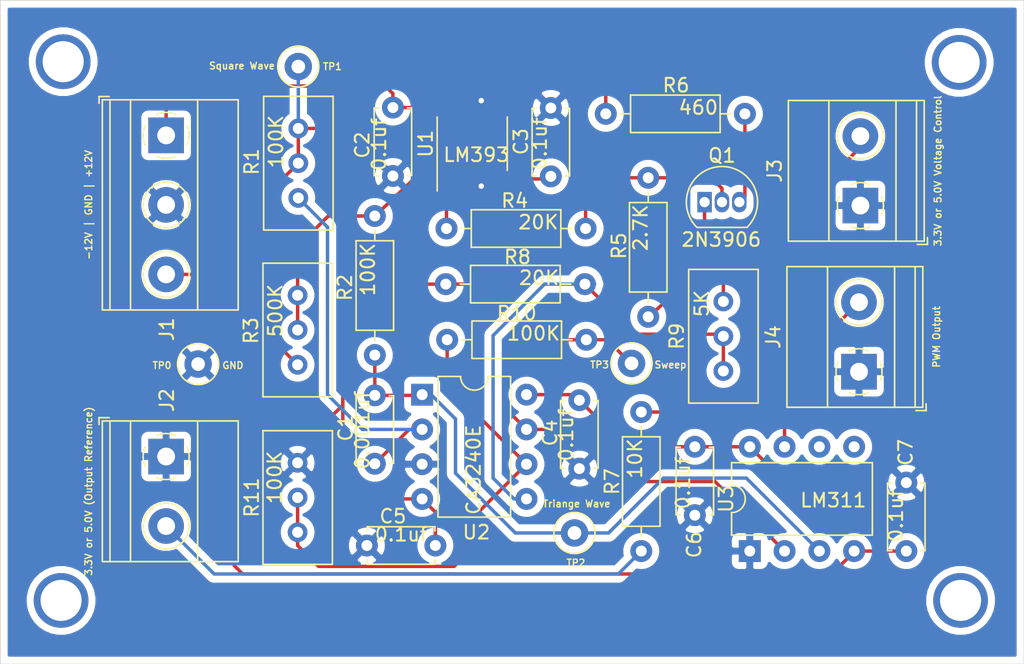
<source format=kicad_pcb>
(kicad_pcb (version 20171130) (host pcbnew 5.1.10-88a1d61d58~90~ubuntu20.04.1)

  (general
    (thickness 1.6)
    (drawings 4)
    (tracks 164)
    (zones 0)
    (modules 30)
    (nets 19)
  )

  (page USLetter)
  (title_block
    (title "Voltage Controlled PWM")
    (date 2021-07-17)
    (rev V1.0)
    (company TetraSys)
  )

  (layers
    (0 F.Cu signal)
    (31 B.Cu signal)
    (32 B.Adhes user)
    (33 F.Adhes user)
    (34 B.Paste user)
    (35 F.Paste user)
    (36 B.SilkS user)
    (37 F.SilkS user)
    (38 B.Mask user)
    (39 F.Mask user)
    (40 Dwgs.User user)
    (41 Cmts.User user)
    (42 Eco1.User user)
    (43 Eco2.User user)
    (44 Edge.Cuts user)
    (45 Margin user)
    (46 B.CrtYd user)
    (47 F.CrtYd user)
    (48 B.Fab user)
    (49 F.Fab user)
  )

  (setup
    (last_trace_width 0.25)
    (trace_clearance 0.2)
    (zone_clearance 0.508)
    (zone_45_only no)
    (trace_min 0.2)
    (via_size 0.8)
    (via_drill 0.4)
    (via_min_size 0.4)
    (via_min_drill 0.3)
    (uvia_size 0.3)
    (uvia_drill 0.1)
    (uvias_allowed no)
    (uvia_min_size 0.2)
    (uvia_min_drill 0.1)
    (edge_width 0.05)
    (segment_width 0.2)
    (pcb_text_width 0.3)
    (pcb_text_size 1.5 1.5)
    (mod_edge_width 0.12)
    (mod_text_size 1 1)
    (mod_text_width 0.15)
    (pad_size 2 2)
    (pad_drill 1)
    (pad_to_mask_clearance 0)
    (aux_axis_origin 0 0)
    (visible_elements FFFFFF7F)
    (pcbplotparams
      (layerselection 0x010fc_ffffffff)
      (usegerberextensions false)
      (usegerberattributes true)
      (usegerberadvancedattributes true)
      (creategerberjobfile true)
      (excludeedgelayer true)
      (linewidth 0.100000)
      (plotframeref false)
      (viasonmask false)
      (mode 1)
      (useauxorigin false)
      (hpglpennumber 1)
      (hpglpenspeed 20)
      (hpglpendiameter 15.000000)
      (psnegative false)
      (psa4output false)
      (plotreference true)
      (plotvalue true)
      (plotinvisibletext false)
      (padsonsilk false)
      (subtractmaskfromsilk false)
      (outputformat 1)
      (mirror false)
      (drillshape 0)
      (scaleselection 1)
      (outputdirectory "gerber/"))
  )

  (net 0 "")
  (net 1 -12V)
  (net 2 GND)
  (net 3 +12V)
  (net 4 +3.3|5.0V)
  (net 5 "Net-(Q1-Pad2)")
  (net 6 "Net-(Q1-Pad3)")
  (net 7 "Net-(R4-Pad2)")
  (net 8 "Net-(R2-Pad2)")
  (net 9 "Net-(C1-Pad1)")
  (net 10 "Net-(R8-Pad1)")
  (net 11 "Net-(C1-Pad2)")
  (net 12 "Net-(R10-Pad2)")
  (net 13 "Net-(R10-Pad1)")
  (net 14 "Net-(U3-Pad6)")
  (net 15 "Net-(U3-Pad5)")
  (net 16 "Net-(J3-Pad2)")
  (net 17 "Net-(J4-Pad2)")
  (net 18 "Net-(R1-Pad1)")

  (net_class Default "This is the default net class."
    (clearance 0.2)
    (trace_width 0.25)
    (via_dia 0.8)
    (via_drill 0.4)
    (uvia_dia 0.3)
    (uvia_drill 0.1)
    (add_net +12V)
    (add_net +3.3|5.0V)
    (add_net -12V)
    (add_net GND)
    (add_net "Net-(C1-Pad1)")
    (add_net "Net-(C1-Pad2)")
    (add_net "Net-(J3-Pad2)")
    (add_net "Net-(J4-Pad2)")
    (add_net "Net-(Q1-Pad2)")
    (add_net "Net-(Q1-Pad3)")
    (add_net "Net-(R1-Pad1)")
    (add_net "Net-(R10-Pad1)")
    (add_net "Net-(R10-Pad2)")
    (add_net "Net-(R2-Pad2)")
    (add_net "Net-(R4-Pad2)")
    (add_net "Net-(R8-Pad1)")
    (add_net "Net-(U3-Pad5)")
    (add_net "Net-(U3-Pad6)")
  )

  (module TestPoint:TestPoint_Loop_D2.50mm_Drill1.0mm (layer F.Cu) (tedit 5A0F774F) (tstamp 60F65042)
    (at 101.1936 103.5812)
    (descr "wire loop as test point, loop diameter 2.5mm, hole diameter 1.0mm")
    (tags "test point wire loop bead")
    (path /613AA1C9)
    (fp_text reference TP0 (at -2.6416 0.1016) (layer F.SilkS)
      (effects (font (size 0.5 0.5) (thickness 0.1)))
    )
    (fp_text value GND (at 2.54 0.1016) (layer F.SilkS)
      (effects (font (size 0.5 0.5) (thickness 0.1)))
    )
    (fp_circle (center 0 0) (end 1.5 0) (layer F.SilkS) (width 0.12))
    (fp_circle (center 0 0) (end 1.8 0) (layer F.CrtYd) (width 0.05))
    (fp_line (start 1.3 -0.2) (end -1.3 -0.2) (layer F.Fab) (width 0.12))
    (fp_line (start 1.3 0.2) (end 1.3 -0.2) (layer F.Fab) (width 0.12))
    (fp_line (start -1.3 0.2) (end 1.3 0.2) (layer F.Fab) (width 0.12))
    (fp_line (start -1.3 -0.2) (end -1.3 0.2) (layer F.Fab) (width 0.12))
    (fp_text user %R (at -3.302 0.2032) (layer F.Fab) hide
      (effects (font (size 1 1) (thickness 0.15)))
    )
    (pad 1 thru_hole circle (at 0 0) (size 2 2) (drill 1) (layers *.Cu *.Mask)
      (net 2 GND))
    (model ${KISYS3DMOD}/TestPoint.3dshapes/TestPoint_Loop_D2.50mm_Drill1.0mm.wrl
      (at (xyz 0 0 0))
      (scale (xyz 1 1 1))
      (rotate (xyz 0 0 0))
    )
  )

  (module TestPoint:TestPoint_Loop_D2.50mm_Drill1.0mm (layer F.Cu) (tedit 5A0F774F) (tstamp 60F63C04)
    (at 132.842 103.5304)
    (descr "wire loop as test point, loop diameter 2.5mm, hole diameter 1.0mm")
    (tags "test point wire loop bead")
    (path /613541FD)
    (fp_text reference TP3 (at -2.3368 0.1016) (layer F.SilkS)
      (effects (font (size 0.5 0.5) (thickness 0.1)))
    )
    (fp_text value Sweep (at 2.8448 0.1016) (layer F.SilkS)
      (effects (font (size 0.5 0.5) (thickness 0.1)))
    )
    (fp_circle (center 0 0) (end 1.5 0) (layer F.SilkS) (width 0.12))
    (fp_circle (center 0 0) (end 1.8 0) (layer F.CrtYd) (width 0.05))
    (fp_line (start 1.3 -0.2) (end -1.3 -0.2) (layer F.Fab) (width 0.12))
    (fp_line (start 1.3 0.2) (end 1.3 -0.2) (layer F.Fab) (width 0.12))
    (fp_line (start -1.3 0.2) (end 1.3 0.2) (layer F.Fab) (width 0.12))
    (fp_line (start -1.3 -0.2) (end -1.3 0.2) (layer F.Fab) (width 0.12))
    (fp_text user %R (at -3.048 0.762) (layer F.Fab) hide
      (effects (font (size 1 1) (thickness 0.15)))
    )
    (pad 1 thru_hole circle (at 0 0) (size 2 2) (drill 1) (layers *.Cu *.Mask)
      (net 13 "Net-(R10-Pad1)"))
    (model ${KISYS3DMOD}/TestPoint.3dshapes/TestPoint_Loop_D2.50mm_Drill1.0mm.wrl
      (at (xyz 0 0 0))
      (scale (xyz 1 1 1))
      (rotate (xyz 0 0 0))
    )
  )

  (module TestPoint:TestPoint_Loop_D2.50mm_Drill1.0mm (layer F.Cu) (tedit 5A0F774F) (tstamp 60F63BF8)
    (at 128.6764 115.9256)
    (descr "wire loop as test point, loop diameter 2.5mm, hole diameter 1.0mm")
    (tags "test point wire loop bead")
    (path /613526DF)
    (fp_text reference TP2 (at 0.1016 2.1844) (layer F.SilkS)
      (effects (font (size 0.5 0.5) (thickness 0.1)))
    )
    (fp_text value "Triange Wave" (at 0.1524 -2.1336) (layer F.SilkS)
      (effects (font (size 0.5 0.5) (thickness 0.1)))
    )
    (fp_circle (center 0 0) (end 1.5 0) (layer F.SilkS) (width 0.12))
    (fp_circle (center 0 0) (end 1.8 0) (layer F.CrtYd) (width 0.05))
    (fp_line (start 1.3 -0.2) (end -1.3 -0.2) (layer F.Fab) (width 0.12))
    (fp_line (start 1.3 0.2) (end 1.3 -0.2) (layer F.Fab) (width 0.12))
    (fp_line (start -1.3 0.2) (end 1.3 0.2) (layer F.Fab) (width 0.12))
    (fp_line (start -1.3 -0.2) (end -1.3 0.2) (layer F.Fab) (width 0.12))
    (fp_text user %R (at 0.1016 2.4892) (layer F.Fab) hide
      (effects (font (size 1 1) (thickness 0.15)))
    )
    (pad 1 thru_hole circle (at 0 0) (size 2 2) (drill 1) (layers *.Cu *.Mask)
      (net 9 "Net-(C1-Pad1)"))
    (model ${KISYS3DMOD}/TestPoint.3dshapes/TestPoint_Loop_D2.50mm_Drill1.0mm.wrl
      (at (xyz 0 0 0))
      (scale (xyz 1 1 1))
      (rotate (xyz 0 0 0))
    )
  )

  (module TestPoint:TestPoint_Loop_D2.50mm_Drill1.0mm (layer F.Cu) (tedit 5A0F774F) (tstamp 60F63BEC)
    (at 108.5088 81.8388)
    (descr "wire loop as test point, loop diameter 2.5mm, hole diameter 1.0mm")
    (tags "test point wire loop bead")
    (path /613512A6)
    (fp_text reference TP1 (at 2.4892 0) (layer F.SilkS)
      (effects (font (size 0.5 0.5) (thickness 0.1)))
    )
    (fp_text value "Square Wave" (at -4.1148 -0.0508) (layer F.SilkS)
      (effects (font (size 0.5 0.5) (thickness 0.1)))
    )
    (fp_circle (center 0 0) (end 1.5 0) (layer F.SilkS) (width 0.12))
    (fp_circle (center 0 0) (end 1.8 0) (layer F.CrtYd) (width 0.05))
    (fp_line (start 1.3 -0.2) (end -1.3 -0.2) (layer F.Fab) (width 0.12))
    (fp_line (start 1.3 0.2) (end 1.3 -0.2) (layer F.Fab) (width 0.12))
    (fp_line (start -1.3 0.2) (end 1.3 0.2) (layer F.Fab) (width 0.12))
    (fp_line (start -1.3 -0.2) (end -1.3 0.2) (layer F.Fab) (width 0.12))
    (fp_text user %R (at 3.2004 0) (layer F.Fab) hide
      (effects (font (size 1 1) (thickness 0.15)))
    )
    (pad 1 thru_hole circle (at 0 0) (size 2 2) (drill 1) (layers *.Cu *.Mask)
      (net 18 "Net-(R1-Pad1)"))
    (model ${KISYS3DMOD}/TestPoint.3dshapes/TestPoint_Loop_D2.50mm_Drill1.0mm.wrl
      (at (xyz 0 0 0))
      (scale (xyz 1 1 1))
      (rotate (xyz 0 0 0))
    )
  )

  (module Potentiometer_THT:Potentiometer_Bourns_3296W_Vertical (layer F.Cu) (tedit 5A3D4994) (tstamp 60F3FAF0)
    (at 108.458 110.7948 90)
    (descr "Potentiometer, vertical, Bourns 3296W, https://www.bourns.com/pdfs/3296.pdf")
    (tags "Potentiometer vertical Bourns 3296W")
    (path /611BEF2D)
    (fp_text reference R11 (at -2.54 -3.3528 90) (layer F.SilkS)
      (effects (font (size 1 1) (thickness 0.15)))
    )
    (fp_text value 100K (at -1.0668 -1.6764 90) (layer F.SilkS)
      (effects (font (size 1 1) (thickness 0.15)))
    )
    (fp_line (start 2.5 -2.7) (end -7.6 -2.7) (layer F.CrtYd) (width 0.05))
    (fp_line (start 2.5 2.7) (end 2.5 -2.7) (layer F.CrtYd) (width 0.05))
    (fp_line (start -7.6 2.7) (end 2.5 2.7) (layer F.CrtYd) (width 0.05))
    (fp_line (start -7.6 -2.7) (end -7.6 2.7) (layer F.CrtYd) (width 0.05))
    (fp_line (start 2.345 -2.53) (end 2.345 2.54) (layer F.SilkS) (width 0.12))
    (fp_line (start -7.425 -2.53) (end -7.425 2.54) (layer F.SilkS) (width 0.12))
    (fp_line (start -7.425 2.54) (end 2.345 2.54) (layer F.SilkS) (width 0.12))
    (fp_line (start -7.425 -2.53) (end 2.345 -2.53) (layer F.SilkS) (width 0.12))
    (fp_line (start 0.955 2.235) (end 0.956 0.066) (layer F.Fab) (width 0.1))
    (fp_line (start 0.955 2.235) (end 0.956 0.066) (layer F.Fab) (width 0.1))
    (fp_line (start 2.225 -2.41) (end -7.305 -2.41) (layer F.Fab) (width 0.1))
    (fp_line (start 2.225 2.42) (end 2.225 -2.41) (layer F.Fab) (width 0.1))
    (fp_line (start -7.305 2.42) (end 2.225 2.42) (layer F.Fab) (width 0.1))
    (fp_line (start -7.305 -2.41) (end -7.305 2.42) (layer F.Fab) (width 0.1))
    (fp_circle (center 0.955 1.15) (end 2.05 1.15) (layer F.Fab) (width 0.1))
    (fp_text user %R (at -4.7752 -1.6256 90) (layer F.Fab)
      (effects (font (size 1 1) (thickness 0.15)))
    )
    (pad 3 thru_hole circle (at -5.08 0 90) (size 1.44 1.44) (drill 0.8) (layers *.Cu *.Mask)
      (net 12 "Net-(R10-Pad2)"))
    (pad 2 thru_hole circle (at -2.54 0 90) (size 1.44 1.44) (drill 0.8) (layers *.Cu *.Mask)
      (net 12 "Net-(R10-Pad2)"))
    (pad 1 thru_hole circle (at 0 0 90) (size 1.44 1.44) (drill 0.8) (layers *.Cu *.Mask)
      (net 2 GND))
    (model ${KISYS3DMOD}/Potentiometer_THT.3dshapes/Potentiometer_Bourns_3296W_Vertical.wrl
      (at (xyz 0 0 0))
      (scale (xyz 1 1 1))
      (rotate (xyz 0 0 0))
    )
  )

  (module Potentiometer_THT:Potentiometer_Bourns_3296W_Vertical (layer F.Cu) (tedit 5A3D4994) (tstamp 60F3FAAD)
    (at 139.5476 99.0092 90)
    (descr "Potentiometer, vertical, Bourns 3296W, https://www.bourns.com/pdfs/3296.pdf")
    (tags "Potentiometer vertical Bourns 3296W")
    (path /611C57E6)
    (fp_text reference R9 (at -2.54 -3.4036 90) (layer F.SilkS)
      (effects (font (size 1 1) (thickness 0.15)))
    )
    (fp_text value 5K (at -0.1524 -1.5748 90) (layer F.SilkS)
      (effects (font (size 1 1) (thickness 0.15)))
    )
    (fp_line (start 2.5 -2.7) (end -7.6 -2.7) (layer F.CrtYd) (width 0.05))
    (fp_line (start 2.5 2.7) (end 2.5 -2.7) (layer F.CrtYd) (width 0.05))
    (fp_line (start -7.6 2.7) (end 2.5 2.7) (layer F.CrtYd) (width 0.05))
    (fp_line (start -7.6 -2.7) (end -7.6 2.7) (layer F.CrtYd) (width 0.05))
    (fp_line (start 2.345 -2.53) (end 2.345 2.54) (layer F.SilkS) (width 0.12))
    (fp_line (start -7.425 -2.53) (end -7.425 2.54) (layer F.SilkS) (width 0.12))
    (fp_line (start -7.425 2.54) (end 2.345 2.54) (layer F.SilkS) (width 0.12))
    (fp_line (start -7.425 -2.53) (end 2.345 -2.53) (layer F.SilkS) (width 0.12))
    (fp_line (start 0.955 2.235) (end 0.956 0.066) (layer F.Fab) (width 0.1))
    (fp_line (start 0.955 2.235) (end 0.956 0.066) (layer F.Fab) (width 0.1))
    (fp_line (start 2.225 -2.41) (end -7.305 -2.41) (layer F.Fab) (width 0.1))
    (fp_line (start 2.225 2.42) (end 2.225 -2.41) (layer F.Fab) (width 0.1))
    (fp_line (start -7.305 2.42) (end 2.225 2.42) (layer F.Fab) (width 0.1))
    (fp_line (start -7.305 -2.41) (end -7.305 2.42) (layer F.Fab) (width 0.1))
    (fp_circle (center 0.955 1.15) (end 2.05 1.15) (layer F.Fab) (width 0.1))
    (fp_text user %R (at -5.1816 -1.5748 90) (layer F.Fab)
      (effects (font (size 1 1) (thickness 0.15)))
    )
    (pad 3 thru_hole circle (at -5.08 0 90) (size 1.44 1.44) (drill 0.8) (layers *.Cu *.Mask)
      (net 10 "Net-(R8-Pad1)"))
    (pad 2 thru_hole circle (at -2.54 0 90) (size 1.44 1.44) (drill 0.8) (layers *.Cu *.Mask)
      (net 10 "Net-(R8-Pad1)"))
    (pad 1 thru_hole circle (at 0 0 90) (size 1.44 1.44) (drill 0.8) (layers *.Cu *.Mask)
      (net 16 "Net-(J3-Pad2)"))
    (model ${KISYS3DMOD}/Potentiometer_THT.3dshapes/Potentiometer_Bourns_3296W_Vertical.wrl
      (at (xyz 0 0 0))
      (scale (xyz 1 1 1))
      (rotate (xyz 0 0 0))
    )
  )

  (module Potentiometer_THT:Potentiometer_Bourns_3296W_Vertical (layer F.Cu) (tedit 5A3D4994) (tstamp 60F3CFC3)
    (at 108.458 98.552 90)
    (descr "Potentiometer, vertical, Bourns 3296W, https://www.bourns.com/pdfs/3296.pdf")
    (tags "Potentiometer vertical Bourns 3296W")
    (path /61155B2C)
    (fp_text reference R3 (at -2.5908 -3.4036 90) (layer F.SilkS)
      (effects (font (size 1 1) (thickness 0.15)))
    )
    (fp_text value 500K (at -1.1176 -1.6256 90) (layer F.SilkS)
      (effects (font (size 1 1) (thickness 0.15)))
    )
    (fp_line (start 2.5 -2.7) (end -7.6 -2.7) (layer F.CrtYd) (width 0.05))
    (fp_line (start 2.5 2.7) (end 2.5 -2.7) (layer F.CrtYd) (width 0.05))
    (fp_line (start -7.6 2.7) (end 2.5 2.7) (layer F.CrtYd) (width 0.05))
    (fp_line (start -7.6 -2.7) (end -7.6 2.7) (layer F.CrtYd) (width 0.05))
    (fp_line (start 2.345 -2.53) (end 2.345 2.54) (layer F.SilkS) (width 0.12))
    (fp_line (start -7.425 -2.53) (end -7.425 2.54) (layer F.SilkS) (width 0.12))
    (fp_line (start -7.425 2.54) (end 2.345 2.54) (layer F.SilkS) (width 0.12))
    (fp_line (start -7.425 -2.53) (end 2.345 -2.53) (layer F.SilkS) (width 0.12))
    (fp_line (start 0.955 2.235) (end 0.956 0.066) (layer F.Fab) (width 0.1))
    (fp_line (start 0.955 2.235) (end 0.956 0.066) (layer F.Fab) (width 0.1))
    (fp_line (start 2.225 -2.41) (end -7.305 -2.41) (layer F.Fab) (width 0.1))
    (fp_line (start 2.225 2.42) (end 2.225 -2.41) (layer F.Fab) (width 0.1))
    (fp_line (start -7.305 2.42) (end 2.225 2.42) (layer F.Fab) (width 0.1))
    (fp_line (start -7.305 -2.41) (end -7.305 2.42) (layer F.Fab) (width 0.1))
    (fp_circle (center 0.955 1.15) (end 2.05 1.15) (layer F.Fab) (width 0.1))
    (fp_text user %R (at -4.9784 -1.6256 90) (layer F.Fab)
      (effects (font (size 1 1) (thickness 0.15)))
    )
    (pad 3 thru_hole circle (at -5.08 0 90) (size 1.44 1.44) (drill 0.8) (layers *.Cu *.Mask)
      (net 18 "Net-(R1-Pad1)"))
    (pad 2 thru_hole circle (at -2.54 0 90) (size 1.44 1.44) (drill 0.8) (layers *.Cu *.Mask)
      (net 8 "Net-(R2-Pad2)"))
    (pad 1 thru_hole circle (at 0 0 90) (size 1.44 1.44) (drill 0.8) (layers *.Cu *.Mask)
      (net 8 "Net-(R2-Pad2)"))
    (model ${KISYS3DMOD}/Potentiometer_THT.3dshapes/Potentiometer_Bourns_3296W_Vertical.wrl
      (at (xyz 0 0 0))
      (scale (xyz 1 1 1))
      (rotate (xyz 0 0 0))
    )
  )

  (module Potentiometer_THT:Potentiometer_Bourns_3296W_Vertical (layer F.Cu) (tedit 5A3D4994) (tstamp 60F3A81E)
    (at 108.5088 86.36 90)
    (descr "Potentiometer, vertical, Bourns 3296W, https://www.bourns.com/pdfs/3296.pdf")
    (tags "Potentiometer vertical Bourns 3296W")
    (path /6112124B)
    (fp_text reference R1 (at -2.4384 -3.4036 90) (layer F.SilkS)
      (effects (font (size 1 1) (thickness 0.15)))
    )
    (fp_text value 100K (at -0.9652 -1.6256 90) (layer F.SilkS)
      (effects (font (size 1 1) (thickness 0.15)))
    )
    (fp_line (start 2.5 -2.7) (end -7.6 -2.7) (layer F.CrtYd) (width 0.05))
    (fp_line (start 2.5 2.7) (end 2.5 -2.7) (layer F.CrtYd) (width 0.05))
    (fp_line (start -7.6 2.7) (end 2.5 2.7) (layer F.CrtYd) (width 0.05))
    (fp_line (start -7.6 -2.7) (end -7.6 2.7) (layer F.CrtYd) (width 0.05))
    (fp_line (start 2.345 -2.53) (end 2.345 2.54) (layer F.SilkS) (width 0.12))
    (fp_line (start -7.425 -2.53) (end -7.425 2.54) (layer F.SilkS) (width 0.12))
    (fp_line (start -7.425 2.54) (end 2.345 2.54) (layer F.SilkS) (width 0.12))
    (fp_line (start -7.425 -2.53) (end 2.345 -2.53) (layer F.SilkS) (width 0.12))
    (fp_line (start 0.955 2.235) (end 0.956 0.066) (layer F.Fab) (width 0.1))
    (fp_line (start 0.955 2.235) (end 0.956 0.066) (layer F.Fab) (width 0.1))
    (fp_line (start 2.225 -2.41) (end -7.305 -2.41) (layer F.Fab) (width 0.1))
    (fp_line (start 2.225 2.42) (end 2.225 -2.41) (layer F.Fab) (width 0.1))
    (fp_line (start -7.305 2.42) (end 2.225 2.42) (layer F.Fab) (width 0.1))
    (fp_line (start -7.305 -2.41) (end -7.305 2.42) (layer F.Fab) (width 0.1))
    (fp_circle (center 0.955 1.15) (end 2.05 1.15) (layer F.Fab) (width 0.1))
    (fp_text user %R (at -5.0292 -1.6256 90) (layer F.Fab)
      (effects (font (size 1 1) (thickness 0.15)))
    )
    (pad 3 thru_hole circle (at -5.08 0 90) (size 1.44 1.44) (drill 0.8) (layers *.Cu *.Mask)
      (net 11 "Net-(C1-Pad2)"))
    (pad 2 thru_hole circle (at -2.54 0 90) (size 1.44 1.44) (drill 0.8) (layers *.Cu *.Mask)
      (net 18 "Net-(R1-Pad1)"))
    (pad 1 thru_hole circle (at 0 0 90) (size 1.44 1.44) (drill 0.8) (layers *.Cu *.Mask)
      (net 18 "Net-(R1-Pad1)"))
    (model ${KISYS3DMOD}/Potentiometer_THT.3dshapes/Potentiometer_Bourns_3296W_Vertical.wrl
      (at (xyz 0 0 0))
      (scale (xyz 1 1 1))
      (rotate (xyz 0 0 0))
    )
  )

  (module Capacitor_THT:C_Disc_D4.7mm_W2.5mm_P5.00mm (layer F.Cu) (tedit 5AE50EF0) (tstamp 60F2AF86)
    (at 114.0968 105.8672 270)
    (descr "C, Disc series, Radial, pin pitch=5.00mm, , diameter*width=4.7*2.5mm^2, Capacitor, http://www.vishay.com/docs/45233/krseries.pdf")
    (tags "C Disc series Radial pin pitch 5.00mm  diameter 4.7mm width 2.5mm Capacitor")
    (path /60F385B2)
    (fp_text reference C1 (at 2.3876 2.1336 90) (layer F.SilkS)
      (effects (font (size 1 1) (thickness 0.15)))
    )
    (fp_text value 0.001uf (at 2.54 0.9144 90) (layer F.SilkS)
      (effects (font (size 1 1) (thickness 0.15)))
    )
    (fp_line (start 0.15 -1.25) (end 0.15 1.25) (layer F.Fab) (width 0.1))
    (fp_line (start 0.15 1.25) (end 4.85 1.25) (layer F.Fab) (width 0.1))
    (fp_line (start 4.85 1.25) (end 4.85 -1.25) (layer F.Fab) (width 0.1))
    (fp_line (start 4.85 -1.25) (end 0.15 -1.25) (layer F.Fab) (width 0.1))
    (fp_line (start 0.03 -1.37) (end 4.97 -1.37) (layer F.SilkS) (width 0.12))
    (fp_line (start 0.03 1.37) (end 4.97 1.37) (layer F.SilkS) (width 0.12))
    (fp_line (start 0.03 -1.37) (end 0.03 -1.055) (layer F.SilkS) (width 0.12))
    (fp_line (start 0.03 1.055) (end 0.03 1.37) (layer F.SilkS) (width 0.12))
    (fp_line (start 4.97 -1.37) (end 4.97 -1.055) (layer F.SilkS) (width 0.12))
    (fp_line (start 4.97 1.055) (end 4.97 1.37) (layer F.SilkS) (width 0.12))
    (fp_line (start -1.05 -1.5) (end -1.05 1.5) (layer F.CrtYd) (width 0.05))
    (fp_line (start -1.05 1.5) (end 6.05 1.5) (layer F.CrtYd) (width 0.05))
    (fp_line (start 6.05 1.5) (end 6.05 -1.5) (layer F.CrtYd) (width 0.05))
    (fp_line (start 6.05 -1.5) (end -1.05 -1.5) (layer F.CrtYd) (width 0.05))
    (fp_text user %R (at 2.5908 -0.6096 90) (layer F.Fab)
      (effects (font (size 0.94 0.94) (thickness 0.141)))
    )
    (pad 1 thru_hole circle (at 0 0 270) (size 1.6 1.6) (drill 0.8) (layers *.Cu *.Mask)
      (net 9 "Net-(C1-Pad1)"))
    (pad 2 thru_hole circle (at 5 0 270) (size 1.6 1.6) (drill 0.8) (layers *.Cu *.Mask)
      (net 11 "Net-(C1-Pad2)"))
    (model ${KISYS3DMOD}/Capacitor_THT.3dshapes/C_Disc_D4.7mm_W2.5mm_P5.00mm.wrl
      (at (xyz 0 0 0))
      (scale (xyz 1 1 1))
      (rotate (xyz 0 0 0))
    )
  )

  (module Capacitor_THT:C_Disc_D4.7mm_W2.5mm_P5.00mm (layer F.Cu) (tedit 5AE50EF0) (tstamp 60F2AF9B)
    (at 115.4176 84.836 270)
    (descr "C, Disc series, Radial, pin pitch=5.00mm, , diameter*width=4.7*2.5mm^2, Capacitor, http://www.vishay.com/docs/45233/krseries.pdf")
    (tags "C Disc series Radial pin pitch 5.00mm  diameter 4.7mm width 2.5mm Capacitor")
    (path /60F3A95C)
    (fp_text reference C2 (at 2.7432 2.2352 90) (layer F.SilkS)
      (effects (font (size 1 1) (thickness 0.15)))
    )
    (fp_text value 0.1uf (at 2.6924 1.016 90) (layer F.SilkS)
      (effects (font (size 1 1) (thickness 0.15)))
    )
    (fp_line (start 0.15 -1.25) (end 0.15 1.25) (layer F.Fab) (width 0.1))
    (fp_line (start 0.15 1.25) (end 4.85 1.25) (layer F.Fab) (width 0.1))
    (fp_line (start 4.85 1.25) (end 4.85 -1.25) (layer F.Fab) (width 0.1))
    (fp_line (start 4.85 -1.25) (end 0.15 -1.25) (layer F.Fab) (width 0.1))
    (fp_line (start 0.03 -1.37) (end 4.97 -1.37) (layer F.SilkS) (width 0.12))
    (fp_line (start 0.03 1.37) (end 4.97 1.37) (layer F.SilkS) (width 0.12))
    (fp_line (start 0.03 -1.37) (end 0.03 -1.055) (layer F.SilkS) (width 0.12))
    (fp_line (start 0.03 1.055) (end 0.03 1.37) (layer F.SilkS) (width 0.12))
    (fp_line (start 4.97 -1.37) (end 4.97 -1.055) (layer F.SilkS) (width 0.12))
    (fp_line (start 4.97 1.055) (end 4.97 1.37) (layer F.SilkS) (width 0.12))
    (fp_line (start -1.05 -1.5) (end -1.05 1.5) (layer F.CrtYd) (width 0.05))
    (fp_line (start -1.05 1.5) (end 6.05 1.5) (layer F.CrtYd) (width 0.05))
    (fp_line (start 6.05 1.5) (end 6.05 -1.5) (layer F.CrtYd) (width 0.05))
    (fp_line (start 6.05 -1.5) (end -1.05 -1.5) (layer F.CrtYd) (width 0.05))
    (fp_text user %R (at 2.7432 -0.508 90) (layer F.Fab)
      (effects (font (size 0.94 0.94) (thickness 0.141)))
    )
    (pad 1 thru_hole circle (at 0 0 270) (size 1.6 1.6) (drill 0.8) (layers *.Cu *.Mask)
      (net 3 +12V))
    (pad 2 thru_hole circle (at 5 0 270) (size 1.6 1.6) (drill 0.8) (layers *.Cu *.Mask)
      (net 2 GND))
    (model ${KISYS3DMOD}/Capacitor_THT.3dshapes/C_Disc_D4.7mm_W2.5mm_P5.00mm.wrl
      (at (xyz 0 0 0))
      (scale (xyz 1 1 1))
      (rotate (xyz 0 0 0))
    )
  )

  (module Capacitor_THT:C_Disc_D4.7mm_W2.5mm_P5.00mm (layer F.Cu) (tedit 5AE50EF0) (tstamp 60F2AFB0)
    (at 129.032 106.2228 270)
    (descr "C, Disc series, Radial, pin pitch=5.00mm, , diameter*width=4.7*2.5mm^2, Capacitor, http://www.vishay.com/docs/45233/krseries.pdf")
    (tags "C Disc series Radial pin pitch 5.00mm  diameter 4.7mm width 2.5mm Capacitor")
    (path /60F3A239)
    (fp_text reference C4 (at 2.3876 2.1336 90) (layer F.SilkS)
      (effects (font (size 1 1) (thickness 0.15)))
    )
    (fp_text value 0.1uf (at 2.54 0.9652 90) (layer F.SilkS)
      (effects (font (size 1 1) (thickness 0.15)))
    )
    (fp_line (start 6.05 -1.5) (end -1.05 -1.5) (layer F.CrtYd) (width 0.05))
    (fp_line (start 6.05 1.5) (end 6.05 -1.5) (layer F.CrtYd) (width 0.05))
    (fp_line (start -1.05 1.5) (end 6.05 1.5) (layer F.CrtYd) (width 0.05))
    (fp_line (start -1.05 -1.5) (end -1.05 1.5) (layer F.CrtYd) (width 0.05))
    (fp_line (start 4.97 1.055) (end 4.97 1.37) (layer F.SilkS) (width 0.12))
    (fp_line (start 4.97 -1.37) (end 4.97 -1.055) (layer F.SilkS) (width 0.12))
    (fp_line (start 0.03 1.055) (end 0.03 1.37) (layer F.SilkS) (width 0.12))
    (fp_line (start 0.03 -1.37) (end 0.03 -1.055) (layer F.SilkS) (width 0.12))
    (fp_line (start 0.03 1.37) (end 4.97 1.37) (layer F.SilkS) (width 0.12))
    (fp_line (start 0.03 -1.37) (end 4.97 -1.37) (layer F.SilkS) (width 0.12))
    (fp_line (start 4.85 -1.25) (end 0.15 -1.25) (layer F.Fab) (width 0.1))
    (fp_line (start 4.85 1.25) (end 4.85 -1.25) (layer F.Fab) (width 0.1))
    (fp_line (start 0.15 1.25) (end 4.85 1.25) (layer F.Fab) (width 0.1))
    (fp_line (start 0.15 -1.25) (end 0.15 1.25) (layer F.Fab) (width 0.1))
    (fp_text user %R (at 2.4384 -0.6604 90) (layer F.Fab)
      (effects (font (size 0.94 0.94) (thickness 0.141)))
    )
    (pad 2 thru_hole circle (at 5 0 270) (size 1.6 1.6) (drill 0.8) (layers *.Cu *.Mask)
      (net 2 GND))
    (pad 1 thru_hole circle (at 0 0 270) (size 1.6 1.6) (drill 0.8) (layers *.Cu *.Mask)
      (net 3 +12V))
    (model ${KISYS3DMOD}/Capacitor_THT.3dshapes/C_Disc_D4.7mm_W2.5mm_P5.00mm.wrl
      (at (xyz 0 0 0))
      (scale (xyz 1 1 1))
      (rotate (xyz 0 0 0))
    )
  )

  (module Capacitor_THT:C_Disc_D4.7mm_W2.5mm_P5.00mm (layer F.Cu) (tedit 5AE50EF0) (tstamp 60F2AFC5)
    (at 137.4648 109.6264 270)
    (descr "C, Disc series, Radial, pin pitch=5.00mm, , diameter*width=4.7*2.5mm^2, Capacitor, http://www.vishay.com/docs/45233/krseries.pdf")
    (tags "C Disc series Radial pin pitch 5.00mm  diameter 4.7mm width 2.5mm Capacitor")
    (path /60F39A3E)
    (fp_text reference C6 (at 7.1628 0.0508 90) (layer F.SilkS)
      (effects (font (size 1 1) (thickness 0.15)))
    )
    (fp_text value 0.1uf (at 2.6416 0.8636 90) (layer F.SilkS)
      (effects (font (size 1 1) (thickness 0.15)))
    )
    (fp_line (start 0.15 -1.25) (end 0.15 1.25) (layer F.Fab) (width 0.1))
    (fp_line (start 0.15 1.25) (end 4.85 1.25) (layer F.Fab) (width 0.1))
    (fp_line (start 4.85 1.25) (end 4.85 -1.25) (layer F.Fab) (width 0.1))
    (fp_line (start 4.85 -1.25) (end 0.15 -1.25) (layer F.Fab) (width 0.1))
    (fp_line (start 0.03 -1.37) (end 4.97 -1.37) (layer F.SilkS) (width 0.12))
    (fp_line (start 0.03 1.37) (end 4.97 1.37) (layer F.SilkS) (width 0.12))
    (fp_line (start 0.03 -1.37) (end 0.03 -1.055) (layer F.SilkS) (width 0.12))
    (fp_line (start 0.03 1.055) (end 0.03 1.37) (layer F.SilkS) (width 0.12))
    (fp_line (start 4.97 -1.37) (end 4.97 -1.055) (layer F.SilkS) (width 0.12))
    (fp_line (start 4.97 1.055) (end 4.97 1.37) (layer F.SilkS) (width 0.12))
    (fp_line (start -1.05 -1.5) (end -1.05 1.5) (layer F.CrtYd) (width 0.05))
    (fp_line (start -1.05 1.5) (end 6.05 1.5) (layer F.CrtYd) (width 0.05))
    (fp_line (start 6.05 1.5) (end 6.05 -1.5) (layer F.CrtYd) (width 0.05))
    (fp_line (start 6.05 -1.5) (end -1.05 -1.5) (layer F.CrtYd) (width 0.05))
    (fp_text user %R (at 2.54 -0.7112 90) (layer F.Fab)
      (effects (font (size 0.94 0.94) (thickness 0.141)))
    )
    (pad 1 thru_hole circle (at 0 0 270) (size 1.6 1.6) (drill 0.8) (layers *.Cu *.Mask)
      (net 3 +12V))
    (pad 2 thru_hole circle (at 5 0 270) (size 1.6 1.6) (drill 0.8) (layers *.Cu *.Mask)
      (net 2 GND))
    (model ${KISYS3DMOD}/Capacitor_THT.3dshapes/C_Disc_D4.7mm_W2.5mm_P5.00mm.wrl
      (at (xyz 0 0 0))
      (scale (xyz 1 1 1))
      (rotate (xyz 0 0 0))
    )
  )

  (module Capacitor_THT:C_Disc_D4.7mm_W2.5mm_P5.00mm (layer F.Cu) (tedit 5AE50EF0) (tstamp 60F2AFDA)
    (at 126.9492 89.8652 90)
    (descr "C, Disc series, Radial, pin pitch=5.00mm, , diameter*width=4.7*2.5mm^2, Capacitor, http://www.vishay.com/docs/45233/krseries.pdf")
    (tags "C Disc series Radial pin pitch 5.00mm  diameter 4.7mm width 2.5mm Capacitor")
    (path /60F3931B)
    (fp_text reference C3 (at 2.54 -2.1844 90) (layer F.SilkS)
      (effects (font (size 1 1) (thickness 0.15)))
    )
    (fp_text value 0.1uf (at 2.3876 -0.8128 90) (layer F.SilkS)
      (effects (font (size 1 1) (thickness 0.15)))
    )
    (fp_line (start 6.05 -1.5) (end -1.05 -1.5) (layer F.CrtYd) (width 0.05))
    (fp_line (start 6.05 1.5) (end 6.05 -1.5) (layer F.CrtYd) (width 0.05))
    (fp_line (start -1.05 1.5) (end 6.05 1.5) (layer F.CrtYd) (width 0.05))
    (fp_line (start -1.05 -1.5) (end -1.05 1.5) (layer F.CrtYd) (width 0.05))
    (fp_line (start 4.97 1.055) (end 4.97 1.37) (layer F.SilkS) (width 0.12))
    (fp_line (start 4.97 -1.37) (end 4.97 -1.055) (layer F.SilkS) (width 0.12))
    (fp_line (start 0.03 1.055) (end 0.03 1.37) (layer F.SilkS) (width 0.12))
    (fp_line (start 0.03 -1.37) (end 0.03 -1.055) (layer F.SilkS) (width 0.12))
    (fp_line (start 0.03 1.37) (end 4.97 1.37) (layer F.SilkS) (width 0.12))
    (fp_line (start 0.03 -1.37) (end 4.97 -1.37) (layer F.SilkS) (width 0.12))
    (fp_line (start 4.85 -1.25) (end 0.15 -1.25) (layer F.Fab) (width 0.1))
    (fp_line (start 4.85 1.25) (end 4.85 -1.25) (layer F.Fab) (width 0.1))
    (fp_line (start 0.15 1.25) (end 4.85 1.25) (layer F.Fab) (width 0.1))
    (fp_line (start 0.15 -1.25) (end 0.15 1.25) (layer F.Fab) (width 0.1))
    (fp_text user %R (at 2.4384 0.6096 90) (layer F.Fab)
      (effects (font (size 0.94 0.94) (thickness 0.141)))
    )
    (pad 2 thru_hole circle (at 5 0 90) (size 1.6 1.6) (drill 0.8) (layers *.Cu *.Mask)
      (net 2 GND))
    (pad 1 thru_hole circle (at 0 0 90) (size 1.6 1.6) (drill 0.8) (layers *.Cu *.Mask)
      (net 1 -12V))
    (model ${KISYS3DMOD}/Capacitor_THT.3dshapes/C_Disc_D4.7mm_W2.5mm_P5.00mm.wrl
      (at (xyz 0 0 0))
      (scale (xyz 1 1 1))
      (rotate (xyz 0 0 0))
    )
  )

  (module Capacitor_THT:C_Disc_D4.7mm_W2.5mm_P5.00mm (layer F.Cu) (tedit 5AE50EF0) (tstamp 60F2AFEF)
    (at 118.5164 116.84 180)
    (descr "C, Disc series, Radial, pin pitch=5.00mm, , diameter*width=4.7*2.5mm^2, Capacitor, http://www.vishay.com/docs/45233/krseries.pdf")
    (tags "C Disc series Radial pin pitch 5.00mm  diameter 4.7mm width 2.5mm Capacitor")
    (path /60F3B129)
    (fp_text reference C5 (at 3.0988 2.1336) (layer F.SilkS)
      (effects (font (size 1 1) (thickness 0.15)))
    )
    (fp_text value 0.1uf (at 2.4892 0.8128) (layer F.SilkS)
      (effects (font (size 1 1) (thickness 0.15)))
    )
    (fp_line (start 6.05 -1.5) (end -1.05 -1.5) (layer F.CrtYd) (width 0.05))
    (fp_line (start 6.05 1.5) (end 6.05 -1.5) (layer F.CrtYd) (width 0.05))
    (fp_line (start -1.05 1.5) (end 6.05 1.5) (layer F.CrtYd) (width 0.05))
    (fp_line (start -1.05 -1.5) (end -1.05 1.5) (layer F.CrtYd) (width 0.05))
    (fp_line (start 4.97 1.055) (end 4.97 1.37) (layer F.SilkS) (width 0.12))
    (fp_line (start 4.97 -1.37) (end 4.97 -1.055) (layer F.SilkS) (width 0.12))
    (fp_line (start 0.03 1.055) (end 0.03 1.37) (layer F.SilkS) (width 0.12))
    (fp_line (start 0.03 -1.37) (end 0.03 -1.055) (layer F.SilkS) (width 0.12))
    (fp_line (start 0.03 1.37) (end 4.97 1.37) (layer F.SilkS) (width 0.12))
    (fp_line (start 0.03 -1.37) (end 4.97 -1.37) (layer F.SilkS) (width 0.12))
    (fp_line (start 4.85 -1.25) (end 0.15 -1.25) (layer F.Fab) (width 0.1))
    (fp_line (start 4.85 1.25) (end 4.85 -1.25) (layer F.Fab) (width 0.1))
    (fp_line (start 0.15 1.25) (end 4.85 1.25) (layer F.Fab) (width 0.1))
    (fp_line (start 0.15 -1.25) (end 0.15 1.25) (layer F.Fab) (width 0.1))
    (fp_text user %R (at 2.54 -0.5588) (layer F.Fab)
      (effects (font (size 0.94 0.94) (thickness 0.141)))
    )
    (pad 2 thru_hole circle (at 5 0 180) (size 1.6 1.6) (drill 0.8) (layers *.Cu *.Mask)
      (net 2 GND))
    (pad 1 thru_hole circle (at 0 0 180) (size 1.6 1.6) (drill 0.8) (layers *.Cu *.Mask)
      (net 1 -12V))
    (model ${KISYS3DMOD}/Capacitor_THT.3dshapes/C_Disc_D4.7mm_W2.5mm_P5.00mm.wrl
      (at (xyz 0 0 0))
      (scale (xyz 1 1 1))
      (rotate (xyz 0 0 0))
    )
  )

  (module Capacitor_THT:C_Disc_D4.7mm_W2.5mm_P5.00mm (layer F.Cu) (tedit 5AE50EF0) (tstamp 60F2B004)
    (at 152.908 117.2464 90)
    (descr "C, Disc series, Radial, pin pitch=5.00mm, , diameter*width=4.7*2.5mm^2, Capacitor, http://www.vishay.com/docs/45233/krseries.pdf")
    (tags "C Disc series Radial pin pitch 5.00mm  diameter 4.7mm width 2.5mm Capacitor")
    (path /60F3BA48)
    (fp_text reference C7 (at 7.2136 -0.0508 90) (layer F.SilkS)
      (effects (font (size 1 1) (thickness 0.15)))
    )
    (fp_text value 0.1uf (at 2.5908 -0.762 90) (layer F.SilkS)
      (effects (font (size 1 1) (thickness 0.15)))
    )
    (fp_line (start 0.15 -1.25) (end 0.15 1.25) (layer F.Fab) (width 0.1))
    (fp_line (start 0.15 1.25) (end 4.85 1.25) (layer F.Fab) (width 0.1))
    (fp_line (start 4.85 1.25) (end 4.85 -1.25) (layer F.Fab) (width 0.1))
    (fp_line (start 4.85 -1.25) (end 0.15 -1.25) (layer F.Fab) (width 0.1))
    (fp_line (start 0.03 -1.37) (end 4.97 -1.37) (layer F.SilkS) (width 0.12))
    (fp_line (start 0.03 1.37) (end 4.97 1.37) (layer F.SilkS) (width 0.12))
    (fp_line (start 0.03 -1.37) (end 0.03 -1.055) (layer F.SilkS) (width 0.12))
    (fp_line (start 0.03 1.055) (end 0.03 1.37) (layer F.SilkS) (width 0.12))
    (fp_line (start 4.97 -1.37) (end 4.97 -1.055) (layer F.SilkS) (width 0.12))
    (fp_line (start 4.97 1.055) (end 4.97 1.37) (layer F.SilkS) (width 0.12))
    (fp_line (start -1.05 -1.5) (end -1.05 1.5) (layer F.CrtYd) (width 0.05))
    (fp_line (start -1.05 1.5) (end 6.05 1.5) (layer F.CrtYd) (width 0.05))
    (fp_line (start 6.05 1.5) (end 6.05 -1.5) (layer F.CrtYd) (width 0.05))
    (fp_line (start 6.05 -1.5) (end -1.05 -1.5) (layer F.CrtYd) (width 0.05))
    (fp_text user %R (at 2.6416 0.6096 90) (layer F.Fab)
      (effects (font (size 0.94 0.94) (thickness 0.141)))
    )
    (pad 1 thru_hole circle (at 0 0 90) (size 1.6 1.6) (drill 0.8) (layers *.Cu *.Mask)
      (net 1 -12V))
    (pad 2 thru_hole circle (at 5 0 90) (size 1.6 1.6) (drill 0.8) (layers *.Cu *.Mask)
      (net 2 GND))
    (model ${KISYS3DMOD}/Capacitor_THT.3dshapes/C_Disc_D4.7mm_W2.5mm_P5.00mm.wrl
      (at (xyz 0 0 0))
      (scale (xyz 1 1 1))
      (rotate (xyz 0 0 0))
    )
  )

  (module TerminalBlock_Phoenix:TerminalBlock_Phoenix_MKDS-1,5-3-5.08_1x03_P5.08mm_Horizontal (layer F.Cu) (tedit 5B294EBC) (tstamp 60F2B039)
    (at 98.8568 86.868 270)
    (descr "Terminal Block Phoenix MKDS-1,5-3-5.08, 3 pins, pitch 5.08mm, size 15.2x9.8mm^2, drill diamater 1.3mm, pad diameter 2.6mm, see http://www.farnell.com/datasheets/100425.pdf, script-generated using https://github.com/pointhi/kicad-footprint-generator/scripts/TerminalBlock_Phoenix")
    (tags "THT Terminal Block Phoenix MKDS-1,5-3-5.08 pitch 5.08mm size 15.2x9.8mm^2 drill 1.3mm pad 2.6mm")
    (path /611916F8)
    (fp_text reference J1 (at 14.1732 -0.0508 90) (layer F.SilkS)
      (effects (font (size 1 1) (thickness 0.15)))
    )
    (fp_text value "-12V | GND | +12V" (at 5.08 5.66 90) (layer F.SilkS)
      (effects (font (size 0.5 0.5) (thickness 0.1)))
    )
    (fp_circle (center 0 0) (end 1.5 0) (layer F.Fab) (width 0.1))
    (fp_circle (center 5.08 0) (end 6.58 0) (layer F.Fab) (width 0.1))
    (fp_circle (center 5.08 0) (end 6.76 0) (layer F.SilkS) (width 0.12))
    (fp_circle (center 10.16 0) (end 11.66 0) (layer F.Fab) (width 0.1))
    (fp_circle (center 10.16 0) (end 11.84 0) (layer F.SilkS) (width 0.12))
    (fp_line (start -2.54 -5.2) (end 12.7 -5.2) (layer F.Fab) (width 0.1))
    (fp_line (start 12.7 -5.2) (end 12.7 4.6) (layer F.Fab) (width 0.1))
    (fp_line (start 12.7 4.6) (end -2.04 4.6) (layer F.Fab) (width 0.1))
    (fp_line (start -2.04 4.6) (end -2.54 4.1) (layer F.Fab) (width 0.1))
    (fp_line (start -2.54 4.1) (end -2.54 -5.2) (layer F.Fab) (width 0.1))
    (fp_line (start -2.54 4.1) (end 12.7 4.1) (layer F.Fab) (width 0.1))
    (fp_line (start -2.6 4.1) (end 12.76 4.1) (layer F.SilkS) (width 0.12))
    (fp_line (start -2.54 2.6) (end 12.7 2.6) (layer F.Fab) (width 0.1))
    (fp_line (start -2.6 2.6) (end 12.76 2.6) (layer F.SilkS) (width 0.12))
    (fp_line (start -2.54 -2.3) (end 12.7 -2.3) (layer F.Fab) (width 0.1))
    (fp_line (start -2.6 -2.301) (end 12.76 -2.301) (layer F.SilkS) (width 0.12))
    (fp_line (start -2.6 -5.261) (end 12.76 -5.261) (layer F.SilkS) (width 0.12))
    (fp_line (start -2.6 4.66) (end 12.76 4.66) (layer F.SilkS) (width 0.12))
    (fp_line (start -2.6 -5.261) (end -2.6 4.66) (layer F.SilkS) (width 0.12))
    (fp_line (start 12.76 -5.261) (end 12.76 4.66) (layer F.SilkS) (width 0.12))
    (fp_line (start 1.138 -0.955) (end -0.955 1.138) (layer F.Fab) (width 0.1))
    (fp_line (start 0.955 -1.138) (end -1.138 0.955) (layer F.Fab) (width 0.1))
    (fp_line (start 6.218 -0.955) (end 4.126 1.138) (layer F.Fab) (width 0.1))
    (fp_line (start 6.035 -1.138) (end 3.943 0.955) (layer F.Fab) (width 0.1))
    (fp_line (start 6.355 -1.069) (end 6.308 -1.023) (layer F.SilkS) (width 0.12))
    (fp_line (start 4.046 1.239) (end 4.011 1.274) (layer F.SilkS) (width 0.12))
    (fp_line (start 6.15 -1.275) (end 6.115 -1.239) (layer F.SilkS) (width 0.12))
    (fp_line (start 3.853 1.023) (end 3.806 1.069) (layer F.SilkS) (width 0.12))
    (fp_line (start 11.298 -0.955) (end 9.206 1.138) (layer F.Fab) (width 0.1))
    (fp_line (start 11.115 -1.138) (end 9.023 0.955) (layer F.Fab) (width 0.1))
    (fp_line (start 11.435 -1.069) (end 11.388 -1.023) (layer F.SilkS) (width 0.12))
    (fp_line (start 9.126 1.239) (end 9.091 1.274) (layer F.SilkS) (width 0.12))
    (fp_line (start 11.23 -1.275) (end 11.195 -1.239) (layer F.SilkS) (width 0.12))
    (fp_line (start 8.933 1.023) (end 8.886 1.069) (layer F.SilkS) (width 0.12))
    (fp_line (start -2.84 4.16) (end -2.84 4.9) (layer F.SilkS) (width 0.12))
    (fp_line (start -2.84 4.9) (end -2.34 4.9) (layer F.SilkS) (width 0.12))
    (fp_line (start -3.04 -5.71) (end -3.04 5.1) (layer F.CrtYd) (width 0.05))
    (fp_line (start -3.04 5.1) (end 13.21 5.1) (layer F.CrtYd) (width 0.05))
    (fp_line (start 13.21 5.1) (end 13.21 -5.71) (layer F.CrtYd) (width 0.05))
    (fp_line (start 13.21 -5.71) (end -3.04 -5.71) (layer F.CrtYd) (width 0.05))
    (fp_arc (start 0 0) (end 0 1.68) (angle -24) (layer F.SilkS) (width 0.12))
    (fp_arc (start 0 0) (end 1.535 0.684) (angle -48) (layer F.SilkS) (width 0.12))
    (fp_arc (start 0 0) (end 0.684 -1.535) (angle -48) (layer F.SilkS) (width 0.12))
    (fp_arc (start 0 0) (end -1.535 -0.684) (angle -48) (layer F.SilkS) (width 0.12))
    (fp_arc (start 0 0) (end -0.684 1.535) (angle -25) (layer F.SilkS) (width 0.12))
    (fp_text user %R (at 5.08 3.2 90) (layer F.Fab)
      (effects (font (size 1 1) (thickness 0.15)))
    )
    (pad 1 thru_hole rect (at 0 0 270) (size 2.6 2.6) (drill 1.3) (layers *.Cu *.Mask)
      (net 3 +12V))
    (pad 2 thru_hole circle (at 5.08 0 270) (size 2.6 2.6) (drill 1.3) (layers *.Cu *.Mask)
      (net 2 GND))
    (pad 3 thru_hole circle (at 10.16 0 270) (size 2.6 2.6) (drill 1.3) (layers *.Cu *.Mask)
      (net 1 -12V))
    (model ${KISYS3DMOD}/TerminalBlock_Phoenix.3dshapes/TerminalBlock_Phoenix_MKDS-1,5-3-5.08_1x03_P5.08mm_Horizontal.wrl
      (at (xyz 0 0 0))
      (scale (xyz 1 1 1))
      (rotate (xyz 0 0 0))
    )
  )

  (module TerminalBlock_Phoenix:TerminalBlock_Phoenix_MKDS-1,5-2-5.08_1x02_P5.08mm_Horizontal (layer F.Cu) (tedit 5B294EBC) (tstamp 60F2B065)
    (at 98.8568 110.3376 270)
    (descr "Terminal Block Phoenix MKDS-1,5-2-5.08, 2 pins, pitch 5.08mm, size 10.2x9.8mm^2, drill diamater 1.3mm, pad diameter 2.6mm, see http://www.farnell.com/datasheets/100425.pdf, script-generated using https://github.com/pointhi/kicad-footprint-generator/scripts/TerminalBlock_Phoenix")
    (tags "THT Terminal Block Phoenix MKDS-1,5-2-5.08 pitch 5.08mm size 10.2x9.8mm^2 drill 1.3mm pad 2.6mm")
    (path /611904F6)
    (fp_text reference J2 (at -4.1148 -0.0508 90) (layer F.SilkS)
      (effects (font (size 1 1) (thickness 0.15)))
    )
    (fp_text value "3.3V or 5.0V (Output Reference)" (at 2.54 5.66 90) (layer F.SilkS)
      (effects (font (size 0.5 0.5) (thickness 0.1)))
    )
    (fp_circle (center 0 0) (end 1.5 0) (layer F.Fab) (width 0.1))
    (fp_circle (center 5.08 0) (end 6.58 0) (layer F.Fab) (width 0.1))
    (fp_circle (center 5.08 0) (end 6.76 0) (layer F.SilkS) (width 0.12))
    (fp_line (start -2.54 -5.2) (end 7.62 -5.2) (layer F.Fab) (width 0.1))
    (fp_line (start 7.62 -5.2) (end 7.62 4.6) (layer F.Fab) (width 0.1))
    (fp_line (start 7.62 4.6) (end -2.04 4.6) (layer F.Fab) (width 0.1))
    (fp_line (start -2.04 4.6) (end -2.54 4.1) (layer F.Fab) (width 0.1))
    (fp_line (start -2.54 4.1) (end -2.54 -5.2) (layer F.Fab) (width 0.1))
    (fp_line (start -2.54 4.1) (end 7.62 4.1) (layer F.Fab) (width 0.1))
    (fp_line (start -2.6 4.1) (end 7.68 4.1) (layer F.SilkS) (width 0.12))
    (fp_line (start -2.54 2.6) (end 7.62 2.6) (layer F.Fab) (width 0.1))
    (fp_line (start -2.6 2.6) (end 7.68 2.6) (layer F.SilkS) (width 0.12))
    (fp_line (start -2.54 -2.3) (end 7.62 -2.3) (layer F.Fab) (width 0.1))
    (fp_line (start -2.6 -2.301) (end 7.68 -2.301) (layer F.SilkS) (width 0.12))
    (fp_line (start -2.6 -5.261) (end 7.68 -5.261) (layer F.SilkS) (width 0.12))
    (fp_line (start -2.6 4.66) (end 7.68 4.66) (layer F.SilkS) (width 0.12))
    (fp_line (start -2.6 -5.261) (end -2.6 4.66) (layer F.SilkS) (width 0.12))
    (fp_line (start 7.68 -5.261) (end 7.68 4.66) (layer F.SilkS) (width 0.12))
    (fp_line (start 1.138 -0.955) (end -0.955 1.138) (layer F.Fab) (width 0.1))
    (fp_line (start 0.955 -1.138) (end -1.138 0.955) (layer F.Fab) (width 0.1))
    (fp_line (start 6.218 -0.955) (end 4.126 1.138) (layer F.Fab) (width 0.1))
    (fp_line (start 6.035 -1.138) (end 3.943 0.955) (layer F.Fab) (width 0.1))
    (fp_line (start 6.355 -1.069) (end 6.308 -1.023) (layer F.SilkS) (width 0.12))
    (fp_line (start 4.046 1.239) (end 4.011 1.274) (layer F.SilkS) (width 0.12))
    (fp_line (start 6.15 -1.275) (end 6.115 -1.239) (layer F.SilkS) (width 0.12))
    (fp_line (start 3.853 1.023) (end 3.806 1.069) (layer F.SilkS) (width 0.12))
    (fp_line (start -2.84 4.16) (end -2.84 4.9) (layer F.SilkS) (width 0.12))
    (fp_line (start -2.84 4.9) (end -2.34 4.9) (layer F.SilkS) (width 0.12))
    (fp_line (start -3.04 -5.71) (end -3.04 5.1) (layer F.CrtYd) (width 0.05))
    (fp_line (start -3.04 5.1) (end 8.13 5.1) (layer F.CrtYd) (width 0.05))
    (fp_line (start 8.13 5.1) (end 8.13 -5.71) (layer F.CrtYd) (width 0.05))
    (fp_line (start 8.13 -5.71) (end -3.04 -5.71) (layer F.CrtYd) (width 0.05))
    (fp_arc (start 0 0) (end 0 1.68) (angle -24) (layer F.SilkS) (width 0.12))
    (fp_arc (start 0 0) (end 1.535 0.684) (angle -48) (layer F.SilkS) (width 0.12))
    (fp_arc (start 0 0) (end 0.684 -1.535) (angle -48) (layer F.SilkS) (width 0.12))
    (fp_arc (start 0 0) (end -1.535 -0.684) (angle -48) (layer F.SilkS) (width 0.12))
    (fp_arc (start 0 0) (end -0.684 1.535) (angle -25) (layer F.SilkS) (width 0.12))
    (fp_text user %R (at 2.54 3.2 90) (layer F.Fab)
      (effects (font (size 1 1) (thickness 0.15)))
    )
    (pad 1 thru_hole rect (at 0 0 270) (size 2.6 2.6) (drill 1.3) (layers *.Cu *.Mask)
      (net 2 GND))
    (pad 2 thru_hole circle (at 5.08 0 270) (size 2.6 2.6) (drill 1.3) (layers *.Cu *.Mask)
      (net 4 +3.3|5.0V))
    (model ${KISYS3DMOD}/TerminalBlock_Phoenix.3dshapes/TerminalBlock_Phoenix_MKDS-1,5-2-5.08_1x02_P5.08mm_Horizontal.wrl
      (at (xyz 0 0 0))
      (scale (xyz 1 1 1))
      (rotate (xyz 0 0 0))
    )
  )

  (module TerminalBlock_Phoenix:TerminalBlock_Phoenix_MKDS-1,5-2-5.08_1x02_P5.08mm_Horizontal (layer F.Cu) (tedit 5B294EBC) (tstamp 60F2B091)
    (at 149.5552 91.9988 90)
    (descr "Terminal Block Phoenix MKDS-1,5-2-5.08, 2 pins, pitch 5.08mm, size 10.2x9.8mm^2, drill diamater 1.3mm, pad diameter 2.6mm, see http://www.farnell.com/datasheets/100425.pdf, script-generated using https://github.com/pointhi/kicad-footprint-generator/scripts/TerminalBlock_Phoenix")
    (tags "THT Terminal Block Phoenix MKDS-1,5-2-5.08 pitch 5.08mm size 10.2x9.8mm^2 drill 1.3mm pad 2.6mm")
    (path /61192945)
    (fp_text reference J3 (at 2.54 -6.26 90) (layer F.SilkS)
      (effects (font (size 1 1) (thickness 0.15)))
    )
    (fp_text value "3.3V or 5.0V Voltage Control" (at 2.54 5.66 90) (layer F.SilkS)
      (effects (font (size 0.5 0.5) (thickness 0.1)))
    )
    (fp_line (start 8.13 -5.71) (end -3.04 -5.71) (layer F.CrtYd) (width 0.05))
    (fp_line (start 8.13 5.1) (end 8.13 -5.71) (layer F.CrtYd) (width 0.05))
    (fp_line (start -3.04 5.1) (end 8.13 5.1) (layer F.CrtYd) (width 0.05))
    (fp_line (start -3.04 -5.71) (end -3.04 5.1) (layer F.CrtYd) (width 0.05))
    (fp_line (start -2.84 4.9) (end -2.34 4.9) (layer F.SilkS) (width 0.12))
    (fp_line (start -2.84 4.16) (end -2.84 4.9) (layer F.SilkS) (width 0.12))
    (fp_line (start 3.853 1.023) (end 3.806 1.069) (layer F.SilkS) (width 0.12))
    (fp_line (start 6.15 -1.275) (end 6.115 -1.239) (layer F.SilkS) (width 0.12))
    (fp_line (start 4.046 1.239) (end 4.011 1.274) (layer F.SilkS) (width 0.12))
    (fp_line (start 6.355 -1.069) (end 6.308 -1.023) (layer F.SilkS) (width 0.12))
    (fp_line (start 6.035 -1.138) (end 3.943 0.955) (layer F.Fab) (width 0.1))
    (fp_line (start 6.218 -0.955) (end 4.126 1.138) (layer F.Fab) (width 0.1))
    (fp_line (start 0.955 -1.138) (end -1.138 0.955) (layer F.Fab) (width 0.1))
    (fp_line (start 1.138 -0.955) (end -0.955 1.138) (layer F.Fab) (width 0.1))
    (fp_line (start 7.68 -5.261) (end 7.68 4.66) (layer F.SilkS) (width 0.12))
    (fp_line (start -2.6 -5.261) (end -2.6 4.66) (layer F.SilkS) (width 0.12))
    (fp_line (start -2.6 4.66) (end 7.68 4.66) (layer F.SilkS) (width 0.12))
    (fp_line (start -2.6 -5.261) (end 7.68 -5.261) (layer F.SilkS) (width 0.12))
    (fp_line (start -2.6 -2.301) (end 7.68 -2.301) (layer F.SilkS) (width 0.12))
    (fp_line (start -2.54 -2.3) (end 7.62 -2.3) (layer F.Fab) (width 0.1))
    (fp_line (start -2.6 2.6) (end 7.68 2.6) (layer F.SilkS) (width 0.12))
    (fp_line (start -2.54 2.6) (end 7.62 2.6) (layer F.Fab) (width 0.1))
    (fp_line (start -2.6 4.1) (end 7.68 4.1) (layer F.SilkS) (width 0.12))
    (fp_line (start -2.54 4.1) (end 7.62 4.1) (layer F.Fab) (width 0.1))
    (fp_line (start -2.54 4.1) (end -2.54 -5.2) (layer F.Fab) (width 0.1))
    (fp_line (start -2.04 4.6) (end -2.54 4.1) (layer F.Fab) (width 0.1))
    (fp_line (start 7.62 4.6) (end -2.04 4.6) (layer F.Fab) (width 0.1))
    (fp_line (start 7.62 -5.2) (end 7.62 4.6) (layer F.Fab) (width 0.1))
    (fp_line (start -2.54 -5.2) (end 7.62 -5.2) (layer F.Fab) (width 0.1))
    (fp_circle (center 5.08 0) (end 6.76 0) (layer F.SilkS) (width 0.12))
    (fp_circle (center 5.08 0) (end 6.58 0) (layer F.Fab) (width 0.1))
    (fp_circle (center 0 0) (end 1.5 0) (layer F.Fab) (width 0.1))
    (fp_text user %R (at 2.54 3.2 90) (layer F.Fab)
      (effects (font (size 1 1) (thickness 0.15)))
    )
    (fp_arc (start 0 0) (end -0.684 1.535) (angle -25) (layer F.SilkS) (width 0.12))
    (fp_arc (start 0 0) (end -1.535 -0.684) (angle -48) (layer F.SilkS) (width 0.12))
    (fp_arc (start 0 0) (end 0.684 -1.535) (angle -48) (layer F.SilkS) (width 0.12))
    (fp_arc (start 0 0) (end 1.535 0.684) (angle -48) (layer F.SilkS) (width 0.12))
    (fp_arc (start 0 0) (end 0 1.68) (angle -24) (layer F.SilkS) (width 0.12))
    (pad 2 thru_hole circle (at 5.08 0 90) (size 2.6 2.6) (drill 1.3) (layers *.Cu *.Mask)
      (net 16 "Net-(J3-Pad2)"))
    (pad 1 thru_hole rect (at 0 0 90) (size 2.6 2.6) (drill 1.3) (layers *.Cu *.Mask)
      (net 2 GND))
    (model ${KISYS3DMOD}/TerminalBlock_Phoenix.3dshapes/TerminalBlock_Phoenix_MKDS-1,5-2-5.08_1x02_P5.08mm_Horizontal.wrl
      (at (xyz 0 0 0))
      (scale (xyz 1 1 1))
      (rotate (xyz 0 0 0))
    )
  )

  (module TerminalBlock_Phoenix:TerminalBlock_Phoenix_MKDS-1,5-2-5.08_1x02_P5.08mm_Horizontal (layer F.Cu) (tedit 5B294EBC) (tstamp 60F2B0BD)
    (at 149.4536 104.14 90)
    (descr "Terminal Block Phoenix MKDS-1,5-2-5.08, 2 pins, pitch 5.08mm, size 10.2x9.8mm^2, drill diamater 1.3mm, pad diameter 2.6mm, see http://www.farnell.com/datasheets/100425.pdf, script-generated using https://github.com/pointhi/kicad-footprint-generator/scripts/TerminalBlock_Phoenix")
    (tags "THT Terminal Block Phoenix MKDS-1,5-2-5.08 pitch 5.08mm size 10.2x9.8mm^2 drill 1.3mm pad 2.6mm")
    (path /611936FB)
    (fp_text reference J4 (at 2.54 -6.26 90) (layer F.SilkS)
      (effects (font (size 1 1) (thickness 0.15)))
    )
    (fp_text value "PWM Output" (at 2.54 5.66 90) (layer F.SilkS)
      (effects (font (size 0.5 0.5) (thickness 0.1)))
    )
    (fp_circle (center 0 0) (end 1.5 0) (layer F.Fab) (width 0.1))
    (fp_circle (center 5.08 0) (end 6.58 0) (layer F.Fab) (width 0.1))
    (fp_circle (center 5.08 0) (end 6.76 0) (layer F.SilkS) (width 0.12))
    (fp_line (start -2.54 -5.2) (end 7.62 -5.2) (layer F.Fab) (width 0.1))
    (fp_line (start 7.62 -5.2) (end 7.62 4.6) (layer F.Fab) (width 0.1))
    (fp_line (start 7.62 4.6) (end -2.04 4.6) (layer F.Fab) (width 0.1))
    (fp_line (start -2.04 4.6) (end -2.54 4.1) (layer F.Fab) (width 0.1))
    (fp_line (start -2.54 4.1) (end -2.54 -5.2) (layer F.Fab) (width 0.1))
    (fp_line (start -2.54 4.1) (end 7.62 4.1) (layer F.Fab) (width 0.1))
    (fp_line (start -2.6 4.1) (end 7.68 4.1) (layer F.SilkS) (width 0.12))
    (fp_line (start -2.54 2.6) (end 7.62 2.6) (layer F.Fab) (width 0.1))
    (fp_line (start -2.6 2.6) (end 7.68 2.6) (layer F.SilkS) (width 0.12))
    (fp_line (start -2.54 -2.3) (end 7.62 -2.3) (layer F.Fab) (width 0.1))
    (fp_line (start -2.6 -2.301) (end 7.68 -2.301) (layer F.SilkS) (width 0.12))
    (fp_line (start -2.6 -5.261) (end 7.68 -5.261) (layer F.SilkS) (width 0.12))
    (fp_line (start -2.6 4.66) (end 7.68 4.66) (layer F.SilkS) (width 0.12))
    (fp_line (start -2.6 -5.261) (end -2.6 4.66) (layer F.SilkS) (width 0.12))
    (fp_line (start 7.68 -5.261) (end 7.68 4.66) (layer F.SilkS) (width 0.12))
    (fp_line (start 1.138 -0.955) (end -0.955 1.138) (layer F.Fab) (width 0.1))
    (fp_line (start 0.955 -1.138) (end -1.138 0.955) (layer F.Fab) (width 0.1))
    (fp_line (start 6.218 -0.955) (end 4.126 1.138) (layer F.Fab) (width 0.1))
    (fp_line (start 6.035 -1.138) (end 3.943 0.955) (layer F.Fab) (width 0.1))
    (fp_line (start 6.355 -1.069) (end 6.308 -1.023) (layer F.SilkS) (width 0.12))
    (fp_line (start 4.046 1.239) (end 4.011 1.274) (layer F.SilkS) (width 0.12))
    (fp_line (start 6.15 -1.275) (end 6.115 -1.239) (layer F.SilkS) (width 0.12))
    (fp_line (start 3.853 1.023) (end 3.806 1.069) (layer F.SilkS) (width 0.12))
    (fp_line (start -2.84 4.16) (end -2.84 4.9) (layer F.SilkS) (width 0.12))
    (fp_line (start -2.84 4.9) (end -2.34 4.9) (layer F.SilkS) (width 0.12))
    (fp_line (start -3.04 -5.71) (end -3.04 5.1) (layer F.CrtYd) (width 0.05))
    (fp_line (start -3.04 5.1) (end 8.13 5.1) (layer F.CrtYd) (width 0.05))
    (fp_line (start 8.13 5.1) (end 8.13 -5.71) (layer F.CrtYd) (width 0.05))
    (fp_line (start 8.13 -5.71) (end -3.04 -5.71) (layer F.CrtYd) (width 0.05))
    (fp_arc (start 0 0) (end 0 1.68) (angle -24) (layer F.SilkS) (width 0.12))
    (fp_arc (start 0 0) (end 1.535 0.684) (angle -48) (layer F.SilkS) (width 0.12))
    (fp_arc (start 0 0) (end 0.684 -1.535) (angle -48) (layer F.SilkS) (width 0.12))
    (fp_arc (start 0 0) (end -1.535 -0.684) (angle -48) (layer F.SilkS) (width 0.12))
    (fp_arc (start 0 0) (end -0.684 1.535) (angle -25) (layer F.SilkS) (width 0.12))
    (fp_text user %R (at 2.54 3.2 90) (layer F.Fab)
      (effects (font (size 1 1) (thickness 0.15)))
    )
    (pad 1 thru_hole rect (at 0 0 90) (size 2.6 2.6) (drill 1.3) (layers *.Cu *.Mask)
      (net 2 GND))
    (pad 2 thru_hole circle (at 5.08 0 90) (size 2.6 2.6) (drill 1.3) (layers *.Cu *.Mask)
      (net 17 "Net-(J4-Pad2)"))
    (model ${KISYS3DMOD}/TerminalBlock_Phoenix.3dshapes/TerminalBlock_Phoenix_MKDS-1,5-2-5.08_1x02_P5.08mm_Horizontal.wrl
      (at (xyz 0 0 0))
      (scale (xyz 1 1 1))
      (rotate (xyz 0 0 0))
    )
  )

  (module Package_TO_SOT_THT:TO-92_Inline (layer F.Cu) (tedit 5A1DD157) (tstamp 60F2B0CF)
    (at 138.176 91.7448)
    (descr "TO-92 leads in-line, narrow, oval pads, drill 0.75mm (see NXP sot054_po.pdf)")
    (tags "to-92 sc-43 sc-43a sot54 PA33 transistor")
    (path /60F25F63)
    (fp_text reference Q1 (at 1.27 -3.4036) (layer F.SilkS)
      (effects (font (size 1 1) (thickness 0.15)))
    )
    (fp_text value 2N3906 (at 1.2192 2.7432) (layer F.SilkS)
      (effects (font (size 1 1) (thickness 0.15)))
    )
    (fp_line (start -0.53 1.85) (end 3.07 1.85) (layer F.SilkS) (width 0.12))
    (fp_line (start -0.5 1.75) (end 3 1.75) (layer F.Fab) (width 0.1))
    (fp_line (start -1.46 -2.73) (end 4 -2.73) (layer F.CrtYd) (width 0.05))
    (fp_line (start -1.46 -2.73) (end -1.46 2.01) (layer F.CrtYd) (width 0.05))
    (fp_line (start 4 2.01) (end 4 -2.73) (layer F.CrtYd) (width 0.05))
    (fp_line (start 4 2.01) (end -1.46 2.01) (layer F.CrtYd) (width 0.05))
    (fp_text user %R (at 1.27 0) (layer F.Fab)
      (effects (font (size 1 1) (thickness 0.15)))
    )
    (fp_arc (start 1.27 0) (end 1.27 -2.48) (angle 135) (layer F.Fab) (width 0.1))
    (fp_arc (start 1.27 0) (end 1.27 -2.6) (angle -135) (layer F.SilkS) (width 0.12))
    (fp_arc (start 1.27 0) (end 1.27 -2.48) (angle -135) (layer F.Fab) (width 0.1))
    (fp_arc (start 1.27 0) (end 1.27 -2.6) (angle 135) (layer F.SilkS) (width 0.12))
    (pad 2 thru_hole oval (at 1.27 0) (size 1.05 1.5) (drill 0.75) (layers *.Cu *.Mask)
      (net 5 "Net-(Q1-Pad2)"))
    (pad 3 thru_hole oval (at 2.54 0) (size 1.05 1.5) (drill 0.75) (layers *.Cu *.Mask)
      (net 6 "Net-(Q1-Pad3)"))
    (pad 1 thru_hole rect (at 0 0) (size 1.05 1.5) (drill 0.75) (layers *.Cu *.Mask)
      (net 3 +12V))
    (model ${KISYS3DMOD}/Package_TO_SOT_THT.3dshapes/TO-92_Inline.wrl
      (at (xyz 0 0 0))
      (scale (xyz 1 1 1))
      (rotate (xyz 0 0 0))
    )
  )

  (module Resistor_THT:R_Axial_DIN0207_L6.3mm_D2.5mm_P10.16mm_Horizontal (layer F.Cu) (tedit 5AE5139B) (tstamp 60F2B0FD)
    (at 114.0968 102.9208 90)
    (descr "Resistor, Axial_DIN0207 series, Axial, Horizontal, pin pitch=10.16mm, 0.25W = 1/4W, length*diameter=6.3*2.5mm^2, http://cdn-reichelt.de/documents/datenblatt/B400/1_4W%23YAG.pdf")
    (tags "Resistor Axial_DIN0207 series Axial Horizontal pin pitch 10.16mm 0.25W = 1/4W length 6.3mm diameter 2.5mm")
    (path /60F33722)
    (fp_text reference R2 (at 4.9276 -2.1844 90) (layer F.SilkS)
      (effects (font (size 1 1) (thickness 0.15)))
    )
    (fp_text value 100K (at 6.2484 -0.508 90) (layer F.SilkS)
      (effects (font (size 1 1) (thickness 0.15)))
    )
    (fp_line (start 1.93 -1.25) (end 1.93 1.25) (layer F.Fab) (width 0.1))
    (fp_line (start 1.93 1.25) (end 8.23 1.25) (layer F.Fab) (width 0.1))
    (fp_line (start 8.23 1.25) (end 8.23 -1.25) (layer F.Fab) (width 0.1))
    (fp_line (start 8.23 -1.25) (end 1.93 -1.25) (layer F.Fab) (width 0.1))
    (fp_line (start 0 0) (end 1.93 0) (layer F.Fab) (width 0.1))
    (fp_line (start 10.16 0) (end 8.23 0) (layer F.Fab) (width 0.1))
    (fp_line (start 1.81 -1.37) (end 1.81 1.37) (layer F.SilkS) (width 0.12))
    (fp_line (start 1.81 1.37) (end 8.35 1.37) (layer F.SilkS) (width 0.12))
    (fp_line (start 8.35 1.37) (end 8.35 -1.37) (layer F.SilkS) (width 0.12))
    (fp_line (start 8.35 -1.37) (end 1.81 -1.37) (layer F.SilkS) (width 0.12))
    (fp_line (start 1.04 0) (end 1.81 0) (layer F.SilkS) (width 0.12))
    (fp_line (start 9.12 0) (end 8.35 0) (layer F.SilkS) (width 0.12))
    (fp_line (start -1.05 -1.5) (end -1.05 1.5) (layer F.CrtYd) (width 0.05))
    (fp_line (start -1.05 1.5) (end 11.21 1.5) (layer F.CrtYd) (width 0.05))
    (fp_line (start 11.21 1.5) (end 11.21 -1.5) (layer F.CrtYd) (width 0.05))
    (fp_line (start 11.21 -1.5) (end -1.05 -1.5) (layer F.CrtYd) (width 0.05))
    (fp_text user %R (at 2.8956 -0.0508 90) (layer F.Fab)
      (effects (font (size 1 1) (thickness 0.15)))
    )
    (pad 1 thru_hole circle (at 0 0 90) (size 1.6 1.6) (drill 0.8) (layers *.Cu *.Mask)
      (net 9 "Net-(C1-Pad1)"))
    (pad 2 thru_hole oval (at 10.16 0 90) (size 1.6 1.6) (drill 0.8) (layers *.Cu *.Mask)
      (net 8 "Net-(R2-Pad2)"))
    (model ${KISYS3DMOD}/Resistor_THT.3dshapes/R_Axial_DIN0207_L6.3mm_D2.5mm_P10.16mm_Horizontal.wrl
      (at (xyz 0 0 0))
      (scale (xyz 1 1 1))
      (rotate (xyz 0 0 0))
    )
  )

  (module Resistor_THT:R_Axial_DIN0207_L6.3mm_D2.5mm_P10.16mm_Horizontal (layer F.Cu) (tedit 5AE5139B) (tstamp 60F2B12B)
    (at 129.4892 93.6752 180)
    (descr "Resistor, Axial_DIN0207 series, Axial, Horizontal, pin pitch=10.16mm, 0.25W = 1/4W, length*diameter=6.3*2.5mm^2, http://cdn-reichelt.de/documents/datenblatt/B400/1_4W%23YAG.pdf")
    (tags "Resistor Axial_DIN0207 series Axial Horizontal pin pitch 10.16mm 0.25W = 1/4W length 6.3mm diameter 2.5mm")
    (path /60F31611)
    (fp_text reference R4 (at 5.1816 2.032) (layer F.SilkS)
      (effects (font (size 1 1) (thickness 0.15)))
    )
    (fp_text value 20K (at 3.4544 0.4572) (layer F.SilkS)
      (effects (font (size 1 1) (thickness 0.15)))
    )
    (fp_line (start 1.93 -1.25) (end 1.93 1.25) (layer F.Fab) (width 0.1))
    (fp_line (start 1.93 1.25) (end 8.23 1.25) (layer F.Fab) (width 0.1))
    (fp_line (start 8.23 1.25) (end 8.23 -1.25) (layer F.Fab) (width 0.1))
    (fp_line (start 8.23 -1.25) (end 1.93 -1.25) (layer F.Fab) (width 0.1))
    (fp_line (start 0 0) (end 1.93 0) (layer F.Fab) (width 0.1))
    (fp_line (start 10.16 0) (end 8.23 0) (layer F.Fab) (width 0.1))
    (fp_line (start 1.81 -1.37) (end 1.81 1.37) (layer F.SilkS) (width 0.12))
    (fp_line (start 1.81 1.37) (end 8.35 1.37) (layer F.SilkS) (width 0.12))
    (fp_line (start 8.35 1.37) (end 8.35 -1.37) (layer F.SilkS) (width 0.12))
    (fp_line (start 8.35 -1.37) (end 1.81 -1.37) (layer F.SilkS) (width 0.12))
    (fp_line (start 1.04 0) (end 1.81 0) (layer F.SilkS) (width 0.12))
    (fp_line (start 9.12 0) (end 8.35 0) (layer F.SilkS) (width 0.12))
    (fp_line (start -1.05 -1.5) (end -1.05 1.5) (layer F.CrtYd) (width 0.05))
    (fp_line (start -1.05 1.5) (end 11.21 1.5) (layer F.CrtYd) (width 0.05))
    (fp_line (start 11.21 1.5) (end 11.21 -1.5) (layer F.CrtYd) (width 0.05))
    (fp_line (start 11.21 -1.5) (end -1.05 -1.5) (layer F.CrtYd) (width 0.05))
    (fp_text user %R (at 7.2136 -0.0508) (layer F.Fab)
      (effects (font (size 1 1) (thickness 0.15)))
    )
    (pad 1 thru_hole circle (at 0 0 180) (size 1.6 1.6) (drill 0.8) (layers *.Cu *.Mask)
      (net 5 "Net-(Q1-Pad2)"))
    (pad 2 thru_hole oval (at 10.16 0 180) (size 1.6 1.6) (drill 0.8) (layers *.Cu *.Mask)
      (net 7 "Net-(R4-Pad2)"))
    (model ${KISYS3DMOD}/Resistor_THT.3dshapes/R_Axial_DIN0207_L6.3mm_D2.5mm_P10.16mm_Horizontal.wrl
      (at (xyz 0 0 0))
      (scale (xyz 1 1 1))
      (rotate (xyz 0 0 0))
    )
  )

  (module Resistor_THT:R_Axial_DIN0207_L6.3mm_D2.5mm_P10.16mm_Horizontal (layer F.Cu) (tedit 5AE5139B) (tstamp 60F2B142)
    (at 134.0612 100.1268 90)
    (descr "Resistor, Axial_DIN0207 series, Axial, Horizontal, pin pitch=10.16mm, 0.25W = 1/4W, length*diameter=6.3*2.5mm^2, http://cdn-reichelt.de/documents/datenblatt/B400/1_4W%23YAG.pdf")
    (tags "Resistor Axial_DIN0207 series Axial Horizontal pin pitch 10.16mm 0.25W = 1/4W length 6.3mm diameter 2.5mm")
    (path /60F32118)
    (fp_text reference R5 (at 5.1816 -2.1336 90) (layer F.SilkS)
      (effects (font (size 1 1) (thickness 0.15)))
    )
    (fp_text value 2.7K (at 6.5024 -0.5588 90) (layer F.SilkS)
      (effects (font (size 1 1) (thickness 0.15)))
    )
    (fp_line (start 11.21 -1.5) (end -1.05 -1.5) (layer F.CrtYd) (width 0.05))
    (fp_line (start 11.21 1.5) (end 11.21 -1.5) (layer F.CrtYd) (width 0.05))
    (fp_line (start -1.05 1.5) (end 11.21 1.5) (layer F.CrtYd) (width 0.05))
    (fp_line (start -1.05 -1.5) (end -1.05 1.5) (layer F.CrtYd) (width 0.05))
    (fp_line (start 9.12 0) (end 8.35 0) (layer F.SilkS) (width 0.12))
    (fp_line (start 1.04 0) (end 1.81 0) (layer F.SilkS) (width 0.12))
    (fp_line (start 8.35 -1.37) (end 1.81 -1.37) (layer F.SilkS) (width 0.12))
    (fp_line (start 8.35 1.37) (end 8.35 -1.37) (layer F.SilkS) (width 0.12))
    (fp_line (start 1.81 1.37) (end 8.35 1.37) (layer F.SilkS) (width 0.12))
    (fp_line (start 1.81 -1.37) (end 1.81 1.37) (layer F.SilkS) (width 0.12))
    (fp_line (start 10.16 0) (end 8.23 0) (layer F.Fab) (width 0.1))
    (fp_line (start 0 0) (end 1.93 0) (layer F.Fab) (width 0.1))
    (fp_line (start 8.23 -1.25) (end 1.93 -1.25) (layer F.Fab) (width 0.1))
    (fp_line (start 8.23 1.25) (end 8.23 -1.25) (layer F.Fab) (width 0.1))
    (fp_line (start 1.93 1.25) (end 8.23 1.25) (layer F.Fab) (width 0.1))
    (fp_line (start 1.93 -1.25) (end 1.93 1.25) (layer F.Fab) (width 0.1))
    (fp_text user %R (at 2.8448 0.0508 90) (layer F.Fab)
      (effects (font (size 1 1) (thickness 0.15)))
    )
    (pad 2 thru_hole oval (at 10.16 0 90) (size 1.6 1.6) (drill 0.8) (layers *.Cu *.Mask)
      (net 5 "Net-(Q1-Pad2)"))
    (pad 1 thru_hole circle (at 0 0 90) (size 1.6 1.6) (drill 0.8) (layers *.Cu *.Mask)
      (net 3 +12V))
    (model ${KISYS3DMOD}/Resistor_THT.3dshapes/R_Axial_DIN0207_L6.3mm_D2.5mm_P10.16mm_Horizontal.wrl
      (at (xyz 0 0 0))
      (scale (xyz 1 1 1))
      (rotate (xyz 0 0 0))
    )
  )

  (module Resistor_THT:R_Axial_DIN0207_L6.3mm_D2.5mm_P10.16mm_Horizontal (layer F.Cu) (tedit 5AE5139B) (tstamp 60F2B159)
    (at 141.1224 85.2932 180)
    (descr "Resistor, Axial_DIN0207 series, Axial, Horizontal, pin pitch=10.16mm, 0.25W = 1/4W, length*diameter=6.3*2.5mm^2, http://cdn-reichelt.de/documents/datenblatt/B400/1_4W%23YAG.pdf")
    (tags "Resistor Axial_DIN0207 series Axial Horizontal pin pitch 10.16mm 0.25W = 1/4W length 6.3mm diameter 2.5mm")
    (path /60F328F4)
    (fp_text reference R6 (at 5.0292 2.0828) (layer F.SilkS)
      (effects (font (size 1 1) (thickness 0.15)))
    )
    (fp_text value 460 (at 3.4036 0.4572) (layer F.SilkS)
      (effects (font (size 1 1) (thickness 0.15)))
    )
    (fp_line (start 1.93 -1.25) (end 1.93 1.25) (layer F.Fab) (width 0.1))
    (fp_line (start 1.93 1.25) (end 8.23 1.25) (layer F.Fab) (width 0.1))
    (fp_line (start 8.23 1.25) (end 8.23 -1.25) (layer F.Fab) (width 0.1))
    (fp_line (start 8.23 -1.25) (end 1.93 -1.25) (layer F.Fab) (width 0.1))
    (fp_line (start 0 0) (end 1.93 0) (layer F.Fab) (width 0.1))
    (fp_line (start 10.16 0) (end 8.23 0) (layer F.Fab) (width 0.1))
    (fp_line (start 1.81 -1.37) (end 1.81 1.37) (layer F.SilkS) (width 0.12))
    (fp_line (start 1.81 1.37) (end 8.35 1.37) (layer F.SilkS) (width 0.12))
    (fp_line (start 8.35 1.37) (end 8.35 -1.37) (layer F.SilkS) (width 0.12))
    (fp_line (start 8.35 -1.37) (end 1.81 -1.37) (layer F.SilkS) (width 0.12))
    (fp_line (start 1.04 0) (end 1.81 0) (layer F.SilkS) (width 0.12))
    (fp_line (start 9.12 0) (end 8.35 0) (layer F.SilkS) (width 0.12))
    (fp_line (start -1.05 -1.5) (end -1.05 1.5) (layer F.CrtYd) (width 0.05))
    (fp_line (start -1.05 1.5) (end 11.21 1.5) (layer F.CrtYd) (width 0.05))
    (fp_line (start 11.21 1.5) (end 11.21 -1.5) (layer F.CrtYd) (width 0.05))
    (fp_line (start 11.21 -1.5) (end -1.05 -1.5) (layer F.CrtYd) (width 0.05))
    (fp_text user %R (at 7.3152 -0.0508) (layer F.Fab)
      (effects (font (size 1 1) (thickness 0.15)))
    )
    (pad 1 thru_hole circle (at 0 0 180) (size 1.6 1.6) (drill 0.8) (layers *.Cu *.Mask)
      (net 6 "Net-(Q1-Pad3)"))
    (pad 2 thru_hole oval (at 10.16 0 180) (size 1.6 1.6) (drill 0.8) (layers *.Cu *.Mask)
      (net 18 "Net-(R1-Pad1)"))
    (model ${KISYS3DMOD}/Resistor_THT.3dshapes/R_Axial_DIN0207_L6.3mm_D2.5mm_P10.16mm_Horizontal.wrl
      (at (xyz 0 0 0))
      (scale (xyz 1 1 1))
      (rotate (xyz 0 0 0))
    )
  )

  (module Resistor_THT:R_Axial_DIN0207_L6.3mm_D2.5mm_P10.16mm_Horizontal (layer F.Cu) (tedit 5AE5139B) (tstamp 60F2B170)
    (at 133.5532 117.2464 90)
    (descr "Resistor, Axial_DIN0207 series, Axial, Horizontal, pin pitch=10.16mm, 0.25W = 1/4W, length*diameter=6.3*2.5mm^2, http://cdn-reichelt.de/documents/datenblatt/B400/1_4W%23YAG.pdf")
    (tags "Resistor Axial_DIN0207 series Axial Horizontal pin pitch 10.16mm 0.25W = 1/4W length 6.3mm diameter 2.5mm")
    (path /60F343E7)
    (fp_text reference R7 (at 5.08 -2.1336 90) (layer F.SilkS)
      (effects (font (size 1 1) (thickness 0.15)))
    )
    (fp_text value 10K (at 6.7564 -0.4572 90) (layer F.SilkS)
      (effects (font (size 1 1) (thickness 0.15)))
    )
    (fp_line (start 1.93 -1.25) (end 1.93 1.25) (layer F.Fab) (width 0.1))
    (fp_line (start 1.93 1.25) (end 8.23 1.25) (layer F.Fab) (width 0.1))
    (fp_line (start 8.23 1.25) (end 8.23 -1.25) (layer F.Fab) (width 0.1))
    (fp_line (start 8.23 -1.25) (end 1.93 -1.25) (layer F.Fab) (width 0.1))
    (fp_line (start 0 0) (end 1.93 0) (layer F.Fab) (width 0.1))
    (fp_line (start 10.16 0) (end 8.23 0) (layer F.Fab) (width 0.1))
    (fp_line (start 1.81 -1.37) (end 1.81 1.37) (layer F.SilkS) (width 0.12))
    (fp_line (start 1.81 1.37) (end 8.35 1.37) (layer F.SilkS) (width 0.12))
    (fp_line (start 8.35 1.37) (end 8.35 -1.37) (layer F.SilkS) (width 0.12))
    (fp_line (start 8.35 -1.37) (end 1.81 -1.37) (layer F.SilkS) (width 0.12))
    (fp_line (start 1.04 0) (end 1.81 0) (layer F.SilkS) (width 0.12))
    (fp_line (start 9.12 0) (end 8.35 0) (layer F.SilkS) (width 0.12))
    (fp_line (start -1.05 -1.5) (end -1.05 1.5) (layer F.CrtYd) (width 0.05))
    (fp_line (start -1.05 1.5) (end 11.21 1.5) (layer F.CrtYd) (width 0.05))
    (fp_line (start 11.21 1.5) (end 11.21 -1.5) (layer F.CrtYd) (width 0.05))
    (fp_line (start 11.21 -1.5) (end -1.05 -1.5) (layer F.CrtYd) (width 0.05))
    (fp_text user %R (at 2.9464 0 90) (layer F.Fab)
      (effects (font (size 1 1) (thickness 0.15)))
    )
    (pad 1 thru_hole circle (at 0 0 90) (size 1.6 1.6) (drill 0.8) (layers *.Cu *.Mask)
      (net 4 +3.3|5.0V))
    (pad 2 thru_hole oval (at 10.16 0 90) (size 1.6 1.6) (drill 0.8) (layers *.Cu *.Mask)
      (net 17 "Net-(J4-Pad2)"))
    (model ${KISYS3DMOD}/Resistor_THT.3dshapes/R_Axial_DIN0207_L6.3mm_D2.5mm_P10.16mm_Horizontal.wrl
      (at (xyz 0 0 0))
      (scale (xyz 1 1 1))
      (rotate (xyz 0 0 0))
    )
  )

  (module Resistor_THT:R_Axial_DIN0207_L6.3mm_D2.5mm_P10.16mm_Horizontal (layer F.Cu) (tedit 5AE5139B) (tstamp 60F2B187)
    (at 129.4384 97.7392 180)
    (descr "Resistor, Axial_DIN0207 series, Axial, Horizontal, pin pitch=10.16mm, 0.25W = 1/4W, length*diameter=6.3*2.5mm^2, http://cdn-reichelt.de/documents/datenblatt/B400/1_4W%23YAG.pdf")
    (tags "Resistor Axial_DIN0207 series Axial Horizontal pin pitch 10.16mm 0.25W = 1/4W length 6.3mm diameter 2.5mm")
    (path /60F3302B)
    (fp_text reference R8 (at 4.9276 1.9812) (layer F.SilkS)
      (effects (font (size 1 1) (thickness 0.15)))
    )
    (fp_text value 20K (at 3.3528 0.4572) (layer F.SilkS)
      (effects (font (size 1 1) (thickness 0.15)))
    )
    (fp_line (start 11.21 -1.5) (end -1.05 -1.5) (layer F.CrtYd) (width 0.05))
    (fp_line (start 11.21 1.5) (end 11.21 -1.5) (layer F.CrtYd) (width 0.05))
    (fp_line (start -1.05 1.5) (end 11.21 1.5) (layer F.CrtYd) (width 0.05))
    (fp_line (start -1.05 -1.5) (end -1.05 1.5) (layer F.CrtYd) (width 0.05))
    (fp_line (start 9.12 0) (end 8.35 0) (layer F.SilkS) (width 0.12))
    (fp_line (start 1.04 0) (end 1.81 0) (layer F.SilkS) (width 0.12))
    (fp_line (start 8.35 -1.37) (end 1.81 -1.37) (layer F.SilkS) (width 0.12))
    (fp_line (start 8.35 1.37) (end 8.35 -1.37) (layer F.SilkS) (width 0.12))
    (fp_line (start 1.81 1.37) (end 8.35 1.37) (layer F.SilkS) (width 0.12))
    (fp_line (start 1.81 -1.37) (end 1.81 1.37) (layer F.SilkS) (width 0.12))
    (fp_line (start 10.16 0) (end 8.23 0) (layer F.Fab) (width 0.1))
    (fp_line (start 0 0) (end 1.93 0) (layer F.Fab) (width 0.1))
    (fp_line (start 8.23 -1.25) (end 1.93 -1.25) (layer F.Fab) (width 0.1))
    (fp_line (start 8.23 1.25) (end 8.23 -1.25) (layer F.Fab) (width 0.1))
    (fp_line (start 1.93 1.25) (end 8.23 1.25) (layer F.Fab) (width 0.1))
    (fp_line (start 1.93 -1.25) (end 1.93 1.25) (layer F.Fab) (width 0.1))
    (fp_text user %R (at 7.2136 0) (layer F.Fab)
      (effects (font (size 1 1) (thickness 0.15)))
    )
    (pad 2 thru_hole oval (at 10.16 0 180) (size 1.6 1.6) (drill 0.8) (layers *.Cu *.Mask)
      (net 1 -12V))
    (pad 1 thru_hole circle (at 0 0 180) (size 1.6 1.6) (drill 0.8) (layers *.Cu *.Mask)
      (net 10 "Net-(R8-Pad1)"))
    (model ${KISYS3DMOD}/Resistor_THT.3dshapes/R_Axial_DIN0207_L6.3mm_D2.5mm_P10.16mm_Horizontal.wrl
      (at (xyz 0 0 0))
      (scale (xyz 1 1 1))
      (rotate (xyz 0 0 0))
    )
  )

  (module Resistor_THT:R_Axial_DIN0207_L6.3mm_D2.5mm_P10.16mm_Horizontal (layer F.Cu) (tedit 5AE5139B) (tstamp 60F2B1B5)
    (at 129.54 101.8032 180)
    (descr "Resistor, Axial_DIN0207 series, Axial, Horizontal, pin pitch=10.16mm, 0.25W = 1/4W, length*diameter=6.3*2.5mm^2, http://cdn-reichelt.de/documents/datenblatt/B400/1_4W%23YAG.pdf")
    (tags "Resistor Axial_DIN0207 series Axial Horizontal pin pitch 10.16mm 0.25W = 1/4W length 6.3mm diameter 2.5mm")
    (path /60F33D7F)
    (fp_text reference R10 (at 5.08 1.9304) (layer F.SilkS)
      (effects (font (size 1 1) (thickness 0.15)))
    )
    (fp_text value 100K (at 3.8608 0.4572) (layer F.SilkS)
      (effects (font (size 1 1) (thickness 0.15)))
    )
    (fp_line (start 11.21 -1.5) (end -1.05 -1.5) (layer F.CrtYd) (width 0.05))
    (fp_line (start 11.21 1.5) (end 11.21 -1.5) (layer F.CrtYd) (width 0.05))
    (fp_line (start -1.05 1.5) (end 11.21 1.5) (layer F.CrtYd) (width 0.05))
    (fp_line (start -1.05 -1.5) (end -1.05 1.5) (layer F.CrtYd) (width 0.05))
    (fp_line (start 9.12 0) (end 8.35 0) (layer F.SilkS) (width 0.12))
    (fp_line (start 1.04 0) (end 1.81 0) (layer F.SilkS) (width 0.12))
    (fp_line (start 8.35 -1.37) (end 1.81 -1.37) (layer F.SilkS) (width 0.12))
    (fp_line (start 8.35 1.37) (end 8.35 -1.37) (layer F.SilkS) (width 0.12))
    (fp_line (start 1.81 1.37) (end 8.35 1.37) (layer F.SilkS) (width 0.12))
    (fp_line (start 1.81 -1.37) (end 1.81 1.37) (layer F.SilkS) (width 0.12))
    (fp_line (start 10.16 0) (end 8.23 0) (layer F.Fab) (width 0.1))
    (fp_line (start 0 0) (end 1.93 0) (layer F.Fab) (width 0.1))
    (fp_line (start 8.23 -1.25) (end 1.93 -1.25) (layer F.Fab) (width 0.1))
    (fp_line (start 8.23 1.25) (end 8.23 -1.25) (layer F.Fab) (width 0.1))
    (fp_line (start 1.93 1.25) (end 8.23 1.25) (layer F.Fab) (width 0.1))
    (fp_line (start 1.93 -1.25) (end 1.93 1.25) (layer F.Fab) (width 0.1))
    (fp_text user %R (at 6.9088 0.0508) (layer F.Fab)
      (effects (font (size 1 1) (thickness 0.15)))
    )
    (pad 2 thru_hole oval (at 10.16 0 180) (size 1.6 1.6) (drill 0.8) (layers *.Cu *.Mask)
      (net 12 "Net-(R10-Pad2)"))
    (pad 1 thru_hole circle (at 0 0 180) (size 1.6 1.6) (drill 0.8) (layers *.Cu *.Mask)
      (net 13 "Net-(R10-Pad1)"))
    (model ${KISYS3DMOD}/Resistor_THT.3dshapes/R_Axial_DIN0207_L6.3mm_D2.5mm_P10.16mm_Horizontal.wrl
      (at (xyz 0 0 0))
      (scale (xyz 1 1 1))
      (rotate (xyz 0 0 0))
    )
  )

  (module Package_SO:SO-8_3.9x4.9mm_P1.27mm (layer F.Cu) (tedit 5D9F72B1) (tstamp 60F2B1E6)
    (at 121.2088 87.4776 90)
    (descr "SO, 8 Pin (https://www.nxp.com/docs/en/data-sheet/PCF8523.pdf), generated with kicad-footprint-generator ipc_gullwing_generator.py")
    (tags "SO SO")
    (path /60F1C837)
    (attr smd)
    (fp_text reference U1 (at 0 -3.4 90) (layer F.SilkS)
      (effects (font (size 1 1) (thickness 0.15)))
    )
    (fp_text value LM393 (at -0.8128 0.3048 180) (layer F.SilkS)
      (effects (font (size 1 1) (thickness 0.15)))
    )
    (fp_line (start 0 2.56) (end 1.95 2.56) (layer F.SilkS) (width 0.12))
    (fp_line (start 0 2.56) (end -1.95 2.56) (layer F.SilkS) (width 0.12))
    (fp_line (start 0 -2.56) (end 1.95 -2.56) (layer F.SilkS) (width 0.12))
    (fp_line (start 0 -2.56) (end -3.45 -2.56) (layer F.SilkS) (width 0.12))
    (fp_line (start -0.975 -2.45) (end 1.95 -2.45) (layer F.Fab) (width 0.1))
    (fp_line (start 1.95 -2.45) (end 1.95 2.45) (layer F.Fab) (width 0.1))
    (fp_line (start 1.95 2.45) (end -1.95 2.45) (layer F.Fab) (width 0.1))
    (fp_line (start -1.95 2.45) (end -1.95 -1.475) (layer F.Fab) (width 0.1))
    (fp_line (start -1.95 -1.475) (end -0.975 -2.45) (layer F.Fab) (width 0.1))
    (fp_line (start -3.7 -2.7) (end -3.7 2.7) (layer F.CrtYd) (width 0.05))
    (fp_line (start -3.7 2.7) (end 3.7 2.7) (layer F.CrtYd) (width 0.05))
    (fp_line (start 3.7 2.7) (end 3.7 -2.7) (layer F.CrtYd) (width 0.05))
    (fp_line (start 3.7 -2.7) (end -3.7 -2.7) (layer F.CrtYd) (width 0.05))
    (fp_text user %R (at 0.6604 -1.5748 180) (layer F.Fab)
      (effects (font (size 0.98 0.98) (thickness 0.15)))
    )
    (pad 1 smd roundrect (at -2.575 -1.905 90) (size 1.75 0.6) (layers F.Cu F.Paste F.Mask) (roundrect_rratio 0.25)
      (net 7 "Net-(R4-Pad2)"))
    (pad 2 smd roundrect (at -2.575 -0.635 90) (size 1.75 0.6) (layers F.Cu F.Paste F.Mask) (roundrect_rratio 0.25)
      (net 8 "Net-(R2-Pad2)"))
    (pad 3 smd roundrect (at -2.575 0.635 90) (size 1.75 0.6) (layers F.Cu F.Paste F.Mask) (roundrect_rratio 0.25)
      (net 2 GND))
    (pad 4 smd roundrect (at -2.575 1.905 90) (size 1.75 0.6) (layers F.Cu F.Paste F.Mask) (roundrect_rratio 0.25)
      (net 1 -12V))
    (pad 5 smd roundrect (at 2.575 1.905 90) (size 1.75 0.6) (layers F.Cu F.Paste F.Mask) (roundrect_rratio 0.25)
      (net 8 "Net-(R2-Pad2)"))
    (pad 6 smd roundrect (at 2.575 0.635 90) (size 1.75 0.6) (layers F.Cu F.Paste F.Mask) (roundrect_rratio 0.25)
      (net 2 GND))
    (pad 7 smd roundrect (at 2.575 -0.635 90) (size 1.75 0.6) (layers F.Cu F.Paste F.Mask) (roundrect_rratio 0.25)
      (net 18 "Net-(R1-Pad1)"))
    (pad 8 smd roundrect (at 2.575 -1.905 90) (size 1.75 0.6) (layers F.Cu F.Paste F.Mask) (roundrect_rratio 0.25)
      (net 3 +12V))
    (model ${KISYS3DMOD}/Package_SO.3dshapes/SO-8_3.9x4.9mm_P1.27mm.wrl
      (at (xyz 0 0 0))
      (scale (xyz 1 1 1))
      (rotate (xyz 0 0 0))
    )
  )

  (module Package_DIP:DIP-8_W7.62mm (layer F.Cu) (tedit 5A02E8C5) (tstamp 60F2B202)
    (at 117.5512 105.8164)
    (descr "8-lead though-hole mounted DIP package, row spacing 7.62 mm (300 mils)")
    (tags "THT DIP DIL PDIP 2.54mm 7.62mm 300mil")
    (path /60F1F360)
    (fp_text reference U2 (at 3.9624 10.0584) (layer F.SilkS)
      (effects (font (size 1 1) (thickness 0.15)))
    )
    (fp_text value CA3240E (at 3.7592 5.4864 90) (layer F.SilkS)
      (effects (font (size 1 1) (thickness 0.15)))
    )
    (fp_line (start 8.7 -1.55) (end -1.1 -1.55) (layer F.CrtYd) (width 0.05))
    (fp_line (start 8.7 9.15) (end 8.7 -1.55) (layer F.CrtYd) (width 0.05))
    (fp_line (start -1.1 9.15) (end 8.7 9.15) (layer F.CrtYd) (width 0.05))
    (fp_line (start -1.1 -1.55) (end -1.1 9.15) (layer F.CrtYd) (width 0.05))
    (fp_line (start 6.46 -1.33) (end 4.81 -1.33) (layer F.SilkS) (width 0.12))
    (fp_line (start 6.46 8.95) (end 6.46 -1.33) (layer F.SilkS) (width 0.12))
    (fp_line (start 1.16 8.95) (end 6.46 8.95) (layer F.SilkS) (width 0.12))
    (fp_line (start 1.16 -1.33) (end 1.16 8.95) (layer F.SilkS) (width 0.12))
    (fp_line (start 2.81 -1.33) (end 1.16 -1.33) (layer F.SilkS) (width 0.12))
    (fp_line (start 0.635 -0.27) (end 1.635 -1.27) (layer F.Fab) (width 0.1))
    (fp_line (start 0.635 8.89) (end 0.635 -0.27) (layer F.Fab) (width 0.1))
    (fp_line (start 6.985 8.89) (end 0.635 8.89) (layer F.Fab) (width 0.1))
    (fp_line (start 6.985 -1.27) (end 6.985 8.89) (layer F.Fab) (width 0.1))
    (fp_line (start 1.635 -1.27) (end 6.985 -1.27) (layer F.Fab) (width 0.1))
    (fp_text user %R (at 3.7592 0.762 270) (layer F.Fab)
      (effects (font (size 1 1) (thickness 0.15)))
    )
    (fp_arc (start 3.81 -1.33) (end 2.81 -1.33) (angle -180) (layer F.SilkS) (width 0.12))
    (pad 8 thru_hole oval (at 7.62 0) (size 1.6 1.6) (drill 0.8) (layers *.Cu *.Mask)
      (net 3 +12V))
    (pad 4 thru_hole oval (at 0 7.62) (size 1.6 1.6) (drill 0.8) (layers *.Cu *.Mask)
      (net 1 -12V))
    (pad 7 thru_hole oval (at 7.62 2.54) (size 1.6 1.6) (drill 0.8) (layers *.Cu *.Mask)
      (net 13 "Net-(R10-Pad1)"))
    (pad 3 thru_hole oval (at 0 5.08) (size 1.6 1.6) (drill 0.8) (layers *.Cu *.Mask)
      (net 2 GND))
    (pad 6 thru_hole oval (at 7.62 5.08) (size 1.6 1.6) (drill 0.8) (layers *.Cu *.Mask)
      (net 12 "Net-(R10-Pad2)"))
    (pad 2 thru_hole oval (at 0 2.54) (size 1.6 1.6) (drill 0.8) (layers *.Cu *.Mask)
      (net 11 "Net-(C1-Pad2)"))
    (pad 5 thru_hole oval (at 7.62 7.62) (size 1.6 1.6) (drill 0.8) (layers *.Cu *.Mask)
      (net 10 "Net-(R8-Pad1)"))
    (pad 1 thru_hole rect (at 0 0) (size 1.6 1.6) (drill 0.8) (layers *.Cu *.Mask)
      (net 9 "Net-(C1-Pad1)"))
    (model ${KISYS3DMOD}/Package_DIP.3dshapes/DIP-8_W7.62mm.wrl
      (at (xyz 0 0 0))
      (scale (xyz 1 1 1))
      (rotate (xyz 0 0 0))
    )
  )

  (module Package_DIP:DIP-8_W7.62mm (layer F.Cu) (tedit 5A02E8C5) (tstamp 60F2B21E)
    (at 141.478 117.2464 90)
    (descr "8-lead though-hole mounted DIP package, row spacing 7.62 mm (300 mils)")
    (tags "THT DIP DIL PDIP 2.54mm 7.62mm 300mil")
    (path /60F24EA2)
    (fp_text reference U3 (at 3.81 -1.7272 90) (layer F.SilkS)
      (effects (font (size 1 1) (thickness 0.15)))
    )
    (fp_text value LM311 (at 3.7084 6.096 180) (layer F.SilkS)
      (effects (font (size 1 1) (thickness 0.15)))
    )
    (fp_line (start 1.635 -1.27) (end 6.985 -1.27) (layer F.Fab) (width 0.1))
    (fp_line (start 6.985 -1.27) (end 6.985 8.89) (layer F.Fab) (width 0.1))
    (fp_line (start 6.985 8.89) (end 0.635 8.89) (layer F.Fab) (width 0.1))
    (fp_line (start 0.635 8.89) (end 0.635 -0.27) (layer F.Fab) (width 0.1))
    (fp_line (start 0.635 -0.27) (end 1.635 -1.27) (layer F.Fab) (width 0.1))
    (fp_line (start 2.81 -1.33) (end 1.16 -1.33) (layer F.SilkS) (width 0.12))
    (fp_line (start 1.16 -1.33) (end 1.16 8.95) (layer F.SilkS) (width 0.12))
    (fp_line (start 1.16 8.95) (end 6.46 8.95) (layer F.SilkS) (width 0.12))
    (fp_line (start 6.46 8.95) (end 6.46 -1.33) (layer F.SilkS) (width 0.12))
    (fp_line (start 6.46 -1.33) (end 4.81 -1.33) (layer F.SilkS) (width 0.12))
    (fp_line (start -1.1 -1.55) (end -1.1 9.15) (layer F.CrtYd) (width 0.05))
    (fp_line (start -1.1 9.15) (end 8.7 9.15) (layer F.CrtYd) (width 0.05))
    (fp_line (start 8.7 9.15) (end 8.7 -1.55) (layer F.CrtYd) (width 0.05))
    (fp_line (start 8.7 -1.55) (end -1.1 -1.55) (layer F.CrtYd) (width 0.05))
    (fp_arc (start 3.81 -1.33) (end 2.81 -1.33) (angle -180) (layer F.SilkS) (width 0.12))
    (fp_text user %R (at 3.6576 0.9144 180) (layer F.Fab)
      (effects (font (size 1 1) (thickness 0.15)))
    )
    (pad 1 thru_hole rect (at 0 0 90) (size 1.6 1.6) (drill 0.8) (layers *.Cu *.Mask)
      (net 2 GND))
    (pad 5 thru_hole oval (at 7.62 7.62 90) (size 1.6 1.6) (drill 0.8) (layers *.Cu *.Mask)
      (net 15 "Net-(U3-Pad5)"))
    (pad 2 thru_hole oval (at 0 2.54 90) (size 1.6 1.6) (drill 0.8) (layers *.Cu *.Mask)
      (net 13 "Net-(R10-Pad1)"))
    (pad 6 thru_hole oval (at 7.62 5.08 90) (size 1.6 1.6) (drill 0.8) (layers *.Cu *.Mask)
      (net 14 "Net-(U3-Pad6)"))
    (pad 3 thru_hole oval (at 0 5.08 90) (size 1.6 1.6) (drill 0.8) (layers *.Cu *.Mask)
      (net 9 "Net-(C1-Pad1)"))
    (pad 7 thru_hole oval (at 7.62 2.54 90) (size 1.6 1.6) (drill 0.8) (layers *.Cu *.Mask)
      (net 17 "Net-(J4-Pad2)"))
    (pad 4 thru_hole oval (at 0 7.62 90) (size 1.6 1.6) (drill 0.8) (layers *.Cu *.Mask)
      (net 1 -12V))
    (pad 8 thru_hole oval (at 7.62 0 90) (size 1.6 1.6) (drill 0.8) (layers *.Cu *.Mask)
      (net 3 +12V))
    (model ${KISYS3DMOD}/Package_DIP.3dshapes/DIP-8_W7.62mm.wrl
      (at (xyz 0 0 0))
      (scale (xyz 1 1 1))
      (rotate (xyz 0 0 0))
    )
  )

  (gr_line (start 86.75 125.5) (end 86.75 77) (layer Edge.Cuts) (width 0.05) (tstamp 60F464D7))
  (gr_line (start 161.5 125.5) (end 86.75 125.5) (layer Edge.Cuts) (width 0.05))
  (gr_line (start 161.5 77) (end 161.5 125.5) (layer Edge.Cuts) (width 0.05))
  (gr_line (start 86.75 77) (end 161.5 77) (layer Edge.Cuts) (width 0.05))

  (via (at 91.3384 81.4832) (size 4) (drill 3) (layers F.Cu B.Cu) (net 0))
  (via (at 91.186 120.8532) (size 4) (drill 3) (layers F.Cu B.Cu) (net 0) (tstamp 60F463EB))
  (via (at 156.8704 120.8532) (size 4) (drill 3) (layers F.Cu B.Cu) (net 0) (tstamp 60F463FB))
  (via (at 156.7688 81.534) (size 4) (drill 3) (layers F.Cu B.Cu) (net 0) (tstamp 60F46474))
  (segment (start 123.1138 90.0526) (end 123.1138 90.9276) (width 0.25) (layer F.Cu) (net 1))
  (segment (start 126.7618 90.0526) (end 126.9492 89.8652) (width 0.25) (layer F.Cu) (net 1))
  (segment (start 123.1138 90.0526) (end 126.7618 90.0526) (width 0.25) (layer F.Cu) (net 1))
  (segment (start 103.8352 98.0948) (end 103.8352 106.0704) (width 0.25) (layer F.Cu) (net 1))
  (segment (start 103.8352 106.0704) (end 105.0036 107.2388) (width 0.25) (layer F.Cu) (net 1))
  (segment (start 98.8568 97.028) (end 102.7684 97.028) (width 0.25) (layer F.Cu) (net 1))
  (segment (start 102.7684 97.028) (end 103.8352 98.0948) (width 0.25) (layer F.Cu) (net 1))
  (segment (start 149.098 117.2464) (end 152.908 117.2464) (width 0.25) (layer F.Cu) (net 1))
  (segment (start 147.4724 118.9228) (end 149.098 117.2972) (width 0.25) (layer F.Cu) (net 1))
  (segment (start 132.588 118.9228) (end 147.4724 118.9228) (width 0.25) (layer F.Cu) (net 1))
  (segment (start 105.0036 107.3404) (end 105.0036 107.2388) (width 0.25) (layer F.Cu) (net 1))
  (segment (start 103.8352 118.3132) (end 103.8352 108.5088) (width 0.25) (layer F.Cu) (net 1))
  (segment (start 104.4448 118.9228) (end 103.8352 118.3132) (width 0.25) (layer F.Cu) (net 1))
  (segment (start 132.588 118.9228) (end 104.4448 118.9228) (width 0.25) (layer F.Cu) (net 1))
  (segment (start 103.8352 108.5088) (end 105.0036 107.3404) (width 0.25) (layer F.Cu) (net 1))
  (segment (start 111.0996 107.2388) (end 105.0036 107.2388) (width 0.25) (layer F.Cu) (net 1))
  (segment (start 111.76 106.5784) (end 111.0996 107.2388) (width 0.25) (layer F.Cu) (net 1))
  (segment (start 113.792 97.7392) (end 111.76 99.7712) (width 0.25) (layer F.Cu) (net 1))
  (segment (start 119.2784 97.7392) (end 113.792 97.7392) (width 0.25) (layer F.Cu) (net 1))
  (segment (start 121.92 97.7392) (end 119.2784 97.7392) (width 0.25) (layer F.Cu) (net 1))
  (segment (start 123.19 96.4692) (end 121.92 97.7392) (width 0.25) (layer F.Cu) (net 1))
  (segment (start 123.19 90.1288) (end 123.19 96.4692) (width 0.25) (layer F.Cu) (net 1))
  (segment (start 123.1138 90.0526) (end 123.19 90.1288) (width 0.25) (layer F.Cu) (net 1))
  (segment (start 111.76 106.3752) (end 111.76 106.5784) (width 0.25) (layer F.Cu) (net 1))
  (segment (start 111.76 99.7712) (end 111.76 106.3752) (width 0.25) (layer F.Cu) (net 1))
  (segment (start 113.7412 113.4364) (end 111.76 111.4552) (width 0.25) (layer F.Cu) (net 1))
  (segment (start 111.76 111.4552) (end 111.76 106.3752) (width 0.25) (layer F.Cu) (net 1))
  (segment (start 117.5512 113.4364) (end 113.7412 113.4364) (width 0.25) (layer F.Cu) (net 1))
  (segment (start 118.5164 116.84) (end 118.5164 114.4016) (width 0.25) (layer F.Cu) (net 1))
  (segment (start 118.5164 114.4016) (end 117.5512 113.4364) (width 0.25) (layer F.Cu) (net 1))
  (via (at 121.8692 90.5764) (size 0.8) (drill 0.4) (layers F.Cu B.Cu) (net 2))
  (via (at 121.8692 84.328) (size 0.8) (drill 0.4) (layers F.Cu B.Cu) (net 2))
  (segment (start 121.8438 85.464798) (end 121.8692 85.490198) (width 0.25) (layer F.Cu) (net 2))
  (segment (start 121.8438 84.9026) (end 121.8438 85.464798) (width 0.25) (layer F.Cu) (net 2))
  (segment (start 121.8438 90.0526) (end 121.8438 89.142401) (width 0.25) (layer F.Cu) (net 2))
  (segment (start 139.954 109.6264) (end 139.7508 109.6264) (width 0.25) (layer F.Cu) (net 3))
  (segment (start 119.2372 84.836) (end 119.3038 84.9026) (width 0.25) (layer F.Cu) (net 3))
  (segment (start 115.4176 84.836) (end 119.2372 84.836) (width 0.25) (layer F.Cu) (net 3))
  (segment (start 115.4176 83.82) (end 115.4176 84.836) (width 0.25) (layer F.Cu) (net 3))
  (segment (start 114.8588 83.2612) (end 115.4176 83.82) (width 0.25) (layer F.Cu) (net 3))
  (segment (start 99.4664 83.2612) (end 114.8588 83.2612) (width 0.25) (layer F.Cu) (net 3))
  (segment (start 98.8568 83.8708) (end 99.4664 83.2612) (width 0.25) (layer F.Cu) (net 3))
  (segment (start 98.8568 86.868) (end 98.8568 83.8708) (width 0.25) (layer F.Cu) (net 3))
  (segment (start 119.3038 83.693) (end 120.7008 82.296) (width 0.25) (layer F.Cu) (net 3))
  (segment (start 119.3038 84.9026) (end 119.3038 83.693) (width 0.25) (layer F.Cu) (net 3))
  (segment (start 138.176 91.7448) (end 138.176 94.1324) (width 0.25) (layer F.Cu) (net 3))
  (segment (start 136.5504 82.296) (end 136.8044 82.296) (width 0.25) (layer F.Cu) (net 3))
  (segment (start 120.7008 82.296) (end 136.5504 82.296) (width 0.25) (layer F.Cu) (net 3))
  (segment (start 141.3256 82.296) (end 136.5504 82.296) (width 0.25) (layer F.Cu) (net 3))
  (segment (start 142.8496 83.82) (end 141.3256 82.296) (width 0.25) (layer F.Cu) (net 3))
  (segment (start 142.8496 93.1164) (end 142.8496 83.82) (width 0.25) (layer F.Cu) (net 3))
  (segment (start 141.8336 94.1324) (end 142.8496 93.1164) (width 0.25) (layer F.Cu) (net 3))
  (segment (start 138.176 94.1324) (end 141.8336 94.1324) (width 0.25) (layer F.Cu) (net 3))
  (segment (start 138.176 96.52) (end 138.176 94.1324) (width 0.25) (layer F.Cu) (net 3))
  (segment (start 134.0612 100.1268) (end 138.176 96.52) (width 0.25) (layer F.Cu) (net 3))
  (segment (start 137.4648 109.6264) (end 141.478 109.6264) (width 0.25) (layer F.Cu) (net 3))
  (segment (start 143.51 111.6584) (end 141.478 109.6264) (width 0.25) (layer F.Cu) (net 3))
  (segment (start 153.1112 108.712) (end 150.1648 111.6584) (width 0.25) (layer F.Cu) (net 3))
  (segment (start 153.1112 83.3628) (end 153.1112 108.712) (width 0.25) (layer F.Cu) (net 3))
  (segment (start 152.0952 82.3468) (end 153.1112 83.3628) (width 0.25) (layer F.Cu) (net 3))
  (segment (start 150.1648 111.6584) (end 143.51 111.6584) (width 0.25) (layer F.Cu) (net 3))
  (segment (start 144.4752 82.3468) (end 152.0952 82.3468) (width 0.25) (layer F.Cu) (net 3))
  (segment (start 143.002 83.82) (end 144.4752 82.3468) (width 0.25) (layer F.Cu) (net 3))
  (segment (start 142.8496 83.82) (end 143.002 83.82) (width 0.25) (layer F.Cu) (net 3))
  (segment (start 128.6256 105.8164) (end 129.032 106.2228) (width 0.25) (layer F.Cu) (net 3))
  (segment (start 125.1712 105.8164) (end 128.6256 105.8164) (width 0.25) (layer F.Cu) (net 3))
  (segment (start 132.4356 109.6264) (end 129.032 106.2228) (width 0.25) (layer F.Cu) (net 3))
  (segment (start 137.4648 109.6264) (end 132.4356 109.6264) (width 0.25) (layer F.Cu) (net 3))
  (segment (start 131.8768 118.9228) (end 102.362 118.9228) (width 0.25) (layer B.Cu) (net 4))
  (segment (start 102.362 118.9228) (end 98.8568 115.4176) (width 0.25) (layer B.Cu) (net 4))
  (segment (start 133.5532 117.2464) (end 131.8768 118.9228) (width 0.25) (layer B.Cu) (net 4))
  (segment (start 138.668 89.9668) (end 134.0612 89.9668) (width 0.25) (layer F.Cu) (net 5))
  (segment (start 139.446 90.7448) (end 138.668 89.9668) (width 0.25) (layer F.Cu) (net 5))
  (segment (start 139.446 91.7448) (end 139.446 90.7448) (width 0.25) (layer F.Cu) (net 5))
  (segment (start 129.4892 93.6752) (end 129.9972 93.98) (width 0.25) (layer F.Cu) (net 5))
  (segment (start 129.4892 91.2876) (end 129.4892 93.6752) (width 0.25) (layer F.Cu) (net 5))
  (segment (start 130.81 89.9668) (end 129.4892 91.2876) (width 0.25) (layer F.Cu) (net 5))
  (segment (start 134.0612 89.9668) (end 130.81 89.9668) (width 0.25) (layer F.Cu) (net 5))
  (segment (start 141.1224 91.3384) (end 140.716 91.7448) (width 0.25) (layer F.Cu) (net 6))
  (segment (start 141.1224 85.2932) (end 141.1224 91.3384) (width 0.25) (layer F.Cu) (net 6))
  (segment (start 119.3292 93.6752) (end 119.3292 90.078) (width 0.25) (layer F.Cu) (net 7))
  (segment (start 108.458 98.552) (end 108.458 101.092) (width 0.25) (layer F.Cu) (net 8))
  (segment (start 120.5992 90.0272) (end 120.5738 90.0526) (width 0.25) (layer F.Cu) (net 8))
  (segment (start 120.5992 87.298864) (end 120.5992 90.0272) (width 0.25) (layer F.Cu) (net 8))
  (segment (start 120.536168 87.235832) (end 120.5992 87.298864) (width 0.25) (layer F.Cu) (net 8))
  (segment (start 114.0968 93.0148) (end 114.3508 93.0148) (width 0.25) (layer F.Cu) (net 8))
  (segment (start 123.1138 87.235832) (end 123.1138 84.9026) (width 0.25) (layer F.Cu) (net 8))
  (segment (start 119.926568 87.235832) (end 123.1138 87.235832) (width 0.25) (layer F.Cu) (net 8))
  (segment (start 114.0968 92.7608) (end 119.926568 87.235832) (width 0.25) (layer F.Cu) (net 8))
  (segment (start 114.0968 93.0148) (end 114.0968 92.7608) (width 0.25) (layer F.Cu) (net 8))
  (segment (start 110.6932 92.7608) (end 114.0968 92.7608) (width 0.25) (layer F.Cu) (net 8))
  (segment (start 108.458 94.996) (end 110.6932 92.7608) (width 0.25) (layer F.Cu) (net 8))
  (segment (start 108.458 98.552) (end 108.458 94.996) (width 0.25) (layer F.Cu) (net 8))
  (segment (start 117.5004 105.8672) (end 117.5512 105.8164) (width 0.25) (layer F.Cu) (net 9))
  (segment (start 114.0968 105.8672) (end 117.5004 105.8672) (width 0.25) (layer F.Cu) (net 9))
  (segment (start 114.0968 102.9208) (end 114.0968 105.8672) (width 0.25) (layer F.Cu) (net 9))
  (segment (start 118.2116 105.8164) (end 117.5512 105.8164) (width 0.25) (layer B.Cu) (net 9))
  (segment (start 124.3584 115.9256) (end 119.9896 111.5568) (width 0.25) (layer B.Cu) (net 9))
  (segment (start 131.1656 115.9256) (end 124.3584 115.9256) (width 0.25) (layer B.Cu) (net 9))
  (segment (start 135.1788 111.9124) (end 131.1656 115.9256) (width 0.25) (layer B.Cu) (net 9))
  (segment (start 119.9896 111.5568) (end 119.9896 107.5944) (width 0.25) (layer B.Cu) (net 9))
  (segment (start 141.224 111.9124) (end 135.1788 111.9124) (width 0.25) (layer B.Cu) (net 9))
  (segment (start 119.9896 107.5944) (end 118.2116 105.8164) (width 0.25) (layer B.Cu) (net 9))
  (segment (start 146.558 117.2464) (end 141.224 111.9124) (width 0.25) (layer B.Cu) (net 9))
  (segment (start 139.5476 101.5492) (end 139.5476 104.0892) (width 0.25) (layer F.Cu) (net 10))
  (segment (start 130.1496 97.7392) (end 129.4384 97.7392) (width 0.25) (layer B.Cu) (net 10))
  (segment (start 122.7328 111.9124) (end 124.2568 113.4364) (width 0.25) (layer B.Cu) (net 10))
  (segment (start 124.2568 113.4364) (end 125.1712 113.4364) (width 0.25) (layer B.Cu) (net 10))
  (segment (start 122.7328 101.4984) (end 122.7328 111.9124) (width 0.25) (layer B.Cu) (net 10))
  (segment (start 126.492 97.7392) (end 122.7328 101.4984) (width 0.25) (layer B.Cu) (net 10))
  (segment (start 129.4384 97.7392) (end 126.492 97.7392) (width 0.25) (layer B.Cu) (net 10))
  (segment (start 139.3952 101.3968) (end 139.5476 101.5492) (width 0.25) (layer F.Cu) (net 10))
  (segment (start 133.096 101.3968) (end 139.3952 101.3968) (width 0.25) (layer F.Cu) (net 10))
  (segment (start 129.4384 97.7392) (end 133.096 101.3968) (width 0.25) (layer F.Cu) (net 10))
  (segment (start 116.6076 108.3564) (end 117.5512 108.3564) (width 0.25) (layer F.Cu) (net 11))
  (segment (start 114.0968 110.8672) (end 116.6076 108.3564) (width 0.25) (layer F.Cu) (net 11))
  (segment (start 113.1824 108.3564) (end 117.5512 108.3564) (width 0.25) (layer B.Cu) (net 11))
  (segment (start 110.6424 105.8164) (end 113.1824 108.3564) (width 0.25) (layer B.Cu) (net 11))
  (segment (start 110.6424 93.5736) (end 110.6424 105.8164) (width 0.25) (layer B.Cu) (net 11))
  (segment (start 108.5088 91.44) (end 110.6424 93.5736) (width 0.25) (layer B.Cu) (net 11))
  (segment (start 108.458 113.3348) (end 108.458 115.8748) (width 0.25) (layer F.Cu) (net 12))
  (segment (start 119.38 105.1052) (end 119.38 101.8032) (width 0.25) (layer F.Cu) (net 12))
  (segment (start 125.1712 110.8964) (end 119.38 105.1052) (width 0.25) (layer F.Cu) (net 12))
  (segment (start 108.458 116.84) (end 108.458 115.8748) (width 0.25) (layer F.Cu) (net 12))
  (segment (start 119.888 118.364) (end 109.982 118.364) (width 0.25) (layer F.Cu) (net 12))
  (segment (start 120.8532 117.3988) (end 119.888 118.364) (width 0.25) (layer F.Cu) (net 12))
  (segment (start 120.8532 115.2144) (end 120.8532 117.3988) (width 0.25) (layer F.Cu) (net 12))
  (segment (start 109.982 118.364) (end 108.458 116.84) (width 0.25) (layer F.Cu) (net 12))
  (segment (start 125.1712 110.8964) (end 120.8532 115.2144) (width 0.25) (layer F.Cu) (net 12))
  (segment (start 123.5456 102.87) (end 123.5456 106.7308) (width 0.25) (layer F.Cu) (net 13))
  (segment (start 123.5456 106.7308) (end 125.1712 108.3564) (width 0.25) (layer F.Cu) (net 13))
  (segment (start 124.6124 101.8032) (end 123.5456 102.87) (width 0.25) (layer F.Cu) (net 13))
  (segment (start 129.54 101.8032) (end 124.6124 101.8032) (width 0.25) (layer F.Cu) (net 13))
  (segment (start 128.778 108.3564) (end 125.1712 108.3564) (width 0.25) (layer F.Cu) (net 13))
  (segment (start 132.588 112.1664) (end 128.778 108.3564) (width 0.25) (layer F.Cu) (net 13))
  (segment (start 138.938 112.1664) (end 132.588 112.1664) (width 0.25) (layer F.Cu) (net 13))
  (segment (start 144.018 117.2464) (end 138.938 112.1664) (width 0.25) (layer F.Cu) (net 13))
  (segment (start 131.064 101.8032) (end 132.7912 103.5304) (width 0.25) (layer F.Cu) (net 13))
  (segment (start 129.54 101.8032) (end 131.064 101.8032) (width 0.25) (layer F.Cu) (net 13))
  (segment (start 139.5476 97.7392) (end 139.5476 99.0092) (width 0.25) (layer F.Cu) (net 16))
  (segment (start 149.5552 87.7316) (end 139.5476 97.7392) (width 0.25) (layer F.Cu) (net 16))
  (segment (start 149.5552 86.9188) (end 149.5552 87.7316) (width 0.25) (layer F.Cu) (net 16))
  (segment (start 144.018 109.6264) (end 144.018 106.2736) (width 0.25) (layer F.Cu) (net 17))
  (segment (start 144.018 106.2736) (end 143.129 105.3846) (width 0.25) (layer F.Cu) (net 17))
  (segment (start 149.4536 99.06) (end 143.129 105.3846) (width 0.25) (layer F.Cu) (net 17))
  (segment (start 141.4272 107.0864) (end 133.5532 107.0864) (width 0.25) (layer F.Cu) (net 17))
  (segment (start 143.129 105.3846) (end 141.4272 107.0864) (width 0.25) (layer F.Cu) (net 17))
  (segment (start 108.5088 86.36) (end 108.5088 88.9) (width 0.25) (layer F.Cu) (net 18))
  (segment (start 130.9624 85.2932) (end 130.9624 83.7692) (width 0.25) (layer F.Cu) (net 18))
  (segment (start 130.9624 83.7692) (end 130.3528 83.1596) (width 0.25) (layer F.Cu) (net 18))
  (segment (start 120.5738 84.0276) (end 120.5738 84.9026) (width 0.25) (layer F.Cu) (net 18))
  (segment (start 121.4418 83.1596) (end 120.5738 84.0276) (width 0.25) (layer F.Cu) (net 18))
  (segment (start 130.3528 83.1596) (end 121.4418 83.1596) (width 0.25) (layer F.Cu) (net 18))
  (segment (start 120.5738 85.7776) (end 120.5738 84.9026) (width 0.25) (layer F.Cu) (net 18))
  (segment (start 119.9914 86.36) (end 120.5738 85.7776) (width 0.25) (layer F.Cu) (net 18))
  (segment (start 108.5088 86.36) (end 119.9914 86.36) (width 0.25) (layer F.Cu) (net 18))
  (segment (start 106.8832 102.0572) (end 108.458 103.632) (width 0.25) (layer F.Cu) (net 18))
  (segment (start 106.8832 90.5256) (end 106.8832 102.0572) (width 0.25) (layer F.Cu) (net 18))
  (segment (start 108.5088 88.9) (end 106.8832 90.5256) (width 0.25) (layer F.Cu) (net 18))
  (segment (start 108.5088 86.36) (end 108.5088 81.6864) (width 0.25) (layer B.Cu) (net 18))

  (zone (net 2) (net_name GND) (layer B.Cu) (tstamp 60F6313A) (hatch edge 0.508)
    (connect_pads (clearance 0.508))
    (min_thickness 0.254)
    (fill yes (arc_segments 32) (thermal_gap 0.508) (thermal_bridge_width 0.508))
    (polygon
      (pts
        (xy 161.4932 77.1144) (xy 161.4932 125.5268) (xy 86.7664 125.5268) (xy 86.7664 77.0128)
      )
    )
    (filled_polygon
      (pts
        (xy 160.840001 124.84) (xy 87.41 124.84) (xy 87.41 120.593675) (xy 88.551 120.593675) (xy 88.551 121.112725)
        (xy 88.652261 121.621801) (xy 88.850893 122.101341) (xy 89.139262 122.532915) (xy 89.506285 122.899938) (xy 89.937859 123.188307)
        (xy 90.417399 123.386939) (xy 90.926475 123.4882) (xy 91.445525 123.4882) (xy 91.954601 123.386939) (xy 92.434141 123.188307)
        (xy 92.865715 122.899938) (xy 93.232738 122.532915) (xy 93.521107 122.101341) (xy 93.719739 121.621801) (xy 93.821 121.112725)
        (xy 93.821 120.593675) (xy 154.2354 120.593675) (xy 154.2354 121.112725) (xy 154.336661 121.621801) (xy 154.535293 122.101341)
        (xy 154.823662 122.532915) (xy 155.190685 122.899938) (xy 155.622259 123.188307) (xy 156.101799 123.386939) (xy 156.610875 123.4882)
        (xy 157.129925 123.4882) (xy 157.639001 123.386939) (xy 158.118541 123.188307) (xy 158.550115 122.899938) (xy 158.917138 122.532915)
        (xy 159.205507 122.101341) (xy 159.404139 121.621801) (xy 159.5054 121.112725) (xy 159.5054 120.593675) (xy 159.404139 120.084599)
        (xy 159.205507 119.605059) (xy 158.917138 119.173485) (xy 158.550115 118.806462) (xy 158.118541 118.518093) (xy 157.639001 118.319461)
        (xy 157.129925 118.2182) (xy 156.610875 118.2182) (xy 156.101799 118.319461) (xy 155.622259 118.518093) (xy 155.190685 118.806462)
        (xy 154.823662 119.173485) (xy 154.535293 119.605059) (xy 154.336661 120.084599) (xy 154.2354 120.593675) (xy 93.821 120.593675)
        (xy 93.719739 120.084599) (xy 93.521107 119.605059) (xy 93.232738 119.173485) (xy 92.865715 118.806462) (xy 92.434141 118.518093)
        (xy 91.954601 118.319461) (xy 91.445525 118.2182) (xy 90.926475 118.2182) (xy 90.417399 118.319461) (xy 89.937859 118.518093)
        (xy 89.506285 118.806462) (xy 89.139262 119.173485) (xy 88.850893 119.605059) (xy 88.652261 120.084599) (xy 88.551 120.593675)
        (xy 87.41 120.593675) (xy 87.41 115.227019) (xy 96.9218 115.227019) (xy 96.9218 115.608181) (xy 96.996161 115.982019)
        (xy 97.142025 116.334166) (xy 97.353787 116.651091) (xy 97.623309 116.920613) (xy 97.940234 117.132375) (xy 98.292381 117.278239)
        (xy 98.666219 117.3526) (xy 99.047381 117.3526) (xy 99.421219 117.278239) (xy 99.577785 117.213387) (xy 101.798205 119.433808)
        (xy 101.821999 119.462801) (xy 101.850992 119.486595) (xy 101.850996 119.486599) (xy 101.921685 119.544611) (xy 101.937724 119.557774)
        (xy 102.069753 119.628346) (xy 102.213014 119.671803) (xy 102.324667 119.6828) (xy 102.324676 119.6828) (xy 102.361999 119.686476)
        (xy 102.399322 119.6828) (xy 131.839478 119.6828) (xy 131.8768 119.686476) (xy 131.914122 119.6828) (xy 131.914133 119.6828)
        (xy 132.025786 119.671803) (xy 132.169047 119.628346) (xy 132.301076 119.557774) (xy 132.416801 119.462801) (xy 132.440604 119.433797)
        (xy 133.229314 118.645088) (xy 133.411865 118.6814) (xy 133.694535 118.6814) (xy 133.971774 118.626253) (xy 134.232927 118.51808)
        (xy 134.467959 118.361037) (xy 134.667837 118.161159) (xy 134.744516 118.0464) (xy 140.039928 118.0464) (xy 140.052188 118.170882)
        (xy 140.088498 118.29058) (xy 140.147463 118.400894) (xy 140.226815 118.497585) (xy 140.323506 118.576937) (xy 140.43382 118.635902)
        (xy 140.553518 118.672212) (xy 140.678 118.684472) (xy 141.19225 118.6814) (xy 141.351 118.52265) (xy 141.351 117.3734)
        (xy 140.20175 117.3734) (xy 140.043 117.53215) (xy 140.039928 118.0464) (xy 134.744516 118.0464) (xy 134.82488 117.926127)
        (xy 134.933053 117.664974) (xy 134.9882 117.387735) (xy 134.9882 117.105065) (xy 134.933053 116.827826) (xy 134.82488 116.566673)
        (xy 134.744517 116.4464) (xy 140.039928 116.4464) (xy 140.043 116.96065) (xy 140.20175 117.1194) (xy 141.351 117.1194)
        (xy 141.351 115.97015) (xy 141.19225 115.8114) (xy 140.678 115.808328) (xy 140.553518 115.820588) (xy 140.43382 115.856898)
        (xy 140.323506 115.915863) (xy 140.226815 115.995215) (xy 140.147463 116.091906) (xy 140.088498 116.20222) (xy 140.052188 116.321918)
        (xy 140.039928 116.4464) (xy 134.744517 116.4464) (xy 134.667837 116.331641) (xy 134.467959 116.131763) (xy 134.232927 115.97472)
        (xy 133.971774 115.866547) (xy 133.694535 115.8114) (xy 133.411865 115.8114) (xy 133.134626 115.866547) (xy 132.873473 115.97472)
        (xy 132.638441 116.131763) (xy 132.438563 116.331641) (xy 132.28152 116.566673) (xy 132.173347 116.827826) (xy 132.1182 117.105065)
        (xy 132.1182 117.387735) (xy 132.154512 117.570286) (xy 131.561999 118.1628) (xy 119.072712 118.1628) (xy 119.196127 118.11168)
        (xy 119.431159 117.954637) (xy 119.631037 117.754759) (xy 119.78808 117.519727) (xy 119.896253 117.258574) (xy 119.9514 116.981335)
        (xy 119.9514 116.698665) (xy 119.896253 116.421426) (xy 119.78808 116.160273) (xy 119.631037 115.925241) (xy 119.431159 115.725363)
        (xy 119.196127 115.56832) (xy 118.934974 115.460147) (xy 118.657735 115.405) (xy 118.375065 115.405) (xy 118.097826 115.460147)
        (xy 117.836673 115.56832) (xy 117.601641 115.725363) (xy 117.401763 115.925241) (xy 117.24472 116.160273) (xy 117.136547 116.421426)
        (xy 117.0814 116.698665) (xy 117.0814 116.981335) (xy 117.136547 117.258574) (xy 117.24472 117.519727) (xy 117.401763 117.754759)
        (xy 117.601641 117.954637) (xy 117.836673 118.11168) (xy 117.960088 118.1628) (xy 114.079012 118.1628) (xy 114.132692 118.143603)
        (xy 114.257914 118.076671) (xy 114.329497 117.832702) (xy 113.5164 117.019605) (xy 112.703303 117.832702) (xy 112.774886 118.076671)
        (xy 112.956911 118.1628) (xy 102.676803 118.1628) (xy 100.652587 116.138585) (xy 100.717439 115.982019) (xy 100.7918 115.608181)
        (xy 100.7918 115.227019) (xy 100.717439 114.853181) (xy 100.571575 114.501034) (xy 100.359813 114.184109) (xy 100.090291 113.914587)
        (xy 99.773366 113.702825) (xy 99.421219 113.556961) (xy 99.047381 113.4826) (xy 98.666219 113.4826) (xy 98.292381 113.556961)
        (xy 97.940234 113.702825) (xy 97.623309 113.914587) (xy 97.353787 114.184109) (xy 97.142025 114.501034) (xy 96.996161 114.853181)
        (xy 96.9218 115.227019) (xy 87.41 115.227019) (xy 87.41 113.201344) (xy 107.103 113.201344) (xy 107.103 113.468256)
        (xy 107.155072 113.730039) (xy 107.257215 113.976633) (xy 107.405503 114.198562) (xy 107.594238 114.387297) (xy 107.816167 114.535585)
        (xy 107.983266 114.6048) (xy 107.816167 114.674015) (xy 107.594238 114.822303) (xy 107.405503 115.011038) (xy 107.257215 115.232967)
        (xy 107.155072 115.479561) (xy 107.103 115.741344) (xy 107.103 116.008256) (xy 107.155072 116.270039) (xy 107.257215 116.516633)
        (xy 107.405503 116.738562) (xy 107.594238 116.927297) (xy 107.816167 117.075585) (xy 108.062761 117.177728) (xy 108.324544 117.2298)
        (xy 108.591456 117.2298) (xy 108.853239 117.177728) (xy 109.099833 117.075585) (xy 109.321762 116.927297) (xy 109.338547 116.910512)
        (xy 112.076183 116.910512) (xy 112.117613 117.19013) (xy 112.212797 117.456292) (xy 112.279729 117.581514) (xy 112.523698 117.653097)
        (xy 113.336795 116.84) (xy 113.696005 116.84) (xy 114.509102 117.653097) (xy 114.753071 117.581514) (xy 114.873971 117.326004)
        (xy 114.9427 117.051816) (xy 114.956617 116.769488) (xy 114.915187 116.48987) (xy 114.820003 116.223708) (xy 114.753071 116.098486)
        (xy 114.509102 116.026903) (xy 113.696005 116.84) (xy 113.336795 116.84) (xy 112.523698 116.026903) (xy 112.279729 116.098486)
        (xy 112.158829 116.353996) (xy 112.0901 116.628184) (xy 112.076183 116.910512) (xy 109.338547 116.910512) (xy 109.510497 116.738562)
        (xy 109.658785 116.516633) (xy 109.760928 116.270039) (xy 109.813 116.008256) (xy 109.813 115.847298) (xy 112.703303 115.847298)
        (xy 113.5164 116.660395) (xy 114.329497 115.847298) (xy 114.257914 115.603329) (xy 114.002404 115.482429) (xy 113.728216 115.4137)
        (xy 113.445888 115.399783) (xy 113.16627 115.441213) (xy 112.900108 115.536397) (xy 112.774886 115.603329) (xy 112.703303 115.847298)
        (xy 109.813 115.847298) (xy 109.813 115.741344) (xy 109.760928 115.479561) (xy 109.658785 115.232967) (xy 109.510497 115.011038)
        (xy 109.321762 114.822303) (xy 109.099833 114.674015) (xy 108.932734 114.6048) (xy 109.099833 114.535585) (xy 109.321762 114.387297)
        (xy 109.510497 114.198562) (xy 109.658785 113.976633) (xy 109.760928 113.730039) (xy 109.813 113.468256) (xy 109.813 113.295065)
        (xy 116.1162 113.295065) (xy 116.1162 113.577735) (xy 116.171347 113.854974) (xy 116.27952 114.116127) (xy 116.436563 114.351159)
        (xy 116.636441 114.551037) (xy 116.871473 114.70808) (xy 117.132626 114.816253) (xy 117.409865 114.8714) (xy 117.692535 114.8714)
        (xy 117.969774 114.816253) (xy 118.230927 114.70808) (xy 118.465959 114.551037) (xy 118.665837 114.351159) (xy 118.82288 114.116127)
        (xy 118.931053 113.854974) (xy 118.9862 113.577735) (xy 118.9862 113.295065) (xy 118.931053 113.017826) (xy 118.82288 112.756673)
        (xy 118.665837 112.521641) (xy 118.465959 112.321763) (xy 118.230927 112.16472) (xy 118.220335 112.160333) (xy 118.406331 112.048785)
        (xy 118.614719 111.859814) (xy 118.782237 111.63382) (xy 118.902446 111.379487) (xy 118.943104 111.245439) (xy 118.821115 111.0234)
        (xy 117.6782 111.0234) (xy 117.6782 111.0434) (xy 117.4242 111.0434) (xy 117.4242 111.0234) (xy 116.281285 111.0234)
        (xy 116.159296 111.245439) (xy 116.199954 111.379487) (xy 116.320163 111.63382) (xy 116.487681 111.859814) (xy 116.696069 112.048785)
        (xy 116.882065 112.160333) (xy 116.871473 112.16472) (xy 116.636441 112.321763) (xy 116.436563 112.521641) (xy 116.27952 112.756673)
        (xy 116.171347 113.017826) (xy 116.1162 113.295065) (xy 109.813 113.295065) (xy 109.813 113.201344) (xy 109.760928 112.939561)
        (xy 109.658785 112.692967) (xy 109.510497 112.471038) (xy 109.321762 112.282303) (xy 109.099833 112.134015) (xy 108.931676 112.064362)
        (xy 109.046353 112.022675) (xy 109.152068 111.966168) (xy 109.213955 111.73036) (xy 108.458 110.974405) (xy 107.702045 111.73036)
        (xy 107.763932 111.966168) (xy 107.979007 112.066564) (xy 107.816167 112.134015) (xy 107.594238 112.282303) (xy 107.405503 112.471038)
        (xy 107.257215 112.692967) (xy 107.155072 112.939561) (xy 107.103 113.201344) (xy 87.41 113.201344) (xy 87.41 111.6376)
        (xy 96.918728 111.6376) (xy 96.930988 111.762082) (xy 96.967298 111.88178) (xy 97.026263 111.992094) (xy 97.105615 112.088785)
        (xy 97.202306 112.168137) (xy 97.31262 112.227102) (xy 97.432318 112.263412) (xy 97.5568 112.275672) (xy 98.57105 112.2726)
        (xy 98.7298 112.11385) (xy 98.7298 110.4646) (xy 98.9838 110.4646) (xy 98.9838 112.11385) (xy 99.14255 112.2726)
        (xy 100.1568 112.275672) (xy 100.281282 112.263412) (xy 100.40098 112.227102) (xy 100.511294 112.168137) (xy 100.607985 112.088785)
        (xy 100.687337 111.992094) (xy 100.746302 111.88178) (xy 100.782612 111.762082) (xy 100.794872 111.6376) (xy 100.792543 110.86848)
        (xy 107.098439 110.86848) (xy 107.138937 111.132301) (xy 107.230125 111.383153) (xy 107.286632 111.488868) (xy 107.52244 111.550755)
        (xy 108.278395 110.7948) (xy 108.637605 110.7948) (xy 109.39356 111.550755) (xy 109.629368 111.488868) (xy 109.742266 111.24701)
        (xy 109.805811 110.987773) (xy 109.817351 110.725865) (xy 112.6618 110.725865) (xy 112.6618 111.008535) (xy 112.716947 111.285774)
        (xy 112.82512 111.546927) (xy 112.982163 111.781959) (xy 113.182041 111.981837) (xy 113.417073 112.13888) (xy 113.678226 112.247053)
        (xy 113.955465 112.3022) (xy 114.238135 112.3022) (xy 114.515374 112.247053) (xy 114.776527 112.13888) (xy 115.011559 111.981837)
        (xy 115.211437 111.781959) (xy 115.36848 111.546927) (xy 115.476653 111.285774) (xy 115.5318 111.008535) (xy 115.5318 110.725865)
        (xy 115.476653 110.448626) (xy 115.36848 110.187473) (xy 115.211437 109.952441) (xy 115.011559 109.752563) (xy 114.776527 109.59552)
        (xy 114.515374 109.487347) (xy 114.238135 109.4322) (xy 113.955465 109.4322) (xy 113.678226 109.487347) (xy 113.417073 109.59552)
        (xy 113.182041 109.752563) (xy 112.982163 109.952441) (xy 112.82512 110.187473) (xy 112.716947 110.448626) (xy 112.6618 110.725865)
        (xy 109.817351 110.725865) (xy 109.817561 110.72112) (xy 109.777063 110.457299) (xy 109.685875 110.206447) (xy 109.629368 110.100732)
        (xy 109.39356 110.038845) (xy 108.637605 110.7948) (xy 108.278395 110.7948) (xy 107.52244 110.038845) (xy 107.286632 110.100732)
        (xy 107.173734 110.34259) (xy 107.110189 110.601827) (xy 107.098439 110.86848) (xy 100.792543 110.86848) (xy 100.7918 110.62335)
        (xy 100.63305 110.4646) (xy 98.9838 110.4646) (xy 98.7298 110.4646) (xy 97.08055 110.4646) (xy 96.9218 110.62335)
        (xy 96.918728 111.6376) (xy 87.41 111.6376) (xy 87.41 109.0376) (xy 96.918728 109.0376) (xy 96.9218 110.05185)
        (xy 97.08055 110.2106) (xy 98.7298 110.2106) (xy 98.7298 108.56135) (xy 98.9838 108.56135) (xy 98.9838 110.2106)
        (xy 100.63305 110.2106) (xy 100.7918 110.05185) (xy 100.792383 109.85924) (xy 107.702045 109.85924) (xy 108.458 110.615195)
        (xy 109.213955 109.85924) (xy 109.152068 109.623432) (xy 108.91021 109.510534) (xy 108.650973 109.446989) (xy 108.38432 109.435239)
        (xy 108.120499 109.475737) (xy 107.869647 109.566925) (xy 107.763932 109.623432) (xy 107.702045 109.85924) (xy 100.792383 109.85924)
        (xy 100.794872 109.0376) (xy 100.782612 108.913118) (xy 100.746302 108.79342) (xy 100.687337 108.683106) (xy 100.607985 108.586415)
        (xy 100.511294 108.507063) (xy 100.40098 108.448098) (xy 100.281282 108.411788) (xy 100.1568 108.399528) (xy 99.14255 108.4026)
        (xy 98.9838 108.56135) (xy 98.7298 108.56135) (xy 98.57105 108.4026) (xy 97.5568 108.399528) (xy 97.432318 108.411788)
        (xy 97.31262 108.448098) (xy 97.202306 108.507063) (xy 97.105615 108.586415) (xy 97.026263 108.683106) (xy 96.967298 108.79342)
        (xy 96.930988 108.913118) (xy 96.918728 109.0376) (xy 87.41 109.0376) (xy 87.41 104.716613) (xy 100.237792 104.716613)
        (xy 100.333556 104.981014) (xy 100.623171 105.121904) (xy 100.934708 105.203584) (xy 101.256195 105.222918) (xy 101.575275 105.179161)
        (xy 101.879688 105.073995) (xy 102.053644 104.981014) (xy 102.149408 104.716613) (xy 101.1936 103.760805) (xy 100.237792 104.716613)
        (xy 87.41 104.716613) (xy 87.41 103.643795) (xy 99.551882 103.643795) (xy 99.595639 103.962875) (xy 99.700805 104.267288)
        (xy 99.793786 104.441244) (xy 100.058187 104.537008) (xy 101.013995 103.5812) (xy 101.373205 103.5812) (xy 102.329013 104.537008)
        (xy 102.593414 104.441244) (xy 102.734304 104.151629) (xy 102.815984 103.840092) (xy 102.835318 103.518605) (xy 102.791561 103.199525)
        (xy 102.686395 102.895112) (xy 102.593414 102.721156) (xy 102.329013 102.625392) (xy 101.373205 103.5812) (xy 101.013995 103.5812)
        (xy 100.058187 102.625392) (xy 99.793786 102.721156) (xy 99.652896 103.010771) (xy 99.571216 103.322308) (xy 99.551882 103.643795)
        (xy 87.41 103.643795) (xy 87.41 102.445787) (xy 100.237792 102.445787) (xy 101.1936 103.401595) (xy 102.149408 102.445787)
        (xy 102.053644 102.181386) (xy 101.764029 102.040496) (xy 101.452492 101.958816) (xy 101.131005 101.939482) (xy 100.811925 101.983239)
        (xy 100.507512 102.088405) (xy 100.333556 102.181386) (xy 100.237792 102.445787) (xy 87.41 102.445787) (xy 87.41 96.837419)
        (xy 96.9218 96.837419) (xy 96.9218 97.218581) (xy 96.996161 97.592419) (xy 97.142025 97.944566) (xy 97.353787 98.261491)
        (xy 97.623309 98.531013) (xy 97.940234 98.742775) (xy 98.292381 98.888639) (xy 98.666219 98.963) (xy 99.047381 98.963)
        (xy 99.421219 98.888639) (xy 99.773366 98.742775) (xy 100.090291 98.531013) (xy 100.20276 98.418544) (xy 107.103 98.418544)
        (xy 107.103 98.685456) (xy 107.155072 98.947239) (xy 107.257215 99.193833) (xy 107.405503 99.415762) (xy 107.594238 99.604497)
        (xy 107.816167 99.752785) (xy 107.983266 99.822) (xy 107.816167 99.891215) (xy 107.594238 100.039503) (xy 107.405503 100.228238)
        (xy 107.257215 100.450167) (xy 107.155072 100.696761) (xy 107.103 100.958544) (xy 107.103 101.225456) (xy 107.155072 101.487239)
        (xy 107.257215 101.733833) (xy 107.405503 101.955762) (xy 107.594238 102.144497) (xy 107.816167 102.292785) (xy 107.983266 102.362)
        (xy 107.816167 102.431215) (xy 107.594238 102.579503) (xy 107.405503 102.768238) (xy 107.257215 102.990167) (xy 107.155072 103.236761)
        (xy 107.103 103.498544) (xy 107.103 103.765456) (xy 107.155072 104.027239) (xy 107.257215 104.273833) (xy 107.405503 104.495762)
        (xy 107.594238 104.684497) (xy 107.816167 104.832785) (xy 108.062761 104.934928) (xy 108.324544 104.987) (xy 108.591456 104.987)
        (xy 108.853239 104.934928) (xy 109.099833 104.832785) (xy 109.321762 104.684497) (xy 109.510497 104.495762) (xy 109.658785 104.273833)
        (xy 109.760928 104.027239) (xy 109.813 103.765456) (xy 109.813 103.498544) (xy 109.760928 103.236761) (xy 109.658785 102.990167)
        (xy 109.510497 102.768238) (xy 109.321762 102.579503) (xy 109.099833 102.431215) (xy 108.932734 102.362) (xy 109.099833 102.292785)
        (xy 109.321762 102.144497) (xy 109.510497 101.955762) (xy 109.658785 101.733833) (xy 109.760928 101.487239) (xy 109.813 101.225456)
        (xy 109.813 100.958544) (xy 109.760928 100.696761) (xy 109.658785 100.450167) (xy 109.510497 100.228238) (xy 109.321762 100.039503)
        (xy 109.099833 99.891215) (xy 108.932734 99.822) (xy 109.099833 99.752785) (xy 109.321762 99.604497) (xy 109.510497 99.415762)
        (xy 109.658785 99.193833) (xy 109.760928 98.947239) (xy 109.813 98.685456) (xy 109.813 98.418544) (xy 109.760928 98.156761)
        (xy 109.658785 97.910167) (xy 109.510497 97.688238) (xy 109.321762 97.499503) (xy 109.099833 97.351215) (xy 108.853239 97.249072)
        (xy 108.591456 97.197) (xy 108.324544 97.197) (xy 108.062761 97.249072) (xy 107.816167 97.351215) (xy 107.594238 97.499503)
        (xy 107.405503 97.688238) (xy 107.257215 97.910167) (xy 107.155072 98.156761) (xy 107.103 98.418544) (xy 100.20276 98.418544)
        (xy 100.359813 98.261491) (xy 100.571575 97.944566) (xy 100.717439 97.592419) (xy 100.7918 97.218581) (xy 100.7918 96.837419)
        (xy 100.717439 96.463581) (xy 100.571575 96.111434) (xy 100.359813 95.794509) (xy 100.090291 95.524987) (xy 99.773366 95.313225)
        (xy 99.421219 95.167361) (xy 99.047381 95.093) (xy 98.666219 95.093) (xy 98.292381 95.167361) (xy 97.940234 95.313225)
        (xy 97.623309 95.524987) (xy 97.353787 95.794509) (xy 97.142025 96.111434) (xy 96.996161 96.463581) (xy 96.9218 96.837419)
        (xy 87.41 96.837419) (xy 87.41 93.297224) (xy 97.687181 93.297224) (xy 97.819117 93.592312) (xy 98.159845 93.763159)
        (xy 98.527357 93.86425) (xy 98.907529 93.891701) (xy 99.285751 93.844457) (xy 99.64749 93.724333) (xy 99.894483 93.592312)
        (xy 100.026419 93.297224) (xy 98.8568 92.127605) (xy 97.687181 93.297224) (xy 87.41 93.297224) (xy 87.41 91.998729)
        (xy 96.913099 91.998729) (xy 96.960343 92.376951) (xy 97.080467 92.73869) (xy 97.212488 92.985683) (xy 97.507576 93.117619)
        (xy 98.677195 91.948) (xy 99.036405 91.948) (xy 100.206024 93.117619) (xy 100.501112 92.985683) (xy 100.671959 92.644955)
        (xy 100.77305 92.277443) (xy 100.800501 91.897271) (xy 100.753257 91.519049) (xy 100.633133 91.15731) (xy 100.501112 90.910317)
        (xy 100.206024 90.778381) (xy 99.036405 91.948) (xy 98.677195 91.948) (xy 97.507576 90.778381) (xy 97.212488 90.910317)
        (xy 97.041641 91.251045) (xy 96.94055 91.618557) (xy 96.913099 91.998729) (xy 87.41 91.998729) (xy 87.41 90.598776)
        (xy 97.687181 90.598776) (xy 98.8568 91.768395) (xy 100.026419 90.598776) (xy 99.894483 90.303688) (xy 99.553755 90.132841)
        (xy 99.186243 90.03175) (xy 98.806071 90.004299) (xy 98.427849 90.051543) (xy 98.06611 90.171667) (xy 97.819117 90.303688)
        (xy 97.687181 90.598776) (xy 87.41 90.598776) (xy 87.41 85.568) (xy 96.918728 85.568) (xy 96.918728 88.168)
        (xy 96.930988 88.292482) (xy 96.967298 88.41218) (xy 97.026263 88.522494) (xy 97.105615 88.619185) (xy 97.202306 88.698537)
        (xy 97.31262 88.757502) (xy 97.432318 88.793812) (xy 97.5568 88.806072) (xy 100.1568 88.806072) (xy 100.281282 88.793812)
        (xy 100.40098 88.757502) (xy 100.511294 88.698537) (xy 100.607985 88.619185) (xy 100.687337 88.522494) (xy 100.746302 88.41218)
        (xy 100.782612 88.292482) (xy 100.794872 88.168) (xy 100.794872 85.568) (xy 100.782612 85.443518) (xy 100.746302 85.32382)
        (xy 100.687337 85.213506) (xy 100.607985 85.116815) (xy 100.511294 85.037463) (xy 100.40098 84.978498) (xy 100.281282 84.942188)
        (xy 100.1568 84.929928) (xy 97.5568 84.929928) (xy 97.432318 84.942188) (xy 97.31262 84.978498) (xy 97.202306 85.037463)
        (xy 97.105615 85.116815) (xy 97.026263 85.213506) (xy 96.967298 85.32382) (xy 96.930988 85.443518) (xy 96.918728 85.568)
        (xy 87.41 85.568) (xy 87.41 81.223675) (xy 88.7034 81.223675) (xy 88.7034 81.742725) (xy 88.804661 82.251801)
        (xy 89.003293 82.731341) (xy 89.291662 83.162915) (xy 89.658685 83.529938) (xy 90.090259 83.818307) (xy 90.569799 84.016939)
        (xy 91.078875 84.1182) (xy 91.597925 84.1182) (xy 92.107001 84.016939) (xy 92.586541 83.818307) (xy 93.018115 83.529938)
        (xy 93.385138 83.162915) (xy 93.673507 82.731341) (xy 93.872139 82.251801) (xy 93.9734 81.742725) (xy 93.9734 81.677767)
        (xy 106.8738 81.677767) (xy 106.8738 81.999833) (xy 106.936632 82.315712) (xy 107.059882 82.613263) (xy 107.238813 82.881052)
        (xy 107.466548 83.108787) (xy 107.734337 83.287718) (xy 107.748801 83.293709) (xy 107.7488 85.238171) (xy 107.645038 85.307503)
        (xy 107.456303 85.496238) (xy 107.308015 85.718167) (xy 107.205872 85.964761) (xy 107.1538 86.226544) (xy 107.1538 86.493456)
        (xy 107.205872 86.755239) (xy 107.308015 87.001833) (xy 107.456303 87.223762) (xy 107.645038 87.412497) (xy 107.866967 87.560785)
        (xy 108.034066 87.63) (xy 107.866967 87.699215) (xy 107.645038 87.847503) (xy 107.456303 88.036238) (xy 107.308015 88.258167)
        (xy 107.205872 88.504761) (xy 107.1538 88.766544) (xy 107.1538 89.033456) (xy 107.205872 89.295239) (xy 107.308015 89.541833)
        (xy 107.456303 89.763762) (xy 107.645038 89.952497) (xy 107.866967 90.100785) (xy 108.034066 90.17) (xy 107.866967 90.239215)
        (xy 107.645038 90.387503) (xy 107.456303 90.576238) (xy 107.308015 90.798167) (xy 107.205872 91.044761) (xy 107.1538 91.306544)
        (xy 107.1538 91.573456) (xy 107.205872 91.835239) (xy 107.308015 92.081833) (xy 107.456303 92.303762) (xy 107.645038 92.492497)
        (xy 107.866967 92.640785) (xy 108.113561 92.742928) (xy 108.375344 92.795) (xy 108.642256 92.795) (xy 108.764652 92.770654)
        (xy 109.8824 93.888402) (xy 109.882401 105.779068) (xy 109.878724 105.8164) (xy 109.882401 105.853733) (xy 109.893398 105.965386)
        (xy 109.906487 106.008535) (xy 109.936854 106.108646) (xy 110.007426 106.240676) (xy 110.078601 106.327402) (xy 110.1024 106.356401)
        (xy 110.131398 106.380199) (xy 112.618605 108.867408) (xy 112.642399 108.896401) (xy 112.671392 108.920195) (xy 112.671396 108.920199)
        (xy 112.742085 108.978211) (xy 112.758124 108.991374) (xy 112.890153 109.061946) (xy 113.033414 109.105403) (xy 113.145067 109.1164)
        (xy 113.145076 109.1164) (xy 113.182399 109.120076) (xy 113.219722 109.1164) (xy 116.333157 109.1164) (xy 116.436563 109.271159)
        (xy 116.636441 109.471037) (xy 116.871473 109.62808) (xy 116.882065 109.632467) (xy 116.696069 109.744015) (xy 116.487681 109.932986)
        (xy 116.320163 110.15898) (xy 116.199954 110.413313) (xy 116.159296 110.547361) (xy 116.281285 110.7694) (xy 117.4242 110.7694)
        (xy 117.4242 110.7494) (xy 117.6782 110.7494) (xy 117.6782 110.7694) (xy 118.821115 110.7694) (xy 118.943104 110.547361)
        (xy 118.902446 110.413313) (xy 118.782237 110.15898) (xy 118.614719 109.932986) (xy 118.406331 109.744015) (xy 118.220335 109.632467)
        (xy 118.230927 109.62808) (xy 118.465959 109.471037) (xy 118.665837 109.271159) (xy 118.82288 109.036127) (xy 118.931053 108.774974)
        (xy 118.9862 108.497735) (xy 118.9862 108.215065) (xy 118.931053 107.937826) (xy 118.82288 107.676673) (xy 118.665837 107.441641)
        (xy 118.467239 107.243043) (xy 118.475682 107.242212) (xy 118.542378 107.22198) (xy 119.229601 107.909203) (xy 119.2296 111.519477)
        (xy 119.225924 111.5568) (xy 119.2296 111.594122) (xy 119.2296 111.594132) (xy 119.240597 111.705785) (xy 119.281035 111.839092)
        (xy 119.284054 111.849046) (xy 119.354626 111.981076) (xy 119.371306 112.0014) (xy 119.449599 112.096801) (xy 119.478603 112.120604)
        (xy 123.794601 116.436603) (xy 123.818399 116.465601) (xy 123.934124 116.560574) (xy 124.066153 116.631146) (xy 124.209414 116.674603)
        (xy 124.321067 116.6856) (xy 124.321076 116.6856) (xy 124.358399 116.689276) (xy 124.395722 116.6856) (xy 127.221491 116.6856)
        (xy 127.227482 116.700063) (xy 127.406413 116.967852) (xy 127.634148 117.195587) (xy 127.901937 117.374518) (xy 128.199488 117.497768)
        (xy 128.515367 117.5606) (xy 128.837433 117.5606) (xy 129.153312 117.497768) (xy 129.450863 117.374518) (xy 129.718652 117.195587)
        (xy 129.946387 116.967852) (xy 130.125318 116.700063) (xy 130.131309 116.6856) (xy 131.128278 116.6856) (xy 131.1656 116.689276)
        (xy 131.202922 116.6856) (xy 131.202933 116.6856) (xy 131.314586 116.674603) (xy 131.457847 116.631146) (xy 131.589876 116.560574)
        (xy 131.705601 116.465601) (xy 131.729404 116.436597) (xy 132.546899 115.619102) (xy 136.651703 115.619102) (xy 136.723286 115.863071)
        (xy 136.978796 115.983971) (xy 137.252984 116.0527) (xy 137.535312 116.066617) (xy 137.81493 116.025187) (xy 138.081092 115.930003)
        (xy 138.206314 115.863071) (xy 138.277897 115.619102) (xy 137.4648 114.806005) (xy 136.651703 115.619102) (xy 132.546899 115.619102)
        (xy 133.469089 114.696912) (xy 136.024583 114.696912) (xy 136.066013 114.97653) (xy 136.161197 115.242692) (xy 136.228129 115.367914)
        (xy 136.472098 115.439497) (xy 137.285195 114.6264) (xy 137.644405 114.6264) (xy 138.457502 115.439497) (xy 138.701471 115.367914)
        (xy 138.822371 115.112404) (xy 138.8911 114.838216) (xy 138.905017 114.555888) (xy 138.863587 114.27627) (xy 138.768403 114.010108)
        (xy 138.701471 113.884886) (xy 138.457502 113.813303) (xy 137.644405 114.6264) (xy 137.285195 114.6264) (xy 136.472098 113.813303)
        (xy 136.228129 113.884886) (xy 136.107229 114.140396) (xy 136.0385 114.414584) (xy 136.024583 114.696912) (xy 133.469089 114.696912)
        (xy 134.532303 113.633698) (xy 136.651703 113.633698) (xy 137.4648 114.446795) (xy 138.277897 113.633698) (xy 138.206314 113.389729)
        (xy 137.950804 113.268829) (xy 137.676616 113.2001) (xy 137.394288 113.186183) (xy 137.11467 113.227613) (xy 136.848508 113.322797)
        (xy 136.723286 113.389729) (xy 136.651703 113.633698) (xy 134.532303 113.633698) (xy 135.493602 112.6724) (xy 140.909199 112.6724)
        (xy 144.048198 115.8114) (xy 143.876665 115.8114) (xy 143.599426 115.866547) (xy 143.338273 115.97472) (xy 143.103241 116.131763)
        (xy 142.904643 116.330361) (xy 142.903812 116.321918) (xy 142.867502 116.20222) (xy 142.808537 116.091906) (xy 142.729185 115.995215)
        (xy 142.632494 115.915863) (xy 142.52218 115.856898) (xy 142.402482 115.820588) (xy 142.278 115.808328) (xy 141.76375 115.8114)
        (xy 141.605 115.97015) (xy 141.605 117.1194) (xy 141.625 117.1194) (xy 141.625 117.3734) (xy 141.605 117.3734)
        (xy 141.605 118.52265) (xy 141.76375 118.6814) (xy 142.278 118.684472) (xy 142.402482 118.672212) (xy 142.52218 118.635902)
        (xy 142.632494 118.576937) (xy 142.729185 118.497585) (xy 142.808537 118.400894) (xy 142.867502 118.29058) (xy 142.903812 118.170882)
        (xy 142.904643 118.162439) (xy 143.103241 118.361037) (xy 143.338273 118.51808) (xy 143.599426 118.626253) (xy 143.876665 118.6814)
        (xy 144.159335 118.6814) (xy 144.436574 118.626253) (xy 144.697727 118.51808) (xy 144.932759 118.361037) (xy 145.132637 118.161159)
        (xy 145.288 117.928641) (xy 145.443363 118.161159) (xy 145.643241 118.361037) (xy 145.878273 118.51808) (xy 146.139426 118.626253)
        (xy 146.416665 118.6814) (xy 146.699335 118.6814) (xy 146.976574 118.626253) (xy 147.237727 118.51808) (xy 147.472759 118.361037)
        (xy 147.672637 118.161159) (xy 147.828 117.928641) (xy 147.983363 118.161159) (xy 148.183241 118.361037) (xy 148.418273 118.51808)
        (xy 148.679426 118.626253) (xy 148.956665 118.6814) (xy 149.239335 118.6814) (xy 149.516574 118.626253) (xy 149.777727 118.51808)
        (xy 150.012759 118.361037) (xy 150.212637 118.161159) (xy 150.36968 117.926127) (xy 150.477853 117.664974) (xy 150.533 117.387735)
        (xy 150.533 117.105065) (xy 151.473 117.105065) (xy 151.473 117.387735) (xy 151.528147 117.664974) (xy 151.63632 117.926127)
        (xy 151.793363 118.161159) (xy 151.993241 118.361037) (xy 152.228273 118.51808) (xy 152.489426 118.626253) (xy 152.766665 118.6814)
        (xy 153.049335 118.6814) (xy 153.326574 118.626253) (xy 153.587727 118.51808) (xy 153.822759 118.361037) (xy 154.022637 118.161159)
        (xy 154.17968 117.926127) (xy 154.287853 117.664974) (xy 154.343 117.387735) (xy 154.343 117.105065) (xy 154.287853 116.827826)
        (xy 154.17968 116.566673) (xy 154.022637 116.331641) (xy 153.822759 116.131763) (xy 153.587727 115.97472) (xy 153.326574 115.866547)
        (xy 153.049335 115.8114) (xy 152.766665 115.8114) (xy 152.489426 115.866547) (xy 152.228273 115.97472) (xy 151.993241 116.131763)
        (xy 151.793363 116.331641) (xy 151.63632 116.566673) (xy 151.528147 116.827826) (xy 151.473 117.105065) (xy 150.533 117.105065)
        (xy 150.477853 116.827826) (xy 150.36968 116.566673) (xy 150.212637 116.331641) (xy 150.012759 116.131763) (xy 149.777727 115.97472)
        (xy 149.516574 115.866547) (xy 149.239335 115.8114) (xy 148.956665 115.8114) (xy 148.679426 115.866547) (xy 148.418273 115.97472)
        (xy 148.183241 116.131763) (xy 147.983363 116.331641) (xy 147.828 116.564159) (xy 147.672637 116.331641) (xy 147.472759 116.131763)
        (xy 147.237727 115.97472) (xy 146.976574 115.866547) (xy 146.699335 115.8114) (xy 146.416665 115.8114) (xy 146.234114 115.847712)
        (xy 143.625504 113.239102) (xy 152.094903 113.239102) (xy 152.166486 113.483071) (xy 152.421996 113.603971) (xy 152.696184 113.6727)
        (xy 152.978512 113.686617) (xy 153.25813 113.645187) (xy 153.524292 113.550003) (xy 153.649514 113.483071) (xy 153.721097 113.239102)
        (xy 152.908 112.426005) (xy 152.094903 113.239102) (xy 143.625504 113.239102) (xy 142.703314 112.316912) (xy 151.467783 112.316912)
        (xy 151.509213 112.59653) (xy 151.604397 112.862692) (xy 151.671329 112.987914) (xy 151.915298 113.059497) (xy 152.728395 112.2464)
        (xy 153.087605 112.2464) (xy 153.900702 113.059497) (xy 154.144671 112.987914) (xy 154.265571 112.732404) (xy 154.3343 112.458216)
        (xy 154.348217 112.175888) (xy 154.306787 111.89627) (xy 154.211603 111.630108) (xy 154.144671 111.504886) (xy 153.900702 111.433303)
        (xy 153.087605 112.2464) (xy 152.728395 112.2464) (xy 151.915298 111.433303) (xy 151.671329 111.504886) (xy 151.550429 111.760396)
        (xy 151.4817 112.034584) (xy 151.467783 112.316912) (xy 142.703314 112.316912) (xy 141.787804 111.401403) (xy 141.764001 111.372399)
        (xy 141.648276 111.277426) (xy 141.603885 111.253698) (xy 152.094903 111.253698) (xy 152.908 112.066795) (xy 153.721097 111.253698)
        (xy 153.649514 111.009729) (xy 153.394004 110.888829) (xy 153.119816 110.8201) (xy 152.837488 110.806183) (xy 152.55787 110.847613)
        (xy 152.291708 110.942797) (xy 152.166486 111.009729) (xy 152.094903 111.253698) (xy 141.603885 111.253698) (xy 141.516247 111.206854)
        (xy 141.372986 111.163397) (xy 141.261333 111.1524) (xy 141.261322 111.1524) (xy 141.224 111.148724) (xy 141.186678 111.1524)
        (xy 135.216123 111.1524) (xy 135.1788 111.148724) (xy 135.141477 111.1524) (xy 135.141467 111.1524) (xy 135.029814 111.163397)
        (xy 134.886553 111.206854) (xy 134.754524 111.277426) (xy 134.638799 111.372399) (xy 134.615001 111.401397) (xy 130.850799 115.1656)
        (xy 130.131309 115.1656) (xy 130.125318 115.151137) (xy 129.946387 114.883348) (xy 129.718652 114.655613) (xy 129.450863 114.476682)
        (xy 129.153312 114.353432) (xy 128.837433 114.2906) (xy 128.515367 114.2906) (xy 128.199488 114.353432) (xy 127.901937 114.476682)
        (xy 127.634148 114.655613) (xy 127.406413 114.883348) (xy 127.227482 115.151137) (xy 127.221491 115.1656) (xy 124.673202 115.1656)
        (xy 120.7496 111.241999) (xy 120.7496 107.631725) (xy 120.753276 107.5944) (xy 120.7496 107.557075) (xy 120.7496 107.557067)
        (xy 120.738603 107.445414) (xy 120.695146 107.302153) (xy 120.624574 107.170124) (xy 120.529601 107.054399) (xy 120.500603 107.030601)
        (xy 118.989272 105.519271) (xy 118.989272 105.0164) (xy 118.977012 104.891918) (xy 118.940702 104.77222) (xy 118.881737 104.661906)
        (xy 118.802385 104.565215) (xy 118.705694 104.485863) (xy 118.59538 104.426898) (xy 118.475682 104.390588) (xy 118.3512 104.378328)
        (xy 116.7512 104.378328) (xy 116.626718 104.390588) (xy 116.50702 104.426898) (xy 116.396706 104.485863) (xy 116.300015 104.565215)
        (xy 116.220663 104.661906) (xy 116.161698 104.77222) (xy 116.125388 104.891918) (xy 116.113128 105.0164) (xy 116.113128 106.6164)
        (xy 116.125388 106.740882) (xy 116.161698 106.86058) (xy 116.220663 106.970894) (xy 116.300015 107.067585) (xy 116.396706 107.146937)
        (xy 116.50702 107.205902) (xy 116.626718 107.242212) (xy 116.635161 107.243043) (xy 116.436563 107.441641) (xy 116.333157 107.5964)
        (xy 113.497203 107.5964) (xy 111.626667 105.725865) (xy 112.6618 105.725865) (xy 112.6618 106.008535) (xy 112.716947 106.285774)
        (xy 112.82512 106.546927) (xy 112.982163 106.781959) (xy 113.182041 106.981837) (xy 113.417073 107.13888) (xy 113.678226 107.247053)
        (xy 113.955465 107.3022) (xy 114.238135 107.3022) (xy 114.515374 107.247053) (xy 114.776527 107.13888) (xy 115.011559 106.981837)
        (xy 115.211437 106.781959) (xy 115.36848 106.546927) (xy 115.476653 106.285774) (xy 115.5318 106.008535) (xy 115.5318 105.725865)
        (xy 115.476653 105.448626) (xy 115.36848 105.187473) (xy 115.211437 104.952441) (xy 115.011559 104.752563) (xy 114.776527 104.59552)
        (xy 114.515374 104.487347) (xy 114.238135 104.4322) (xy 113.955465 104.4322) (xy 113.678226 104.487347) (xy 113.417073 104.59552)
        (xy 113.182041 104.752563) (xy 112.982163 104.952441) (xy 112.82512 105.187473) (xy 112.716947 105.448626) (xy 112.6618 105.725865)
        (xy 111.626667 105.725865) (xy 111.4024 105.501599) (xy 111.4024 102.779465) (xy 112.6618 102.779465) (xy 112.6618 103.062135)
        (xy 112.716947 103.339374) (xy 112.82512 103.600527) (xy 112.982163 103.835559) (xy 113.182041 104.035437) (xy 113.417073 104.19248)
        (xy 113.678226 104.300653) (xy 113.955465 104.3558) (xy 114.238135 104.3558) (xy 114.515374 104.300653) (xy 114.776527 104.19248)
        (xy 115.011559 104.035437) (xy 115.211437 103.835559) (xy 115.36848 103.600527) (xy 115.476653 103.339374) (xy 115.5318 103.062135)
        (xy 115.5318 102.779465) (xy 115.476653 102.502226) (xy 115.36848 102.241073) (xy 115.211437 102.006041) (xy 115.011559 101.806163)
        (xy 114.795602 101.661865) (xy 117.945 101.661865) (xy 117.945 101.944535) (xy 118.000147 102.221774) (xy 118.10832 102.482927)
        (xy 118.265363 102.717959) (xy 118.465241 102.917837) (xy 118.700273 103.07488) (xy 118.961426 103.183053) (xy 119.238665 103.2382)
        (xy 119.521335 103.2382) (xy 119.798574 103.183053) (xy 120.059727 103.07488) (xy 120.294759 102.917837) (xy 120.494637 102.717959)
        (xy 120.65168 102.482927) (xy 120.759853 102.221774) (xy 120.815 101.944535) (xy 120.815 101.661865) (xy 120.782485 101.4984)
        (xy 121.969124 101.4984) (xy 121.9728 101.535722) (xy 121.972801 111.875068) (xy 121.969124 111.9124) (xy 121.983798 112.061385)
        (xy 122.027254 112.204646) (xy 122.097826 112.336676) (xy 122.169001 112.423402) (xy 122.1928 112.452401) (xy 122.221798 112.476199)
        (xy 123.693005 113.947408) (xy 123.716799 113.976401) (xy 123.745792 114.000195) (xy 123.745796 114.000199) (xy 123.816485 114.058211)
        (xy 123.832524 114.071374) (xy 123.894763 114.104642) (xy 123.89952 114.116127) (xy 124.056563 114.351159) (xy 124.256441 114.551037)
        (xy 124.491473 114.70808) (xy 124.752626 114.816253) (xy 125.029865 114.8714) (xy 125.312535 114.8714) (xy 125.589774 114.816253)
        (xy 125.850927 114.70808) (xy 126.085959 114.551037) (xy 126.285837 114.351159) (xy 126.44288 114.116127) (xy 126.551053 113.854974)
        (xy 126.6062 113.577735) (xy 126.6062 113.295065) (xy 126.551053 113.017826) (xy 126.44288 112.756673) (xy 126.285837 112.521641)
        (xy 126.085959 112.321763) (xy 125.926928 112.215502) (xy 128.218903 112.215502) (xy 128.290486 112.459471) (xy 128.545996 112.580371)
        (xy 128.820184 112.6491) (xy 129.102512 112.663017) (xy 129.38213 112.621587) (xy 129.648292 112.526403) (xy 129.773514 112.459471)
        (xy 129.845097 112.215502) (xy 129.032 111.402405) (xy 128.218903 112.215502) (xy 125.926928 112.215502) (xy 125.853441 112.1664)
        (xy 126.085959 112.011037) (xy 126.285837 111.811159) (xy 126.44288 111.576127) (xy 126.551053 111.314974) (xy 126.555361 111.293312)
        (xy 127.591783 111.293312) (xy 127.633213 111.57293) (xy 127.728397 111.839092) (xy 127.795329 111.964314) (xy 128.039298 112.035897)
        (xy 128.852395 111.2228) (xy 129.211605 111.2228) (xy 130.024702 112.035897) (xy 130.268671 111.964314) (xy 130.389571 111.708804)
        (xy 130.4583 111.434616) (xy 130.472217 111.152288) (xy 130.430787 110.87267) (xy 130.335603 110.606508) (xy 130.268671 110.481286)
        (xy 130.024702 110.409703) (xy 129.211605 111.2228) (xy 128.852395 111.2228) (xy 128.039298 110.409703) (xy 127.795329 110.481286)
        (xy 127.674429 110.736796) (xy 127.6057 111.010984) (xy 127.591783 111.293312) (xy 126.555361 111.293312) (xy 126.6062 111.037735)
        (xy 126.6062 110.755065) (xy 126.551053 110.477826) (xy 126.448441 110.230098) (xy 128.218903 110.230098) (xy 129.032 111.043195)
        (xy 129.845097 110.230098) (xy 129.773514 109.986129) (xy 129.518004 109.865229) (xy 129.243816 109.7965) (xy 128.961488 109.782583)
        (xy 128.68187 109.824013) (xy 128.415708 109.919197) (xy 128.290486 109.986129) (xy 128.218903 110.230098) (xy 126.448441 110.230098)
        (xy 126.44288 110.216673) (xy 126.285837 109.981641) (xy 126.085959 109.781763) (xy 125.853441 109.6264) (xy 126.064964 109.485065)
        (xy 136.0298 109.485065) (xy 136.0298 109.767735) (xy 136.084947 110.044974) (xy 136.19312 110.306127) (xy 136.350163 110.541159)
        (xy 136.550041 110.741037) (xy 136.785073 110.89808) (xy 137.046226 111.006253) (xy 137.323465 111.0614) (xy 137.606135 111.0614)
        (xy 137.883374 111.006253) (xy 138.144527 110.89808) (xy 138.379559 110.741037) (xy 138.579437 110.541159) (xy 138.73648 110.306127)
        (xy 138.844653 110.044974) (xy 138.8998 109.767735) (xy 138.8998 109.485065) (xy 140.043 109.485065) (xy 140.043 109.767735)
        (xy 140.098147 110.044974) (xy 140.20632 110.306127) (xy 140.363363 110.541159) (xy 140.563241 110.741037) (xy 140.798273 110.89808)
        (xy 141.059426 111.006253) (xy 141.336665 111.0614) (xy 141.619335 111.0614) (xy 141.896574 111.006253) (xy 142.157727 110.89808)
        (xy 142.392759 110.741037) (xy 142.592637 110.541159) (xy 142.748 110.308641) (xy 142.903363 110.541159) (xy 143.103241 110.741037)
        (xy 143.338273 110.89808) (xy 143.599426 111.006253) (xy 143.876665 111.0614) (xy 144.159335 111.0614) (xy 144.436574 111.006253)
        (xy 144.697727 110.89808) (xy 144.932759 110.741037) (xy 145.132637 110.541159) (xy 145.288 110.308641) (xy 145.443363 110.541159)
        (xy 145.643241 110.741037) (xy 145.878273 110.89808) (xy 146.139426 111.006253) (xy 146.416665 111.0614) (xy 146.699335 111.0614)
        (xy 146.976574 111.006253) (xy 147.237727 110.89808) (xy 147.472759 110.741037) (xy 147.672637 110.541159) (xy 147.828 110.308641)
        (xy 147.983363 110.541159) (xy 148.183241 110.741037) (xy 148.418273 110.89808) (xy 148.679426 111.006253) (xy 148.956665 111.0614)
        (xy 149.239335 111.0614) (xy 149.516574 111.006253) (xy 149.777727 110.89808) (xy 150.012759 110.741037) (xy 150.212637 110.541159)
        (xy 150.36968 110.306127) (xy 150.477853 110.044974) (xy 150.533 109.767735) (xy 150.533 109.485065) (xy 150.477853 109.207826)
        (xy 150.36968 108.946673) (xy 150.212637 108.711641) (xy 150.012759 108.511763) (xy 149.777727 108.35472) (xy 149.516574 108.246547)
        (xy 149.239335 108.1914) (xy 148.956665 108.1914) (xy 148.679426 108.246547) (xy 148.418273 108.35472) (xy 148.183241 108.511763)
        (xy 147.983363 108.711641) (xy 147.828 108.944159) (xy 147.672637 108.711641) (xy 147.472759 108.511763) (xy 147.237727 108.35472)
        (xy 146.976574 108.246547) (xy 146.699335 108.1914) (xy 146.416665 108.1914) (xy 146.139426 108.246547) (xy 145.878273 108.35472)
        (xy 145.643241 108.511763) (xy 145.443363 108.711641) (xy 145.288 108.944159) (xy 145.132637 108.711641) (xy 144.932759 108.511763)
        (xy 144.697727 108.35472) (xy 144.436574 108.246547) (xy 144.159335 108.1914) (xy 143.876665 108.1914) (xy 143.599426 108.246547)
        (xy 143.338273 108.35472) (xy 143.103241 108.511763) (xy 142.903363 108.711641) (xy 142.748 108.944159) (xy 142.592637 108.711641)
        (xy 142.392759 108.511763) (xy 142.157727 108.35472) (xy 141.896574 108.246547) (xy 141.619335 108.1914) (xy 141.336665 108.1914)
        (xy 141.059426 108.246547) (xy 140.798273 108.35472) (xy 140.563241 108.511763) (xy 140.363363 108.711641) (xy 140.20632 108.946673)
        (xy 140.098147 109.207826) (xy 140.043 109.485065) (xy 138.8998 109.485065) (xy 138.844653 109.207826) (xy 138.73648 108.946673)
        (xy 138.579437 108.711641) (xy 138.379559 108.511763) (xy 138.144527 108.35472) (xy 137.883374 108.246547) (xy 137.606135 108.1914)
        (xy 137.323465 108.1914) (xy 137.046226 108.246547) (xy 136.785073 108.35472) (xy 136.550041 108.511763) (xy 136.350163 108.711641)
        (xy 136.19312 108.946673) (xy 136.084947 109.207826) (xy 136.0298 109.485065) (xy 126.064964 109.485065) (xy 126.085959 109.471037)
        (xy 126.285837 109.271159) (xy 126.44288 109.036127) (xy 126.551053 108.774974) (xy 126.6062 108.497735) (xy 126.6062 108.215065)
        (xy 126.551053 107.937826) (xy 126.44288 107.676673) (xy 126.285837 107.441641) (xy 126.085959 107.241763) (xy 125.853441 107.0864)
        (xy 126.085959 106.931037) (xy 126.285837 106.731159) (xy 126.44288 106.496127) (xy 126.551053 106.234974) (xy 126.581588 106.081465)
        (xy 127.597 106.081465) (xy 127.597 106.364135) (xy 127.652147 106.641374) (xy 127.76032 106.902527) (xy 127.917363 107.137559)
        (xy 128.117241 107.337437) (xy 128.352273 107.49448) (xy 128.613426 107.602653) (xy 128.890665 107.6578) (xy 129.173335 107.6578)
        (xy 129.450574 107.602653) (xy 129.711727 107.49448) (xy 129.946759 107.337437) (xy 130.146637 107.137559) (xy 130.275257 106.945065)
        (xy 132.1182 106.945065) (xy 132.1182 107.227735) (xy 132.173347 107.504974) (xy 132.28152 107.766127) (xy 132.438563 108.001159)
        (xy 132.638441 108.201037) (xy 132.873473 108.35808) (xy 133.134626 108.466253) (xy 133.411865 108.5214) (xy 133.694535 108.5214)
        (xy 133.971774 108.466253) (xy 134.232927 108.35808) (xy 134.467959 108.201037) (xy 134.667837 108.001159) (xy 134.82488 107.766127)
        (xy 134.933053 107.504974) (xy 134.9882 107.227735) (xy 134.9882 106.945065) (xy 134.933053 106.667826) (xy 134.82488 106.406673)
        (xy 134.667837 106.171641) (xy 134.467959 105.971763) (xy 134.232927 105.81472) (xy 133.971774 105.706547) (xy 133.694535 105.6514)
        (xy 133.411865 105.6514) (xy 133.134626 105.706547) (xy 132.873473 105.81472) (xy 132.638441 105.971763) (xy 132.438563 106.171641)
        (xy 132.28152 106.406673) (xy 132.173347 106.667826) (xy 132.1182 106.945065) (xy 130.275257 106.945065) (xy 130.30368 106.902527)
        (xy 130.411853 106.641374) (xy 130.467 106.364135) (xy 130.467 106.081465) (xy 130.411853 105.804226) (xy 130.30368 105.543073)
        (xy 130.146637 105.308041) (xy 129.946759 105.108163) (xy 129.711727 104.95112) (xy 129.450574 104.842947) (xy 129.173335 104.7878)
        (xy 128.890665 104.7878) (xy 128.613426 104.842947) (xy 128.352273 104.95112) (xy 128.117241 105.108163) (xy 127.917363 105.308041)
        (xy 127.76032 105.543073) (xy 127.652147 105.804226) (xy 127.597 106.081465) (xy 126.581588 106.081465) (xy 126.6062 105.957735)
        (xy 126.6062 105.675065) (xy 126.551053 105.397826) (xy 126.44288 105.136673) (xy 126.285837 104.901641) (xy 126.085959 104.701763)
        (xy 125.850927 104.54472) (xy 125.589774 104.436547) (xy 125.312535 104.3814) (xy 125.029865 104.3814) (xy 124.752626 104.436547)
        (xy 124.491473 104.54472) (xy 124.256441 104.701763) (xy 124.056563 104.901641) (xy 123.89952 105.136673) (xy 123.791347 105.397826)
        (xy 123.7362 105.675065) (xy 123.7362 105.957735) (xy 123.791347 106.234974) (xy 123.89952 106.496127) (xy 124.056563 106.731159)
        (xy 124.256441 106.931037) (xy 124.488959 107.0864) (xy 124.256441 107.241763) (xy 124.056563 107.441641) (xy 123.89952 107.676673)
        (xy 123.791347 107.937826) (xy 123.7362 108.215065) (xy 123.7362 108.497735) (xy 123.791347 108.774974) (xy 123.89952 109.036127)
        (xy 124.056563 109.271159) (xy 124.256441 109.471037) (xy 124.488959 109.6264) (xy 124.256441 109.781763) (xy 124.056563 109.981641)
        (xy 123.89952 110.216673) (xy 123.791347 110.477826) (xy 123.7362 110.755065) (xy 123.7362 111.037735) (xy 123.791347 111.314974)
        (xy 123.89952 111.576127) (xy 124.056563 111.811159) (xy 124.256441 112.011037) (xy 124.488959 112.1664) (xy 124.256441 112.321763)
        (xy 124.236703 112.341501) (xy 123.4928 111.597599) (xy 123.4928 103.369367) (xy 131.207 103.369367) (xy 131.207 103.691433)
        (xy 131.269832 104.007312) (xy 131.393082 104.304863) (xy 131.572013 104.572652) (xy 131.799748 104.800387) (xy 132.067537 104.979318)
        (xy 132.365088 105.102568) (xy 132.680967 105.1654) (xy 133.003033 105.1654) (xy 133.318912 105.102568) (xy 133.616463 104.979318)
        (xy 133.884252 104.800387) (xy 134.111987 104.572652) (xy 134.290918 104.304863) (xy 134.414168 104.007312) (xy 134.477 103.691433)
        (xy 134.477 103.369367) (xy 134.414168 103.053488) (xy 134.290918 102.755937) (xy 134.111987 102.488148) (xy 133.884252 102.260413)
        (xy 133.616463 102.081482) (xy 133.318912 101.958232) (xy 133.003033 101.8954) (xy 132.680967 101.8954) (xy 132.365088 101.958232)
        (xy 132.067537 102.081482) (xy 131.799748 102.260413) (xy 131.572013 102.488148) (xy 131.393082 102.755937) (xy 131.269832 103.053488)
        (xy 131.207 103.369367) (xy 123.4928 103.369367) (xy 123.4928 101.813201) (xy 123.644136 101.661865) (xy 128.105 101.661865)
        (xy 128.105 101.944535) (xy 128.160147 102.221774) (xy 128.26832 102.482927) (xy 128.425363 102.717959) (xy 128.625241 102.917837)
        (xy 128.860273 103.07488) (xy 129.121426 103.183053) (xy 129.398665 103.2382) (xy 129.681335 103.2382) (xy 129.958574 103.183053)
        (xy 130.219727 103.07488) (xy 130.454759 102.917837) (xy 130.654637 102.717959) (xy 130.81168 102.482927) (xy 130.919853 102.221774)
        (xy 130.975 101.944535) (xy 130.975 101.661865) (xy 130.919853 101.384626) (xy 130.81168 101.123473) (xy 130.654637 100.888441)
        (xy 130.454759 100.688563) (xy 130.219727 100.53152) (xy 129.958574 100.423347) (xy 129.681335 100.3682) (xy 129.398665 100.3682)
        (xy 129.121426 100.423347) (xy 128.860273 100.53152) (xy 128.625241 100.688563) (xy 128.425363 100.888441) (xy 128.26832 101.123473)
        (xy 128.160147 101.384626) (xy 128.105 101.661865) (xy 123.644136 101.661865) (xy 125.320536 99.985465) (xy 132.6262 99.985465)
        (xy 132.6262 100.268135) (xy 132.681347 100.545374) (xy 132.78952 100.806527) (xy 132.946563 101.041559) (xy 133.146441 101.241437)
        (xy 133.381473 101.39848) (xy 133.642626 101.506653) (xy 133.919865 101.5618) (xy 134.202535 101.5618) (xy 134.479774 101.506653)
        (xy 134.740927 101.39848) (xy 134.975959 101.241437) (xy 135.175837 101.041559) (xy 135.33288 100.806527) (xy 135.441053 100.545374)
        (xy 135.4962 100.268135) (xy 135.4962 99.985465) (xy 135.441053 99.708226) (xy 135.33288 99.447073) (xy 135.175837 99.212041)
        (xy 134.975959 99.012163) (xy 134.771794 98.875744) (xy 138.1926 98.875744) (xy 138.1926 99.142656) (xy 138.244672 99.404439)
        (xy 138.346815 99.651033) (xy 138.495103 99.872962) (xy 138.683838 100.061697) (xy 138.905767 100.209985) (xy 139.072866 100.2792)
        (xy 138.905767 100.348415) (xy 138.683838 100.496703) (xy 138.495103 100.685438) (xy 138.346815 100.907367) (xy 138.244672 101.153961)
        (xy 138.1926 101.415744) (xy 138.1926 101.682656) (xy 138.244672 101.944439) (xy 138.346815 102.191033) (xy 138.495103 102.412962)
        (xy 138.683838 102.601697) (xy 138.905767 102.749985) (xy 139.072866 102.8192) (xy 138.905767 102.888415) (xy 138.683838 103.036703)
        (xy 138.495103 103.225438) (xy 138.346815 103.447367) (xy 138.244672 103.693961) (xy 138.1926 103.955744) (xy 138.1926 104.222656)
        (xy 138.244672 104.484439) (xy 138.346815 104.731033) (xy 138.495103 104.952962) (xy 138.683838 105.141697) (xy 138.905767 105.289985)
        (xy 139.152361 105.392128) (xy 139.414144 105.4442) (xy 139.681056 105.4442) (xy 139.70217 105.44) (xy 147.515528 105.44)
        (xy 147.527788 105.564482) (xy 147.564098 105.68418) (xy 147.623063 105.794494) (xy 147.702415 105.891185) (xy 147.799106 105.970537)
        (xy 147.90942 106.029502) (xy 148.029118 106.065812) (xy 148.1536 106.078072) (xy 149.16785 106.075) (xy 149.3266 105.91625)
        (xy 149.3266 104.267) (xy 149.5806 104.267) (xy 149.5806 105.91625) (xy 149.73935 106.075) (xy 150.7536 106.078072)
        (xy 150.878082 106.065812) (xy 150.99778 106.029502) (xy 151.108094 105.970537) (xy 151.204785 105.891185) (xy 151.284137 105.794494)
        (xy 151.343102 105.68418) (xy 151.379412 105.564482) (xy 151.391672 105.44) (xy 151.3886 104.42575) (xy 151.22985 104.267)
        (xy 149.5806 104.267) (xy 149.3266 104.267) (xy 147.67735 104.267) (xy 147.5186 104.42575) (xy 147.515528 105.44)
        (xy 139.70217 105.44) (xy 139.942839 105.392128) (xy 140.189433 105.289985) (xy 140.411362 105.141697) (xy 140.600097 104.952962)
        (xy 140.748385 104.731033) (xy 140.850528 104.484439) (xy 140.9026 104.222656) (xy 140.9026 103.955744) (xy 140.850528 103.693961)
        (xy 140.748385 103.447367) (xy 140.600097 103.225438) (xy 140.411362 103.036703) (xy 140.189433 102.888415) (xy 140.07255 102.84)
        (xy 147.515528 102.84) (xy 147.5186 103.85425) (xy 147.67735 104.013) (xy 149.3266 104.013) (xy 149.3266 102.36375)
        (xy 149.5806 102.36375) (xy 149.5806 104.013) (xy 151.22985 104.013) (xy 151.3886 103.85425) (xy 151.391672 102.84)
        (xy 151.379412 102.715518) (xy 151.343102 102.59582) (xy 151.284137 102.485506) (xy 151.204785 102.388815) (xy 151.108094 102.309463)
        (xy 150.99778 102.250498) (xy 150.878082 102.214188) (xy 150.7536 102.201928) (xy 149.73935 102.205) (xy 149.5806 102.36375)
        (xy 149.3266 102.36375) (xy 149.16785 102.205) (xy 148.1536 102.201928) (xy 148.029118 102.214188) (xy 147.90942 102.250498)
        (xy 147.799106 102.309463) (xy 147.702415 102.388815) (xy 147.623063 102.485506) (xy 147.564098 102.59582) (xy 147.527788 102.715518)
        (xy 147.515528 102.84) (xy 140.07255 102.84) (xy 140.022334 102.8192) (xy 140.189433 102.749985) (xy 140.411362 102.601697)
        (xy 140.600097 102.412962) (xy 140.748385 102.191033) (xy 140.850528 101.944439) (xy 140.9026 101.682656) (xy 140.9026 101.415744)
        (xy 140.850528 101.153961) (xy 140.748385 100.907367) (xy 140.600097 100.685438) (xy 140.411362 100.496703) (xy 140.189433 100.348415)
        (xy 140.022334 100.2792) (xy 140.189433 100.209985) (xy 140.411362 100.061697) (xy 140.600097 99.872962) (xy 140.748385 99.651033)
        (xy 140.850528 99.404439) (xy 140.9026 99.142656) (xy 140.9026 98.875744) (xy 140.901342 98.869419) (xy 147.5186 98.869419)
        (xy 147.5186 99.250581) (xy 147.592961 99.624419) (xy 147.738825 99.976566) (xy 147.950587 100.293491) (xy 148.220109 100.563013)
        (xy 148.537034 100.774775) (xy 148.889181 100.920639) (xy 149.263019 100.995) (xy 149.644181 100.995) (xy 150.018019 100.920639)
        (xy 150.370166 100.774775) (xy 150.687091 100.563013) (xy 150.956613 100.293491) (xy 151.168375 99.976566) (xy 151.314239 99.624419)
        (xy 151.3886 99.250581) (xy 151.3886 98.869419) (xy 151.314239 98.495581) (xy 151.168375 98.143434) (xy 150.956613 97.826509)
        (xy 150.687091 97.556987) (xy 150.370166 97.345225) (xy 150.018019 97.199361) (xy 149.644181 97.125) (xy 149.263019 97.125)
        (xy 148.889181 97.199361) (xy 148.537034 97.345225) (xy 148.220109 97.556987) (xy 147.950587 97.826509) (xy 147.738825 98.143434)
        (xy 147.592961 98.495581) (xy 147.5186 98.869419) (xy 140.901342 98.869419) (xy 140.850528 98.613961) (xy 140.748385 98.367367)
        (xy 140.600097 98.145438) (xy 140.411362 97.956703) (xy 140.189433 97.808415) (xy 139.942839 97.706272) (xy 139.681056 97.6542)
        (xy 139.414144 97.6542) (xy 139.152361 97.706272) (xy 138.905767 97.808415) (xy 138.683838 97.956703) (xy 138.495103 98.145438)
        (xy 138.346815 98.367367) (xy 138.244672 98.613961) (xy 138.1926 98.875744) (xy 134.771794 98.875744) (xy 134.740927 98.85512)
        (xy 134.479774 98.746947) (xy 134.202535 98.6918) (xy 133.919865 98.6918) (xy 133.642626 98.746947) (xy 133.381473 98.85512)
        (xy 133.146441 99.012163) (xy 132.946563 99.212041) (xy 132.78952 99.447073) (xy 132.681347 99.708226) (xy 132.6262 99.985465)
        (xy 125.320536 99.985465) (xy 126.806802 98.4992) (xy 128.220357 98.4992) (xy 128.323763 98.653959) (xy 128.523641 98.853837)
        (xy 128.758673 99.01088) (xy 129.019826 99.119053) (xy 129.297065 99.1742) (xy 129.579735 99.1742) (xy 129.856974 99.119053)
        (xy 130.118127 99.01088) (xy 130.353159 98.853837) (xy 130.553037 98.653959) (xy 130.71008 98.418927) (xy 130.818253 98.157774)
        (xy 130.836408 98.066502) (xy 130.855146 98.031447) (xy 130.898603 97.888186) (xy 130.913277 97.7392) (xy 130.898603 97.590214)
        (xy 130.855146 97.446953) (xy 130.836408 97.411898) (xy 130.818253 97.320626) (xy 130.71008 97.059473) (xy 130.553037 96.824441)
        (xy 130.353159 96.624563) (xy 130.118127 96.46752) (xy 129.856974 96.359347) (xy 129.579735 96.3042) (xy 129.297065 96.3042)
        (xy 129.019826 96.359347) (xy 128.758673 96.46752) (xy 128.523641 96.624563) (xy 128.323763 96.824441) (xy 128.220357 96.9792)
        (xy 126.529333 96.9792) (xy 126.492 96.975523) (xy 126.454667 96.9792) (xy 126.343014 96.990197) (xy 126.199753 97.033654)
        (xy 126.067724 97.104226) (xy 125.951999 97.199199) (xy 125.928201 97.228197) (xy 122.221803 100.934596) (xy 122.192799 100.958399)
        (xy 122.162762 100.995) (xy 122.097826 101.074124) (xy 122.055152 101.153961) (xy 122.027254 101.206154) (xy 121.983797 101.349415)
        (xy 121.9728 101.461068) (xy 121.9728 101.461078) (xy 121.969124 101.4984) (xy 120.782485 101.4984) (xy 120.759853 101.384626)
        (xy 120.65168 101.123473) (xy 120.494637 100.888441) (xy 120.294759 100.688563) (xy 120.059727 100.53152) (xy 119.798574 100.423347)
        (xy 119.521335 100.3682) (xy 119.238665 100.3682) (xy 118.961426 100.423347) (xy 118.700273 100.53152) (xy 118.465241 100.688563)
        (xy 118.265363 100.888441) (xy 118.10832 101.123473) (xy 118.000147 101.384626) (xy 117.945 101.661865) (xy 114.795602 101.661865)
        (xy 114.776527 101.64912) (xy 114.515374 101.540947) (xy 114.238135 101.4858) (xy 113.955465 101.4858) (xy 113.678226 101.540947)
        (xy 113.417073 101.64912) (xy 113.182041 101.806163) (xy 112.982163 102.006041) (xy 112.82512 102.241073) (xy 112.716947 102.502226)
        (xy 112.6618 102.779465) (xy 111.4024 102.779465) (xy 111.4024 97.597865) (xy 117.8434 97.597865) (xy 117.8434 97.880535)
        (xy 117.898547 98.157774) (xy 118.00672 98.418927) (xy 118.163763 98.653959) (xy 118.363641 98.853837) (xy 118.598673 99.01088)
        (xy 118.859826 99.119053) (xy 119.137065 99.1742) (xy 119.419735 99.1742) (xy 119.696974 99.119053) (xy 119.958127 99.01088)
        (xy 120.193159 98.853837) (xy 120.393037 98.653959) (xy 120.55008 98.418927) (xy 120.658253 98.157774) (xy 120.7134 97.880535)
        (xy 120.7134 97.597865) (xy 120.658253 97.320626) (xy 120.55008 97.059473) (xy 120.393037 96.824441) (xy 120.193159 96.624563)
        (xy 119.958127 96.46752) (xy 119.696974 96.359347) (xy 119.419735 96.3042) (xy 119.137065 96.3042) (xy 118.859826 96.359347)
        (xy 118.598673 96.46752) (xy 118.363641 96.624563) (xy 118.163763 96.824441) (xy 118.00672 97.059473) (xy 117.898547 97.320626)
        (xy 117.8434 97.597865) (xy 111.4024 97.597865) (xy 111.4024 93.610922) (xy 111.406076 93.573599) (xy 111.4024 93.536276)
        (xy 111.4024 93.536267) (xy 111.391403 93.424614) (xy 111.347946 93.281353) (xy 111.334729 93.256626) (xy 111.277374 93.149323)
        (xy 111.206199 93.062597) (xy 111.182401 93.033599) (xy 111.153404 93.009802) (xy 110.763067 92.619465) (xy 112.6618 92.619465)
        (xy 112.6618 92.902135) (xy 112.716947 93.179374) (xy 112.82512 93.440527) (xy 112.982163 93.675559) (xy 113.182041 93.875437)
        (xy 113.417073 94.03248) (xy 113.678226 94.140653) (xy 113.955465 94.1958) (xy 114.238135 94.1958) (xy 114.515374 94.140653)
        (xy 114.776527 94.03248) (xy 115.011559 93.875437) (xy 115.211437 93.675559) (xy 115.306113 93.533865) (xy 117.8942 93.533865)
        (xy 117.8942 93.816535) (xy 117.949347 94.093774) (xy 118.05752 94.354927) (xy 118.214563 94.589959) (xy 118.414441 94.789837)
        (xy 118.649473 94.94688) (xy 118.910626 95.055053) (xy 119.187865 95.1102) (xy 119.470535 95.1102) (xy 119.747774 95.055053)
        (xy 120.008927 94.94688) (xy 120.243959 94.789837) (xy 120.443837 94.589959) (xy 120.60088 94.354927) (xy 120.709053 94.093774)
        (xy 120.7642 93.816535) (xy 120.7642 93.533865) (xy 128.0542 93.533865) (xy 128.0542 93.816535) (xy 128.109347 94.093774)
        (xy 128.21752 94.354927) (xy 128.374563 94.589959) (xy 128.574441 94.789837) (xy 128.809473 94.94688) (xy 129.070626 95.055053)
        (xy 129.347865 95.1102) (xy 129.630535 95.1102) (xy 129.907774 95.055053) (xy 130.168927 94.94688) (xy 130.403959 94.789837)
        (xy 130.603837 94.589959) (xy 130.76088 94.354927) (xy 130.869053 94.093774) (xy 130.9242 93.816535) (xy 130.9242 93.533865)
        (xy 130.877443 93.2988) (xy 147.617128 93.2988) (xy 147.629388 93.423282) (xy 147.665698 93.54298) (xy 147.724663 93.653294)
        (xy 147.804015 93.749985) (xy 147.900706 93.829337) (xy 148.01102 93.888302) (xy 148.130718 93.924612) (xy 148.2552 93.936872)
        (xy 149.26945 93.9338) (xy 149.4282 93.77505) (xy 149.4282 92.1258) (xy 149.6822 92.1258) (xy 149.6822 93.77505)
        (xy 149.84095 93.9338) (xy 150.8552 93.936872) (xy 150.979682 93.924612) (xy 151.09938 93.888302) (xy 151.209694 93.829337)
        (xy 151.306385 93.749985) (xy 151.385737 93.653294) (xy 151.444702 93.54298) (xy 151.481012 93.423282) (xy 151.493272 93.2988)
        (xy 151.4902 92.28455) (xy 151.33145 92.1258) (xy 149.6822 92.1258) (xy 149.4282 92.1258) (xy 147.77895 92.1258)
        (xy 147.6202 92.28455) (xy 147.617128 93.2988) (xy 130.877443 93.2988) (xy 130.869053 93.256626) (xy 130.76088 92.995473)
        (xy 130.603837 92.760441) (xy 130.403959 92.560563) (xy 130.168927 92.40352) (xy 129.907774 92.295347) (xy 129.630535 92.2402)
        (xy 129.347865 92.2402) (xy 129.070626 92.295347) (xy 128.809473 92.40352) (xy 128.574441 92.560563) (xy 128.374563 92.760441)
        (xy 128.21752 92.995473) (xy 128.109347 93.256626) (xy 128.0542 93.533865) (xy 120.7642 93.533865) (xy 120.709053 93.256626)
        (xy 120.60088 92.995473) (xy 120.443837 92.760441) (xy 120.243959 92.560563) (xy 120.008927 92.40352) (xy 119.747774 92.295347)
        (xy 119.470535 92.2402) (xy 119.187865 92.2402) (xy 118.910626 92.295347) (xy 118.649473 92.40352) (xy 118.414441 92.560563)
        (xy 118.214563 92.760441) (xy 118.05752 92.995473) (xy 117.949347 93.256626) (xy 117.8942 93.533865) (xy 115.306113 93.533865)
        (xy 115.36848 93.440527) (xy 115.476653 93.179374) (xy 115.5318 92.902135) (xy 115.5318 92.619465) (xy 115.476653 92.342226)
        (xy 115.36848 92.081073) (xy 115.211437 91.846041) (xy 115.011559 91.646163) (xy 114.776527 91.48912) (xy 114.515374 91.380947)
        (xy 114.238135 91.3258) (xy 113.955465 91.3258) (xy 113.678226 91.380947) (xy 113.417073 91.48912) (xy 113.182041 91.646163)
        (xy 112.982163 91.846041) (xy 112.82512 92.081073) (xy 112.716947 92.342226) (xy 112.6618 92.619465) (xy 110.763067 92.619465)
        (xy 109.839454 91.695852) (xy 109.8638 91.573456) (xy 109.8638 91.306544) (xy 109.811728 91.044761) (xy 109.722234 90.828702)
        (xy 114.604503 90.828702) (xy 114.676086 91.072671) (xy 114.931596 91.193571) (xy 115.205784 91.2623) (xy 115.488112 91.276217)
        (xy 115.76773 91.234787) (xy 116.033892 91.139603) (xy 116.159114 91.072671) (xy 116.230697 90.828702) (xy 115.4176 90.015605)
        (xy 114.604503 90.828702) (xy 109.722234 90.828702) (xy 109.709585 90.798167) (xy 109.561297 90.576238) (xy 109.372562 90.387503)
        (xy 109.150633 90.239215) (xy 108.983534 90.17) (xy 109.150633 90.100785) (xy 109.372562 89.952497) (xy 109.418547 89.906512)
        (xy 113.977383 89.906512) (xy 114.018813 90.18613) (xy 114.113997 90.452292) (xy 114.180929 90.577514) (xy 114.424898 90.649097)
        (xy 115.237995 89.836) (xy 115.597205 89.836) (xy 116.410302 90.649097) (xy 116.654271 90.577514) (xy 116.775171 90.322004)
        (xy 116.8439 90.047816) (xy 116.857817 89.765488) (xy 116.85165 89.723865) (xy 125.5142 89.723865) (xy 125.5142 90.006535)
        (xy 125.569347 90.283774) (xy 125.67752 90.544927) (xy 125.834563 90.779959) (xy 126.034441 90.979837) (xy 126.269473 91.13688)
        (xy 126.530626 91.245053) (xy 126.807865 91.3002) (xy 127.090535 91.3002) (xy 127.367774 91.245053) (xy 127.628927 91.13688)
        (xy 127.863959 90.979837) (xy 128.063837 90.779959) (xy 128.22088 90.544927) (xy 128.329053 90.283774) (xy 128.3842 90.006535)
        (xy 128.3842 89.825465) (xy 132.6262 89.825465) (xy 132.6262 90.108135) (xy 132.681347 90.385374) (xy 132.78952 90.646527)
        (xy 132.946563 90.881559) (xy 133.146441 91.081437) (xy 133.381473 91.23848) (xy 133.642626 91.346653) (xy 133.919865 91.4018)
        (xy 134.202535 91.4018) (xy 134.479774 91.346653) (xy 134.740927 91.23848) (xy 134.975959 91.081437) (xy 135.062596 90.9948)
        (xy 137.012928 90.9948) (xy 137.012928 92.4948) (xy 137.025188 92.619282) (xy 137.061498 92.73898) (xy 137.120463 92.849294)
        (xy 137.199815 92.945985) (xy 137.296506 93.025337) (xy 137.40682 93.084302) (xy 137.526518 93.120612) (xy 137.651 93.132872)
        (xy 138.701 93.132872) (xy 138.825482 93.120612) (xy 138.94518 93.084302) (xy 139.009902 93.049707) (xy 139.218601 93.113015)
        (xy 139.446 93.135412) (xy 139.6734 93.113015) (xy 139.89206 93.046685) (xy 140.081001 92.945694) (xy 140.269941 93.046685)
        (xy 140.488601 93.113015) (xy 140.716 93.135412) (xy 140.9434 93.113015) (xy 141.16206 93.046685) (xy 141.363579 92.938971)
        (xy 141.540212 92.794012) (xy 141.685171 92.617379) (xy 141.792885 92.415859) (xy 141.859215 92.197199) (xy 141.876 92.026778)
        (xy 141.876 91.462821) (xy 141.859215 91.2924) (xy 141.792885 91.07374) (xy 141.685171 90.872221) (xy 141.542849 90.6988)
        (xy 147.617128 90.6988) (xy 147.6202 91.71305) (xy 147.77895 91.8718) (xy 149.4282 91.8718) (xy 149.4282 90.22255)
        (xy 149.6822 90.22255) (xy 149.6822 91.8718) (xy 151.33145 91.8718) (xy 151.4902 91.71305) (xy 151.493272 90.6988)
        (xy 151.481012 90.574318) (xy 151.444702 90.45462) (xy 151.385737 90.344306) (xy 151.306385 90.247615) (xy 151.209694 90.168263)
        (xy 151.09938 90.109298) (xy 150.979682 90.072988) (xy 150.8552 90.060728) (xy 149.84095 90.0638) (xy 149.6822 90.22255)
        (xy 149.4282 90.22255) (xy 149.26945 90.0638) (xy 148.2552 90.060728) (xy 148.130718 90.072988) (xy 148.01102 90.109298)
        (xy 147.900706 90.168263) (xy 147.804015 90.247615) (xy 147.724663 90.344306) (xy 147.665698 90.45462) (xy 147.629388 90.574318)
        (xy 147.617128 90.6988) (xy 141.542849 90.6988) (xy 141.540212 90.695588) (xy 141.363578 90.550629) (xy 141.162059 90.442915)
        (xy 140.943399 90.376585) (xy 140.716 90.354188) (xy 140.4886 90.376585) (xy 140.26994 90.442915) (xy 140.080999 90.543906)
        (xy 139.892059 90.442915) (xy 139.673399 90.376585) (xy 139.446 90.354188) (xy 139.2186 90.376585) (xy 139.009902 90.439893)
        (xy 138.94518 90.405298) (xy 138.825482 90.368988) (xy 138.701 90.356728) (xy 137.651 90.356728) (xy 137.526518 90.368988)
        (xy 137.40682 90.405298) (xy 137.296506 90.464263) (xy 137.199815 90.543615) (xy 137.120463 90.640306) (xy 137.061498 90.75062)
        (xy 137.025188 90.870318) (xy 137.012928 90.9948) (xy 135.062596 90.9948) (xy 135.175837 90.881559) (xy 135.33288 90.646527)
        (xy 135.441053 90.385374) (xy 135.4962 90.108135) (xy 135.4962 89.825465) (xy 135.441053 89.548226) (xy 135.33288 89.287073)
        (xy 135.175837 89.052041) (xy 134.975959 88.852163) (xy 134.740927 88.69512) (xy 134.479774 88.586947) (xy 134.202535 88.5318)
        (xy 133.919865 88.5318) (xy 133.642626 88.586947) (xy 133.381473 88.69512) (xy 133.146441 88.852163) (xy 132.946563 89.052041)
        (xy 132.78952 89.287073) (xy 132.681347 89.548226) (xy 132.6262 89.825465) (xy 128.3842 89.825465) (xy 128.3842 89.723865)
        (xy 128.329053 89.446626) (xy 128.22088 89.185473) (xy 128.063837 88.950441) (xy 127.863959 88.750563) (xy 127.628927 88.59352)
        (xy 127.367774 88.485347) (xy 127.090535 88.4302) (xy 126.807865 88.4302) (xy 126.530626 88.485347) (xy 126.269473 88.59352)
        (xy 126.034441 88.750563) (xy 125.834563 88.950441) (xy 125.67752 89.185473) (xy 125.569347 89.446626) (xy 125.5142 89.723865)
        (xy 116.85165 89.723865) (xy 116.816387 89.48587) (xy 116.721203 89.219708) (xy 116.654271 89.094486) (xy 116.410302 89.022903)
        (xy 115.597205 89.836) (xy 115.237995 89.836) (xy 114.424898 89.022903) (xy 114.180929 89.094486) (xy 114.060029 89.349996)
        (xy 113.9913 89.624184) (xy 113.977383 89.906512) (xy 109.418547 89.906512) (xy 109.561297 89.763762) (xy 109.709585 89.541833)
        (xy 109.811728 89.295239) (xy 109.8638 89.033456) (xy 109.8638 88.843298) (xy 114.604503 88.843298) (xy 115.4176 89.656395)
        (xy 116.230697 88.843298) (xy 116.159114 88.599329) (xy 115.903604 88.478429) (xy 115.629416 88.4097) (xy 115.347088 88.395783)
        (xy 115.06747 88.437213) (xy 114.801308 88.532397) (xy 114.676086 88.599329) (xy 114.604503 88.843298) (xy 109.8638 88.843298)
        (xy 109.8638 88.766544) (xy 109.811728 88.504761) (xy 109.709585 88.258167) (xy 109.561297 88.036238) (xy 109.372562 87.847503)
        (xy 109.150633 87.699215) (xy 108.983534 87.63) (xy 109.150633 87.560785) (xy 109.372562 87.412497) (xy 109.561297 87.223762)
        (xy 109.709585 87.001833) (xy 109.811728 86.755239) (xy 109.817102 86.728219) (xy 147.6202 86.728219) (xy 147.6202 87.109381)
        (xy 147.694561 87.483219) (xy 147.840425 87.835366) (xy 148.052187 88.152291) (xy 148.321709 88.421813) (xy 148.638634 88.633575)
        (xy 148.990781 88.779439) (xy 149.364619 88.8538) (xy 149.745781 88.8538) (xy 150.119619 88.779439) (xy 150.471766 88.633575)
        (xy 150.788691 88.421813) (xy 151.058213 88.152291) (xy 151.269975 87.835366) (xy 151.415839 87.483219) (xy 151.4902 87.109381)
        (xy 151.4902 86.728219) (xy 151.415839 86.354381) (xy 151.269975 86.002234) (xy 151.058213 85.685309) (xy 150.788691 85.415787)
        (xy 150.471766 85.204025) (xy 150.119619 85.058161) (xy 149.745781 84.9838) (xy 149.364619 84.9838) (xy 148.990781 85.058161)
        (xy 148.638634 85.204025) (xy 148.321709 85.415787) (xy 148.052187 85.685309) (xy 147.840425 86.002234) (xy 147.694561 86.354381)
        (xy 147.6202 86.728219) (xy 109.817102 86.728219) (xy 109.8638 86.493456) (xy 109.8638 86.226544) (xy 109.811728 85.964761)
        (xy 109.709585 85.718167) (xy 109.561297 85.496238) (xy 109.372562 85.307503) (xy 109.2688 85.238172) (xy 109.2688 84.694665)
        (xy 113.9826 84.694665) (xy 113.9826 84.977335) (xy 114.037747 85.254574) (xy 114.14592 85.515727) (xy 114.302963 85.750759)
        (xy 114.502841 85.950637) (xy 114.737873 86.10768) (xy 114.999026 86.215853) (xy 115.276265 86.271) (xy 115.558935 86.271)
        (xy 115.836174 86.215853) (xy 116.097327 86.10768) (xy 116.332359 85.950637) (xy 116.425094 85.857902) (xy 126.136103 85.857902)
        (xy 126.207686 86.101871) (xy 126.463196 86.222771) (xy 126.737384 86.2915) (xy 127.019712 86.305417) (xy 127.29933 86.263987)
        (xy 127.565492 86.168803) (xy 127.690714 86.101871) (xy 127.762297 85.857902) (xy 126.9492 85.044805) (xy 126.136103 85.857902)
        (xy 116.425094 85.857902) (xy 116.532237 85.750759) (xy 116.68928 85.515727) (xy 116.797453 85.254574) (xy 116.8526 84.977335)
        (xy 116.8526 84.935712) (xy 125.508983 84.935712) (xy 125.550413 85.21533) (xy 125.645597 85.481492) (xy 125.712529 85.606714)
        (xy 125.956498 85.678297) (xy 126.769595 84.8652) (xy 127.128805 84.8652) (xy 127.941902 85.678297) (xy 128.185871 85.606714)
        (xy 128.306771 85.351204) (xy 128.356738 85.151865) (xy 129.5274 85.151865) (xy 129.5274 85.434535) (xy 129.582547 85.711774)
        (xy 129.69072 85.972927) (xy 129.847763 86.207959) (xy 130.047641 86.407837) (xy 130.282673 86.56488) (xy 130.543826 86.673053)
        (xy 130.821065 86.7282) (xy 131.103735 86.7282) (xy 131.380974 86.673053) (xy 131.642127 86.56488) (xy 131.877159 86.407837)
        (xy 132.077037 86.207959) (xy 132.23408 85.972927) (xy 132.342253 85.711774) (xy 132.3974 85.434535) (xy 132.3974 85.151865)
        (xy 139.6874 85.151865) (xy 139.6874 85.434535) (xy 139.742547 85.711774) (xy 139.85072 85.972927) (xy 140.007763 86.207959)
        (xy 140.207641 86.407837) (xy 140.442673 86.56488) (xy 140.703826 86.673053) (xy 140.981065 86.7282) (xy 141.263735 86.7282)
        (xy 141.540974 86.673053) (xy 141.802127 86.56488) (xy 142.037159 86.407837) (xy 142.237037 86.207959) (xy 142.39408 85.972927)
        (xy 142.502253 85.711774) (xy 142.5574 85.434535) (xy 142.5574 85.151865) (xy 142.502253 84.874626) (xy 142.39408 84.613473)
        (xy 142.237037 84.378441) (xy 142.037159 84.178563) (xy 141.802127 84.02152) (xy 141.540974 83.913347) (xy 141.263735 83.8582)
        (xy 140.981065 83.8582) (xy 140.703826 83.913347) (xy 140.442673 84.02152) (xy 140.207641 84.178563) (xy 140.007763 84.378441)
        (xy 139.85072 84.613473) (xy 139.742547 84.874626) (xy 139.6874 85.151865) (xy 132.3974 85.151865) (xy 132.342253 84.874626)
        (xy 132.23408 84.613473) (xy 132.077037 84.378441) (xy 131.877159 84.178563) (xy 131.642127 84.02152) (xy 131.380974 83.913347)
        (xy 131.103735 83.8582) (xy 130.821065 83.8582) (xy 130.543826 83.913347) (xy 130.282673 84.02152) (xy 130.047641 84.178563)
        (xy 129.847763 84.378441) (xy 129.69072 84.613473) (xy 129.582547 84.874626) (xy 129.5274 85.151865) (xy 128.356738 85.151865)
        (xy 128.3755 85.077016) (xy 128.389417 84.794688) (xy 128.347987 84.51507) (xy 128.252803 84.248908) (xy 128.185871 84.123686)
        (xy 127.941902 84.052103) (xy 127.128805 84.8652) (xy 126.769595 84.8652) (xy 125.956498 84.052103) (xy 125.712529 84.123686)
        (xy 125.591629 84.379196) (xy 125.5229 84.653384) (xy 125.508983 84.935712) (xy 116.8526 84.935712) (xy 116.8526 84.694665)
        (xy 116.797453 84.417426) (xy 116.68928 84.156273) (xy 116.532237 83.921241) (xy 116.483494 83.872498) (xy 126.136103 83.872498)
        (xy 126.9492 84.685595) (xy 127.762297 83.872498) (xy 127.690714 83.628529) (xy 127.435204 83.507629) (xy 127.161016 83.4389)
        (xy 126.878688 83.424983) (xy 126.59907 83.466413) (xy 126.332908 83.561597) (xy 126.207686 83.628529) (xy 126.136103 83.872498)
        (xy 116.483494 83.872498) (xy 116.332359 83.721363) (xy 116.097327 83.56432) (xy 115.836174 83.456147) (xy 115.558935 83.401)
        (xy 115.276265 83.401) (xy 114.999026 83.456147) (xy 114.737873 83.56432) (xy 114.502841 83.721363) (xy 114.302963 83.921241)
        (xy 114.14592 84.156273) (xy 114.037747 84.417426) (xy 113.9826 84.694665) (xy 109.2688 84.694665) (xy 109.2688 83.293709)
        (xy 109.283263 83.287718) (xy 109.551052 83.108787) (xy 109.778787 82.881052) (xy 109.957718 82.613263) (xy 110.080968 82.315712)
        (xy 110.1438 81.999833) (xy 110.1438 81.677767) (xy 110.080968 81.361888) (xy 110.044761 81.274475) (xy 154.1338 81.274475)
        (xy 154.1338 81.793525) (xy 154.235061 82.302601) (xy 154.433693 82.782141) (xy 154.722062 83.213715) (xy 155.089085 83.580738)
        (xy 155.520659 83.869107) (xy 156.000199 84.067739) (xy 156.509275 84.169) (xy 157.028325 84.169) (xy 157.537401 84.067739)
        (xy 158.016941 83.869107) (xy 158.448515 83.580738) (xy 158.815538 83.213715) (xy 159.103907 82.782141) (xy 159.302539 82.302601)
        (xy 159.4038 81.793525) (xy 159.4038 81.274475) (xy 159.302539 80.765399) (xy 159.103907 80.285859) (xy 158.815538 79.854285)
        (xy 158.448515 79.487262) (xy 158.016941 79.198893) (xy 157.537401 79.000261) (xy 157.028325 78.899) (xy 156.509275 78.899)
        (xy 156.000199 79.000261) (xy 155.520659 79.198893) (xy 155.089085 79.487262) (xy 154.722062 79.854285) (xy 154.433693 80.285859)
        (xy 154.235061 80.765399) (xy 154.1338 81.274475) (xy 110.044761 81.274475) (xy 109.957718 81.064337) (xy 109.778787 80.796548)
        (xy 109.551052 80.568813) (xy 109.283263 80.389882) (xy 108.985712 80.266632) (xy 108.669833 80.2038) (xy 108.347767 80.2038)
        (xy 108.031888 80.266632) (xy 107.734337 80.389882) (xy 107.466548 80.568813) (xy 107.238813 80.796548) (xy 107.059882 81.064337)
        (xy 106.936632 81.361888) (xy 106.8738 81.677767) (xy 93.9734 81.677767) (xy 93.9734 81.223675) (xy 93.872139 80.714599)
        (xy 93.673507 80.235059) (xy 93.385138 79.803485) (xy 93.018115 79.436462) (xy 92.586541 79.148093) (xy 92.107001 78.949461)
        (xy 91.597925 78.8482) (xy 91.078875 78.8482) (xy 90.569799 78.949461) (xy 90.090259 79.148093) (xy 89.658685 79.436462)
        (xy 89.291662 79.803485) (xy 89.003293 80.235059) (xy 88.804661 80.714599) (xy 88.7034 81.223675) (xy 87.41 81.223675)
        (xy 87.41 77.66) (xy 160.84 77.66)
      )
    )
  )
)

</source>
